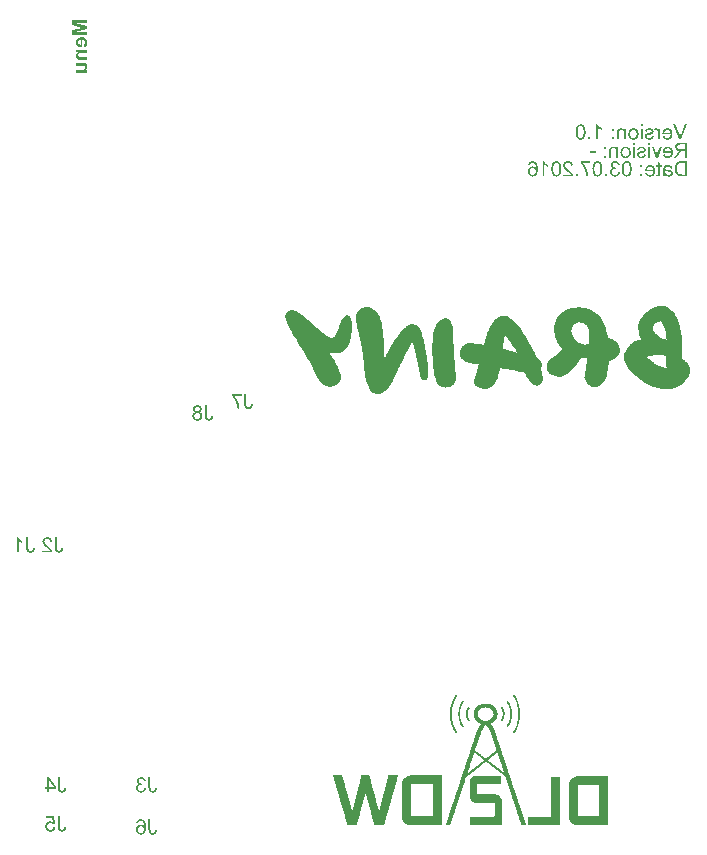
<source format=gbo>
G04*
G04 #@! TF.GenerationSoftware,Altium Limited,Altium Designer,21.0.9 (235)*
G04*
G04 Layer_Color=32896*
%FSLAX25Y25*%
%MOIN*%
G70*
G04*
G04 #@! TF.SameCoordinates,DA681587-9272-4415-864D-094138AC6A8E*
G04*
G04*
G04 #@! TF.FilePolarity,Positive*
G04*
G01*
G75*
G36*
X160902Y107861D02*
X161006D01*
Y107756D01*
X161111D01*
Y107652D01*
Y107547D01*
X161215D01*
Y107443D01*
Y107338D01*
X161320D01*
Y107234D01*
Y107130D01*
Y107025D01*
X161424D01*
Y106921D01*
Y106816D01*
Y106712D01*
X161529D01*
Y106607D01*
Y106503D01*
Y106398D01*
Y106294D01*
Y106189D01*
X161633D01*
Y106085D01*
Y105980D01*
Y105876D01*
Y105772D01*
Y105667D01*
Y105563D01*
Y105458D01*
Y105354D01*
Y105249D01*
X161529D01*
Y105145D01*
Y105040D01*
Y104936D01*
Y104831D01*
Y104727D01*
Y104622D01*
X161424D01*
Y104518D01*
Y104413D01*
Y104309D01*
Y104204D01*
X161320D01*
Y104100D01*
Y103996D01*
X161215D01*
Y103891D01*
Y103787D01*
X161111D01*
Y103682D01*
Y103578D01*
X161006D01*
Y103473D01*
Y103369D01*
X160902D01*
Y103264D01*
X160589D01*
Y103369D01*
X160484D01*
Y103473D01*
Y103578D01*
X160380D01*
Y103682D01*
X160484D01*
Y103787D01*
Y103891D01*
X160589D01*
Y103996D01*
Y104100D01*
X160693D01*
Y104204D01*
Y104309D01*
X160798D01*
Y104413D01*
Y104518D01*
X160902D01*
Y104622D01*
Y104727D01*
Y104831D01*
X161006D01*
Y104936D01*
Y105040D01*
Y105145D01*
Y105249D01*
Y105354D01*
Y105458D01*
Y105563D01*
Y105667D01*
Y105772D01*
Y105876D01*
Y105980D01*
Y106085D01*
Y106189D01*
Y106294D01*
Y106398D01*
X160902D01*
Y106503D01*
Y106607D01*
Y106712D01*
Y106816D01*
X160798D01*
Y106921D01*
Y107025D01*
X160693D01*
Y107130D01*
Y107234D01*
X160589D01*
Y107338D01*
Y107443D01*
X160484D01*
Y107547D01*
Y107652D01*
Y107756D01*
Y107861D01*
X160589D01*
Y107965D01*
X160902D01*
Y107861D01*
D02*
G37*
G36*
X149829D02*
Y107756D01*
X149934D01*
Y107652D01*
Y107547D01*
Y107443D01*
X149829D01*
Y107338D01*
X149725D01*
Y107234D01*
X149620D01*
Y107130D01*
Y107025D01*
X149516D01*
Y106921D01*
Y106816D01*
X149411D01*
Y106712D01*
Y106607D01*
Y106503D01*
Y106398D01*
X149307D01*
Y106294D01*
Y106189D01*
Y106085D01*
Y105980D01*
Y105876D01*
Y105772D01*
Y105667D01*
Y105563D01*
Y105458D01*
Y105354D01*
Y105249D01*
Y105145D01*
Y105040D01*
Y104936D01*
X149411D01*
Y104831D01*
Y104727D01*
Y104622D01*
Y104518D01*
X149516D01*
Y104413D01*
Y104309D01*
X149620D01*
Y104204D01*
Y104100D01*
X149725D01*
Y103996D01*
Y103891D01*
X149829D01*
Y103787D01*
X149934D01*
Y103682D01*
Y103578D01*
Y103473D01*
X149829D01*
Y103369D01*
X149725D01*
Y103264D01*
X149411D01*
Y103369D01*
X149307D01*
Y103473D01*
Y103578D01*
X149202D01*
Y103682D01*
Y103787D01*
X149098D01*
Y103891D01*
X148994D01*
Y103996D01*
Y104100D01*
Y104204D01*
X148889D01*
Y104309D01*
Y104413D01*
Y104518D01*
X148785D01*
Y104622D01*
Y104727D01*
Y104831D01*
Y104936D01*
Y105040D01*
Y105145D01*
Y105249D01*
Y105354D01*
Y105458D01*
Y105563D01*
Y105667D01*
Y105772D01*
Y105876D01*
Y105980D01*
Y106085D01*
X148680D01*
Y106189D01*
X148785D01*
Y106294D01*
Y106398D01*
Y106503D01*
Y106607D01*
Y106712D01*
X148889D01*
Y106816D01*
Y106921D01*
Y107025D01*
X148994D01*
Y107130D01*
Y107234D01*
X149098D01*
Y107338D01*
Y107443D01*
Y107547D01*
X149202D01*
Y107652D01*
Y107756D01*
X149307D01*
Y107861D01*
X149411D01*
Y107965D01*
X149829D01*
Y107861D01*
D02*
G37*
G36*
X162887Y109845D02*
Y109741D01*
X162991D01*
Y109636D01*
X163096D01*
Y109532D01*
Y109428D01*
X163200D01*
Y109323D01*
Y109219D01*
X163305D01*
Y109114D01*
Y109010D01*
X163409D01*
Y108905D01*
Y108801D01*
X163514D01*
Y108696D01*
Y108592D01*
Y108487D01*
Y108383D01*
X163618D01*
Y108279D01*
Y108174D01*
X163723D01*
Y108070D01*
Y107965D01*
Y107861D01*
X163827D01*
Y107756D01*
Y107652D01*
Y107547D01*
Y107443D01*
Y107338D01*
X163931D01*
Y107234D01*
Y107130D01*
Y107025D01*
Y106921D01*
Y106816D01*
X164036D01*
Y106712D01*
Y106607D01*
Y106503D01*
Y106398D01*
Y106294D01*
Y106189D01*
Y106085D01*
Y105980D01*
Y105876D01*
Y105772D01*
Y105667D01*
Y105563D01*
Y105458D01*
Y105354D01*
Y105249D01*
Y105145D01*
Y105040D01*
Y104936D01*
Y104831D01*
Y104727D01*
Y104622D01*
Y104518D01*
X163931D01*
Y104413D01*
Y104309D01*
Y104204D01*
Y104100D01*
Y103996D01*
Y103891D01*
X163827D01*
Y103787D01*
Y103682D01*
Y103578D01*
Y103473D01*
X163723D01*
Y103369D01*
Y103264D01*
Y103160D01*
X163618D01*
Y103056D01*
Y102951D01*
Y102847D01*
Y102742D01*
X163514D01*
Y102638D01*
Y102533D01*
Y102429D01*
X163409D01*
Y102324D01*
Y102220D01*
X163305D01*
Y102115D01*
Y102011D01*
X163200D01*
Y101906D01*
Y101802D01*
X163096D01*
Y101698D01*
X162991D01*
Y101593D01*
Y101488D01*
X162887D01*
Y101384D01*
X162782D01*
Y101280D01*
X162469D01*
Y101384D01*
X162364D01*
Y101488D01*
Y101593D01*
Y101698D01*
Y101802D01*
X162469D01*
Y101906D01*
Y102011D01*
X162573D01*
Y102115D01*
Y102220D01*
X162678D01*
Y102324D01*
X162782D01*
Y102429D01*
Y102533D01*
X162887D01*
Y102638D01*
Y102742D01*
X162991D01*
Y102847D01*
Y102951D01*
Y103056D01*
X163096D01*
Y103160D01*
Y103264D01*
Y103369D01*
X163200D01*
Y103473D01*
Y103578D01*
Y103682D01*
X163305D01*
Y103787D01*
Y103891D01*
Y103996D01*
Y104100D01*
Y104204D01*
X163409D01*
Y104309D01*
Y104413D01*
Y104518D01*
Y104622D01*
Y104727D01*
Y104831D01*
Y104936D01*
X163514D01*
Y105040D01*
Y105145D01*
Y105249D01*
Y105354D01*
Y105458D01*
Y105563D01*
Y105667D01*
Y105772D01*
Y105876D01*
Y105980D01*
Y106085D01*
Y106189D01*
Y106294D01*
Y106398D01*
Y106503D01*
X163409D01*
Y106607D01*
Y106712D01*
Y106816D01*
Y106921D01*
Y107025D01*
Y107130D01*
X163305D01*
Y107234D01*
Y107338D01*
Y107443D01*
Y107547D01*
Y107652D01*
X163200D01*
Y107756D01*
Y107861D01*
X163096D01*
Y107965D01*
Y108070D01*
Y108174D01*
X162991D01*
Y108279D01*
Y108383D01*
Y108487D01*
X162887D01*
Y108592D01*
Y108696D01*
X162782D01*
Y108801D01*
Y108905D01*
X162678D01*
Y109010D01*
Y109114D01*
X162573D01*
Y109219D01*
X162469D01*
Y109323D01*
Y109428D01*
X162364D01*
Y109532D01*
Y109636D01*
Y109741D01*
Y109845D01*
Y109950D01*
X162887D01*
Y109845D01*
D02*
G37*
G36*
X147844D02*
X147949D01*
Y109741D01*
Y109636D01*
Y109532D01*
X147844D01*
Y109428D01*
Y109323D01*
X147740D01*
Y109219D01*
Y109114D01*
X147635D01*
Y109010D01*
X147531D01*
Y108905D01*
Y108801D01*
X147427D01*
Y108696D01*
Y108592D01*
X147322D01*
Y108487D01*
Y108383D01*
Y108279D01*
X147218D01*
Y108174D01*
Y108070D01*
X147113D01*
Y107965D01*
Y107861D01*
Y107756D01*
X147009D01*
Y107652D01*
Y107547D01*
Y107443D01*
Y107338D01*
X146904D01*
Y107234D01*
Y107130D01*
Y107025D01*
Y106921D01*
Y106816D01*
X146800D01*
Y106712D01*
Y106607D01*
Y106503D01*
Y106398D01*
Y106294D01*
Y106189D01*
Y106085D01*
Y105980D01*
Y105876D01*
Y105772D01*
Y105667D01*
Y105563D01*
Y105458D01*
Y105354D01*
Y105249D01*
Y105145D01*
Y105040D01*
Y104936D01*
Y104831D01*
Y104727D01*
Y104622D01*
Y104518D01*
X146904D01*
Y104413D01*
Y104309D01*
Y104204D01*
Y104100D01*
Y103996D01*
Y103891D01*
X147009D01*
Y103787D01*
Y103682D01*
Y103578D01*
X147113D01*
Y103473D01*
Y103369D01*
Y103264D01*
X147218D01*
Y103160D01*
Y103056D01*
Y102951D01*
X147322D01*
Y102847D01*
Y102742D01*
X147427D01*
Y102638D01*
Y102533D01*
X147531D01*
Y102429D01*
Y102324D01*
X147635D01*
Y102220D01*
Y102115D01*
X147740D01*
Y102011D01*
X147844D01*
Y101906D01*
Y101802D01*
X147949D01*
Y101698D01*
Y101593D01*
Y101488D01*
Y101384D01*
X147844D01*
Y101280D01*
X147427D01*
Y101384D01*
Y101488D01*
X147322D01*
Y101593D01*
X147218D01*
Y101698D01*
Y101802D01*
X147113D01*
Y101906D01*
X147009D01*
Y102011D01*
Y102115D01*
X146904D01*
Y102220D01*
Y102324D01*
X146800D01*
Y102429D01*
Y102533D01*
Y102638D01*
X146695D01*
Y102742D01*
Y102847D01*
Y102951D01*
X146591D01*
Y103056D01*
Y103160D01*
Y103264D01*
X146486D01*
Y103369D01*
Y103473D01*
Y103578D01*
Y103682D01*
X146382D01*
Y103787D01*
Y103891D01*
Y103996D01*
Y104100D01*
Y104204D01*
X146277D01*
Y104309D01*
Y104413D01*
Y104518D01*
Y104622D01*
Y104727D01*
Y104831D01*
Y104936D01*
X146173D01*
Y105040D01*
Y105145D01*
Y105249D01*
Y105354D01*
Y105458D01*
Y105563D01*
Y105667D01*
Y105772D01*
Y105876D01*
Y105980D01*
Y106085D01*
Y106189D01*
Y106294D01*
Y106398D01*
X146277D01*
Y106503D01*
Y106607D01*
Y106712D01*
Y106816D01*
Y106921D01*
Y107025D01*
Y107130D01*
X146382D01*
Y107234D01*
Y107338D01*
Y107443D01*
Y107547D01*
Y107652D01*
X146486D01*
Y107756D01*
Y107861D01*
Y107965D01*
Y108070D01*
X146591D01*
Y108174D01*
Y108279D01*
Y108383D01*
X146695D01*
Y108487D01*
Y108592D01*
Y108696D01*
X146800D01*
Y108801D01*
Y108905D01*
X146904D01*
Y109010D01*
Y109114D01*
X147009D01*
Y109219D01*
Y109323D01*
Y109428D01*
X147113D01*
Y109532D01*
X147218D01*
Y109636D01*
X147322D01*
Y109741D01*
Y109845D01*
X147427D01*
Y109950D01*
X147844D01*
Y109845D01*
D02*
G37*
G36*
X164872Y111935D02*
X164976D01*
Y111830D01*
X165080D01*
Y111726D01*
X165185D01*
Y111621D01*
X165289D01*
Y111517D01*
Y111412D01*
X165394D01*
Y111308D01*
Y111203D01*
X165498D01*
Y111099D01*
X165603D01*
Y110995D01*
Y110890D01*
Y110786D01*
X165707D01*
Y110681D01*
Y110577D01*
X165812D01*
Y110472D01*
Y110368D01*
X165916D01*
Y110263D01*
Y110159D01*
Y110054D01*
X166021D01*
Y109950D01*
Y109845D01*
X166125D01*
Y109741D01*
Y109636D01*
Y109532D01*
X166230D01*
Y109428D01*
Y109323D01*
Y109219D01*
Y109114D01*
X166334D01*
Y109010D01*
Y108905D01*
Y108801D01*
Y108696D01*
X166438D01*
Y108592D01*
Y108487D01*
Y108383D01*
Y108279D01*
Y108174D01*
X166543D01*
Y108070D01*
Y107965D01*
Y107861D01*
Y107756D01*
Y107652D01*
X166647D01*
Y107547D01*
Y107443D01*
Y107338D01*
Y107234D01*
Y107130D01*
Y107025D01*
Y106921D01*
X166752D01*
Y106816D01*
Y106712D01*
Y106607D01*
Y106503D01*
Y106398D01*
Y106294D01*
Y106189D01*
Y106085D01*
Y105980D01*
Y105876D01*
Y105772D01*
Y105667D01*
Y105563D01*
Y105458D01*
Y105354D01*
Y105249D01*
Y105145D01*
Y105040D01*
Y104936D01*
Y104831D01*
Y104727D01*
Y104622D01*
Y104518D01*
Y104413D01*
X166647D01*
Y104309D01*
Y104204D01*
Y104100D01*
Y103996D01*
Y103891D01*
Y103787D01*
Y103682D01*
Y103578D01*
X166543D01*
Y103473D01*
Y103369D01*
Y103264D01*
Y103160D01*
Y103056D01*
X166438D01*
Y102951D01*
Y102847D01*
Y102742D01*
Y102638D01*
X166334D01*
Y102533D01*
Y102429D01*
Y102324D01*
Y102220D01*
X166230D01*
Y102115D01*
Y102011D01*
Y101906D01*
X166125D01*
Y101802D01*
X166230D01*
Y101698D01*
X166125D01*
Y101593D01*
Y101488D01*
Y101384D01*
X166021D01*
Y101280D01*
Y101175D01*
X165916D01*
Y101071D01*
Y100966D01*
X165812D01*
Y100862D01*
Y100757D01*
X165707D01*
Y100653D01*
Y100548D01*
Y100444D01*
X165603D01*
Y100339D01*
Y100235D01*
X165498D01*
Y100131D01*
X165394D01*
Y100026D01*
Y99922D01*
X165289D01*
Y99817D01*
Y99713D01*
X165185D01*
Y99608D01*
Y99504D01*
X165080D01*
Y99399D01*
X164976D01*
Y99295D01*
X164558D01*
Y99399D01*
Y99504D01*
X164454D01*
Y99608D01*
Y99713D01*
X164558D01*
Y99817D01*
Y99922D01*
X164663D01*
Y100026D01*
Y100131D01*
X164767D01*
Y100235D01*
X164872D01*
Y100339D01*
Y100444D01*
X164976D01*
Y100548D01*
Y100653D01*
X165080D01*
Y100757D01*
Y100862D01*
X165185D01*
Y100966D01*
Y101071D01*
X165289D01*
Y101175D01*
Y101280D01*
X165394D01*
Y101384D01*
Y101488D01*
X165498D01*
Y101593D01*
Y101698D01*
X165603D01*
Y101802D01*
Y101906D01*
Y102011D01*
Y102115D01*
X165707D01*
Y102220D01*
Y102324D01*
Y102429D01*
Y102533D01*
X165812D01*
Y102638D01*
Y102742D01*
Y102847D01*
X165916D01*
Y102951D01*
Y103056D01*
Y103160D01*
Y103264D01*
Y103369D01*
X166021D01*
Y103473D01*
Y103578D01*
Y103682D01*
Y103787D01*
Y103891D01*
Y103996D01*
X166125D01*
Y104100D01*
Y104204D01*
Y104309D01*
Y104413D01*
Y104518D01*
Y104622D01*
Y104727D01*
Y104831D01*
Y104936D01*
Y105040D01*
X166230D01*
Y105145D01*
Y105249D01*
Y105354D01*
Y105458D01*
Y105563D01*
Y105667D01*
Y105772D01*
Y105876D01*
Y105980D01*
Y106085D01*
Y106189D01*
Y106294D01*
X166125D01*
Y106398D01*
Y106503D01*
Y106607D01*
Y106712D01*
Y106816D01*
Y106921D01*
Y107025D01*
Y107130D01*
Y107234D01*
Y107338D01*
X166021D01*
Y107443D01*
Y107547D01*
Y107652D01*
Y107756D01*
Y107861D01*
X165916D01*
Y107965D01*
Y108070D01*
Y108174D01*
Y108279D01*
Y108383D01*
X165812D01*
Y108487D01*
Y108592D01*
Y108696D01*
X165707D01*
Y108801D01*
Y108905D01*
Y109010D01*
Y109114D01*
Y109219D01*
Y109323D01*
X165603D01*
Y109428D01*
Y109532D01*
X165498D01*
Y109636D01*
Y109741D01*
Y109845D01*
X165394D01*
Y109950D01*
Y110054D01*
X165289D01*
Y110159D01*
Y110263D01*
Y110368D01*
X165185D01*
Y110472D01*
X165080D01*
Y110577D01*
Y110681D01*
X164976D01*
Y110786D01*
Y110890D01*
X164872D01*
Y110995D01*
X164767D01*
Y111099D01*
Y111203D01*
X164663D01*
Y111308D01*
X164558D01*
Y111412D01*
Y111517D01*
Y111621D01*
X164454D01*
Y111726D01*
X164558D01*
Y111830D01*
Y111935D01*
X164663D01*
Y112039D01*
X164872D01*
Y111935D01*
D02*
G37*
G36*
X145651D02*
X145755D01*
Y111830D01*
Y111726D01*
Y111621D01*
Y111517D01*
X145651D01*
Y111412D01*
Y111308D01*
X145546D01*
Y111203D01*
X145442D01*
Y111099D01*
Y110995D01*
X145337D01*
Y110890D01*
Y110786D01*
X145233D01*
Y110681D01*
X145128D01*
Y110577D01*
Y110472D01*
X145024D01*
Y110368D01*
Y110263D01*
X144920D01*
Y110159D01*
Y110054D01*
X144815D01*
Y109950D01*
Y109845D01*
X144711D01*
Y109741D01*
Y109636D01*
Y109532D01*
Y109428D01*
X144606D01*
Y109323D01*
Y109219D01*
Y109114D01*
X144502D01*
Y109010D01*
Y108905D01*
Y108801D01*
Y108696D01*
X144397D01*
Y108592D01*
Y108487D01*
Y108383D01*
X144293D01*
Y108279D01*
Y108174D01*
Y108070D01*
Y107965D01*
X144188D01*
Y107861D01*
Y107756D01*
Y107652D01*
Y107547D01*
X144084D01*
Y107443D01*
Y107338D01*
Y107234D01*
Y107130D01*
Y107025D01*
Y106921D01*
Y106816D01*
Y106712D01*
X143979D01*
Y106607D01*
Y106503D01*
Y106398D01*
Y106294D01*
Y106189D01*
Y106085D01*
Y105980D01*
Y105876D01*
Y105772D01*
Y105667D01*
Y105563D01*
Y105458D01*
Y105354D01*
Y105249D01*
Y105145D01*
Y105040D01*
Y104936D01*
Y104831D01*
Y104727D01*
Y104622D01*
X144084D01*
Y104518D01*
Y104413D01*
Y104309D01*
Y104204D01*
Y104100D01*
Y103996D01*
Y103891D01*
X144188D01*
Y103787D01*
Y103682D01*
Y103578D01*
Y103473D01*
Y103369D01*
X144293D01*
Y103264D01*
Y103160D01*
Y103056D01*
Y102951D01*
Y102847D01*
X144397D01*
Y102742D01*
Y102638D01*
Y102533D01*
X144502D01*
Y102429D01*
Y102324D01*
Y102220D01*
Y102115D01*
X144606D01*
Y102011D01*
Y101906D01*
X144711D01*
Y101802D01*
Y101698D01*
Y101593D01*
X144815D01*
Y101488D01*
Y101384D01*
Y101280D01*
Y101175D01*
X144920D01*
Y101071D01*
X145024D01*
Y100966D01*
Y100862D01*
X145128D01*
Y100757D01*
Y100653D01*
X145233D01*
Y100548D01*
X145337D01*
Y100444D01*
Y100339D01*
Y100235D01*
X145442D01*
Y100131D01*
X145546D01*
Y100026D01*
X145651D01*
Y99922D01*
Y99817D01*
X145755D01*
Y99713D01*
Y99608D01*
Y99504D01*
Y99399D01*
X145651D01*
Y99295D01*
X145546D01*
Y99190D01*
X145442D01*
Y99295D01*
X145233D01*
Y99399D01*
X145128D01*
Y99504D01*
Y99608D01*
X145024D01*
Y99713D01*
Y99817D01*
X144920D01*
Y99922D01*
X144815D01*
Y100026D01*
Y100131D01*
X144711D01*
Y100235D01*
Y100339D01*
X144606D01*
Y100444D01*
X144502D01*
Y100548D01*
Y100653D01*
Y100757D01*
X144397D01*
Y100862D01*
Y100966D01*
X144293D01*
Y101071D01*
Y101175D01*
X144188D01*
Y101280D01*
Y101384D01*
Y101488D01*
X144084D01*
Y101593D01*
Y101698D01*
Y101802D01*
X143979D01*
Y101906D01*
Y102011D01*
Y102115D01*
X143875D01*
Y102220D01*
Y102324D01*
Y102429D01*
X143770D01*
Y102533D01*
Y102638D01*
Y102742D01*
Y102847D01*
Y102951D01*
X143666D01*
Y103056D01*
Y103160D01*
Y103264D01*
Y103369D01*
X143561D01*
Y103473D01*
Y103578D01*
Y103682D01*
Y103787D01*
Y103891D01*
Y103996D01*
Y104100D01*
X143457D01*
Y104204D01*
Y104309D01*
Y104413D01*
Y104518D01*
Y104622D01*
Y104727D01*
Y104831D01*
Y104936D01*
Y105040D01*
Y105145D01*
Y105249D01*
Y105354D01*
Y105458D01*
Y105563D01*
Y105667D01*
Y105772D01*
Y105876D01*
Y105980D01*
Y106085D01*
Y106189D01*
Y106294D01*
Y106398D01*
Y106503D01*
Y106607D01*
Y106712D01*
Y106816D01*
Y106921D01*
Y107025D01*
Y107130D01*
Y107234D01*
X143561D01*
Y107338D01*
Y107443D01*
Y107547D01*
Y107652D01*
Y107756D01*
Y107861D01*
X143666D01*
Y107965D01*
Y108070D01*
Y108174D01*
Y108279D01*
Y108383D01*
X143770D01*
Y108487D01*
Y108592D01*
Y108696D01*
Y108801D01*
X143875D01*
Y108905D01*
Y109010D01*
Y109114D01*
X143979D01*
Y109219D01*
Y109323D01*
Y109428D01*
X144084D01*
Y109532D01*
Y109636D01*
Y109741D01*
Y109845D01*
X144188D01*
Y109950D01*
Y110054D01*
X144293D01*
Y110159D01*
Y110263D01*
Y110368D01*
X144397D01*
Y110472D01*
Y110577D01*
X144502D01*
Y110681D01*
Y110786D01*
X144606D01*
Y110890D01*
Y110995D01*
X144711D01*
Y111099D01*
Y111203D01*
X144815D01*
Y111308D01*
Y111412D01*
X144920D01*
Y111517D01*
X145024D01*
Y111621D01*
Y111726D01*
X145128D01*
Y111830D01*
X145233D01*
Y111935D01*
X145337D01*
Y112039D01*
X145651D01*
Y111935D01*
D02*
G37*
G36*
X126117Y85088D02*
Y84984D01*
X126012D01*
Y84879D01*
Y84775D01*
Y84670D01*
Y84566D01*
X125908D01*
Y84461D01*
Y84357D01*
Y84252D01*
Y84148D01*
X125803D01*
Y84044D01*
Y83939D01*
Y83835D01*
Y83730D01*
X125699D01*
Y83626D01*
Y83521D01*
Y83417D01*
X125594D01*
Y83312D01*
Y83208D01*
Y83103D01*
X125490D01*
Y82999D01*
Y82894D01*
Y82790D01*
Y82686D01*
X125385D01*
Y82581D01*
Y82477D01*
Y82372D01*
X125281D01*
Y82268D01*
Y82163D01*
Y82059D01*
X125176D01*
Y81954D01*
Y81850D01*
Y81745D01*
Y81641D01*
X125072D01*
Y81537D01*
Y81432D01*
Y81327D01*
Y81223D01*
Y81119D01*
X124967D01*
Y81014D01*
Y80910D01*
Y80805D01*
X124863D01*
Y80701D01*
Y80596D01*
Y80492D01*
X124759D01*
Y80387D01*
Y80283D01*
Y80178D01*
Y80074D01*
X124654D01*
Y79970D01*
Y79865D01*
Y79761D01*
X124549D01*
Y79656D01*
Y79552D01*
Y79447D01*
Y79343D01*
X124445D01*
Y79238D01*
Y79134D01*
Y79029D01*
X124341D01*
Y78925D01*
Y78821D01*
Y78716D01*
X124236D01*
Y78611D01*
Y78507D01*
Y78403D01*
Y78298D01*
Y78194D01*
X124132D01*
Y78089D01*
Y77985D01*
Y77880D01*
X124027D01*
Y77776D01*
Y77671D01*
Y77567D01*
Y77463D01*
X123923D01*
Y77358D01*
Y77254D01*
Y77149D01*
X123818D01*
Y77045D01*
Y76940D01*
Y76836D01*
Y76731D01*
X123714D01*
Y76627D01*
Y76522D01*
Y76418D01*
X123609D01*
Y76313D01*
Y76209D01*
Y76104D01*
X123505D01*
Y76000D01*
Y75896D01*
Y75791D01*
Y75687D01*
X123400D01*
Y75582D01*
Y75478D01*
Y75373D01*
X123296D01*
Y75269D01*
Y75164D01*
Y75060D01*
Y74955D01*
Y74851D01*
X123192D01*
Y74747D01*
Y74642D01*
Y74537D01*
Y74433D01*
X123087D01*
Y74329D01*
Y74224D01*
Y74120D01*
X122983D01*
Y74015D01*
Y73911D01*
Y73806D01*
X122878D01*
Y73702D01*
Y73597D01*
Y73493D01*
X122774D01*
Y73388D01*
Y73284D01*
Y73180D01*
Y73075D01*
X122669D01*
Y72971D01*
Y72866D01*
Y72762D01*
X122565D01*
Y72657D01*
Y72553D01*
Y72448D01*
X122460D01*
Y72344D01*
Y72239D01*
Y72135D01*
Y72031D01*
X122356D01*
Y71926D01*
Y71822D01*
Y71717D01*
Y71613D01*
Y71508D01*
X122251D01*
Y71404D01*
Y71299D01*
Y71195D01*
X122147D01*
Y71090D01*
Y70986D01*
Y70881D01*
X122043D01*
Y70777D01*
Y70673D01*
Y70568D01*
Y70464D01*
X121938D01*
Y70359D01*
Y70255D01*
Y70150D01*
X121834D01*
Y70046D01*
Y69941D01*
Y69837D01*
Y69732D01*
X121729D01*
Y69628D01*
Y69523D01*
Y69419D01*
X121625D01*
Y69314D01*
Y69210D01*
Y69106D01*
Y69001D01*
X121520D01*
Y68897D01*
Y68792D01*
Y68688D01*
X118177D01*
Y68792D01*
Y68897D01*
Y69001D01*
X118073D01*
Y69106D01*
Y69210D01*
Y69314D01*
X117968D01*
Y69419D01*
Y69523D01*
Y69628D01*
Y69732D01*
X117864D01*
Y69837D01*
Y69941D01*
Y70046D01*
X117760D01*
Y70150D01*
Y70255D01*
Y70359D01*
Y70464D01*
X117655D01*
Y70568D01*
Y70673D01*
Y70777D01*
X117551D01*
Y70881D01*
Y70986D01*
Y71090D01*
X117446D01*
Y71195D01*
Y71299D01*
Y71404D01*
Y71508D01*
Y71613D01*
Y71717D01*
X117342D01*
Y71822D01*
Y71926D01*
Y72031D01*
X117237D01*
Y72135D01*
Y72239D01*
Y72344D01*
Y72448D01*
X117133D01*
Y72553D01*
Y72657D01*
Y72762D01*
X117028D01*
Y72866D01*
Y72971D01*
Y73075D01*
Y73180D01*
X116924D01*
Y73284D01*
Y73388D01*
Y73493D01*
X116819D01*
Y73597D01*
Y73702D01*
Y73806D01*
X116715D01*
Y73911D01*
Y74015D01*
Y74120D01*
Y74224D01*
X116611D01*
Y74329D01*
Y74433D01*
Y74537D01*
Y74642D01*
Y74747D01*
X116506D01*
Y74851D01*
Y74955D01*
Y75060D01*
Y75164D01*
X116402D01*
Y75269D01*
Y75373D01*
Y75478D01*
X116297D01*
Y75582D01*
Y75687D01*
Y75791D01*
Y75896D01*
X116193D01*
Y76000D01*
Y76104D01*
Y76209D01*
X116088D01*
Y76313D01*
Y76418D01*
Y76522D01*
Y76627D01*
X115984D01*
Y76731D01*
Y76836D01*
Y76940D01*
X115879D01*
Y77045D01*
Y77149D01*
Y77254D01*
X115775D01*
Y77358D01*
Y77463D01*
Y77567D01*
Y77671D01*
X115670D01*
Y77776D01*
Y77880D01*
Y77985D01*
Y78089D01*
Y78194D01*
X115566D01*
Y78298D01*
Y78403D01*
Y78507D01*
Y78611D01*
X115461D01*
Y78716D01*
Y78821D01*
Y78925D01*
X115357D01*
Y79029D01*
Y79134D01*
X115148D01*
Y79029D01*
Y78925D01*
Y78821D01*
X115044D01*
Y78716D01*
Y78611D01*
Y78507D01*
X114939D01*
Y78403D01*
Y78298D01*
Y78194D01*
Y78089D01*
X114835D01*
Y77985D01*
Y77880D01*
Y77776D01*
X114730D01*
Y77671D01*
Y77567D01*
Y77463D01*
Y77358D01*
X114626D01*
Y77254D01*
Y77149D01*
Y77045D01*
Y76940D01*
X114521D01*
Y76836D01*
Y76731D01*
Y76627D01*
X114417D01*
Y76522D01*
Y76418D01*
Y76313D01*
Y76209D01*
X114312D01*
Y76104D01*
X114417D01*
Y76000D01*
X114312D01*
Y75896D01*
Y75791D01*
Y75687D01*
X114208D01*
Y75582D01*
Y75478D01*
Y75373D01*
Y75269D01*
X114103D01*
Y75164D01*
Y75060D01*
Y74955D01*
X113999D01*
Y74851D01*
Y74747D01*
Y74642D01*
Y74537D01*
X113894D01*
Y74433D01*
Y74329D01*
Y74224D01*
Y74120D01*
X113790D01*
Y74015D01*
Y73911D01*
Y73806D01*
X113686D01*
Y73702D01*
Y73597D01*
Y73493D01*
Y73388D01*
X113581D01*
Y73284D01*
Y73180D01*
Y73075D01*
X113477D01*
Y72971D01*
Y72866D01*
Y72762D01*
Y72657D01*
X113372D01*
Y72553D01*
X113477D01*
Y72448D01*
X113372D01*
Y72344D01*
Y72239D01*
Y72135D01*
X113268D01*
Y72031D01*
Y71926D01*
Y71822D01*
Y71717D01*
X113163D01*
Y71613D01*
Y71508D01*
Y71404D01*
X113059D01*
Y71299D01*
Y71195D01*
Y71090D01*
Y70986D01*
X112954D01*
Y70881D01*
Y70777D01*
Y70673D01*
Y70568D01*
X112850D01*
Y70464D01*
Y70359D01*
Y70255D01*
X112745D01*
Y70150D01*
Y70046D01*
Y69941D01*
Y69837D01*
X112641D01*
Y69732D01*
Y69628D01*
Y69523D01*
X112537D01*
Y69419D01*
Y69314D01*
Y69210D01*
Y69106D01*
Y69001D01*
Y68897D01*
X112432D01*
Y68792D01*
Y68688D01*
X109194D01*
Y68792D01*
Y68897D01*
Y69001D01*
X109089D01*
Y69106D01*
Y69210D01*
Y69314D01*
Y69419D01*
X108985D01*
Y69523D01*
Y69628D01*
Y69732D01*
X108880D01*
Y69837D01*
Y69941D01*
Y70046D01*
X108776D01*
Y70150D01*
Y70255D01*
Y70359D01*
X108671D01*
Y70464D01*
Y70568D01*
Y70673D01*
Y70777D01*
X108567D01*
Y70881D01*
Y70986D01*
Y71090D01*
X108463D01*
Y71195D01*
Y71299D01*
Y71404D01*
Y71508D01*
Y71613D01*
X108358D01*
Y71717D01*
Y71822D01*
Y71926D01*
X108254D01*
Y72031D01*
Y72135D01*
Y72239D01*
X108149D01*
Y72344D01*
Y72448D01*
Y72553D01*
Y72657D01*
X108045D01*
Y72762D01*
Y72866D01*
X107940D01*
Y72971D01*
Y73075D01*
Y73180D01*
Y73284D01*
X107836D01*
Y73388D01*
Y73493D01*
Y73597D01*
X107731D01*
Y73702D01*
Y73806D01*
Y73911D01*
X107627D01*
Y74015D01*
Y74120D01*
Y74224D01*
X107522D01*
Y74329D01*
X107627D01*
Y74433D01*
X107522D01*
Y74537D01*
Y74642D01*
Y74747D01*
X107418D01*
Y74851D01*
Y74955D01*
Y75060D01*
Y75164D01*
X107313D01*
Y75269D01*
Y75373D01*
X107209D01*
Y75478D01*
Y75582D01*
Y75687D01*
Y75791D01*
X107105D01*
Y75896D01*
Y76000D01*
Y76104D01*
X107000D01*
Y76209D01*
Y76313D01*
Y76418D01*
X106896D01*
Y76522D01*
Y76627D01*
Y76731D01*
Y76836D01*
X106791D01*
Y76940D01*
Y77045D01*
Y77149D01*
Y77254D01*
X106687D01*
Y77358D01*
Y77463D01*
Y77567D01*
Y77671D01*
X106582D01*
Y77776D01*
Y77880D01*
Y77985D01*
X106478D01*
Y78089D01*
Y78194D01*
Y78298D01*
X106373D01*
Y78403D01*
Y78507D01*
Y78611D01*
X106269D01*
Y78716D01*
Y78821D01*
Y78925D01*
X106164D01*
Y79029D01*
Y79134D01*
Y79238D01*
Y79343D01*
X106060D01*
Y79447D01*
Y79552D01*
Y79656D01*
X105955D01*
Y79761D01*
Y79865D01*
Y79970D01*
X105851D01*
Y80074D01*
Y80178D01*
Y80283D01*
X105746D01*
Y80387D01*
X105851D01*
Y80492D01*
X105746D01*
Y80596D01*
Y80701D01*
Y80805D01*
X105642D01*
Y80910D01*
Y81014D01*
Y81119D01*
X105538D01*
Y81223D01*
Y81327D01*
Y81432D01*
Y81537D01*
X105433D01*
Y81641D01*
Y81745D01*
Y81850D01*
X105329D01*
Y81954D01*
Y82059D01*
Y82163D01*
X105224D01*
Y82268D01*
Y82372D01*
Y82477D01*
X105120D01*
Y82581D01*
Y82686D01*
Y82790D01*
X105015D01*
Y82894D01*
Y82999D01*
Y83103D01*
Y83208D01*
X104911D01*
Y83312D01*
Y83417D01*
Y83521D01*
X104806D01*
Y83626D01*
Y83730D01*
Y83835D01*
Y83939D01*
Y84044D01*
X104702D01*
Y84148D01*
Y84252D01*
Y84357D01*
X104597D01*
Y84461D01*
Y84566D01*
Y84670D01*
X104493D01*
Y84775D01*
Y84879D01*
Y84984D01*
X104388D01*
Y85088D01*
Y85193D01*
X107522D01*
Y85088D01*
Y84984D01*
Y84879D01*
Y84775D01*
X107627D01*
Y84670D01*
Y84566D01*
Y84461D01*
X107731D01*
Y84357D01*
Y84252D01*
Y84148D01*
X107836D01*
Y84044D01*
Y83939D01*
Y83835D01*
Y83730D01*
X107940D01*
Y83626D01*
Y83521D01*
Y83417D01*
X108045D01*
Y83312D01*
Y83208D01*
Y83103D01*
Y82999D01*
X108149D01*
Y82894D01*
Y82790D01*
Y82686D01*
Y82581D01*
X108254D01*
Y82477D01*
Y82372D01*
Y82268D01*
Y82163D01*
X108358D01*
Y82059D01*
Y81954D01*
Y81850D01*
X108463D01*
Y81745D01*
Y81641D01*
Y81537D01*
Y81432D01*
X108567D01*
Y81327D01*
Y81223D01*
Y81119D01*
X108671D01*
Y81014D01*
Y80910D01*
Y80805D01*
X108776D01*
Y80701D01*
Y80596D01*
Y80492D01*
Y80387D01*
X108880D01*
Y80283D01*
Y80178D01*
Y80074D01*
X108985D01*
Y79970D01*
Y79865D01*
Y79761D01*
Y79656D01*
Y79552D01*
X109089D01*
Y79447D01*
Y79343D01*
Y79238D01*
X109194D01*
Y79134D01*
Y79029D01*
Y78925D01*
Y78821D01*
X109298D01*
Y78716D01*
Y78611D01*
Y78507D01*
X109403D01*
Y78403D01*
Y78298D01*
Y78194D01*
Y78089D01*
X109507D01*
Y77985D01*
Y77880D01*
Y77776D01*
X109612D01*
Y77671D01*
Y77567D01*
Y77463D01*
X109716D01*
Y77358D01*
Y77254D01*
Y77149D01*
Y77045D01*
X109820D01*
Y76940D01*
Y76836D01*
Y76731D01*
X109925D01*
Y76627D01*
X109820D01*
Y76522D01*
X109925D01*
Y76418D01*
Y76313D01*
Y76209D01*
X110029D01*
Y76104D01*
Y76000D01*
Y75896D01*
Y75791D01*
X110134D01*
Y75687D01*
Y75582D01*
Y75478D01*
X110238D01*
Y75373D01*
Y75269D01*
Y75164D01*
X110343D01*
Y75060D01*
Y74955D01*
Y74851D01*
X110447D01*
Y74747D01*
Y74642D01*
Y74537D01*
Y74433D01*
X110552D01*
Y74329D01*
Y74224D01*
Y74120D01*
Y74015D01*
X110656D01*
Y73911D01*
Y73806D01*
Y73702D01*
X110761D01*
Y73597D01*
X110656D01*
Y73493D01*
X110865D01*
Y73597D01*
X110970D01*
Y73702D01*
Y73806D01*
X111074D01*
Y73911D01*
Y74015D01*
Y74120D01*
X111179D01*
Y74224D01*
Y74329D01*
Y74433D01*
Y74537D01*
Y74642D01*
Y74747D01*
X111283D01*
Y74851D01*
Y74955D01*
Y75060D01*
X111387D01*
Y75164D01*
Y75269D01*
Y75373D01*
Y75478D01*
X111492D01*
Y75582D01*
Y75687D01*
Y75791D01*
Y75896D01*
X111596D01*
Y76000D01*
Y76104D01*
Y76209D01*
X111701D01*
Y76313D01*
Y76418D01*
Y76522D01*
Y76627D01*
X111805D01*
Y76731D01*
Y76836D01*
Y76940D01*
Y77045D01*
X111910D01*
Y77149D01*
Y77254D01*
Y77358D01*
Y77463D01*
X112014D01*
Y77567D01*
Y77671D01*
Y77776D01*
Y77880D01*
Y77985D01*
X112119D01*
Y78089D01*
Y78194D01*
Y78298D01*
Y78403D01*
X112223D01*
Y78507D01*
Y78611D01*
Y78716D01*
X112328D01*
Y78821D01*
Y78925D01*
Y79029D01*
Y79134D01*
X112432D01*
Y79238D01*
Y79343D01*
Y79447D01*
Y79552D01*
X112537D01*
Y79656D01*
Y79761D01*
Y79865D01*
X112641D01*
Y79970D01*
Y80074D01*
Y80178D01*
Y80283D01*
X112745D01*
Y80387D01*
Y80492D01*
Y80596D01*
Y80701D01*
X112850D01*
Y80805D01*
Y80910D01*
Y81014D01*
Y81119D01*
Y81223D01*
X112954D01*
Y81327D01*
Y81432D01*
Y81537D01*
Y81641D01*
X113059D01*
Y81745D01*
Y81850D01*
Y81954D01*
Y82059D01*
X113163D01*
Y82163D01*
Y82268D01*
Y82372D01*
X113268D01*
Y82477D01*
Y82581D01*
Y82686D01*
Y82790D01*
X113372D01*
Y82894D01*
Y82999D01*
Y83103D01*
Y83208D01*
X113477D01*
Y83312D01*
Y83417D01*
Y83521D01*
X113581D01*
Y83626D01*
Y83730D01*
Y83835D01*
Y83939D01*
X113686D01*
Y84044D01*
Y84148D01*
Y84252D01*
Y84357D01*
X113790D01*
Y84461D01*
Y84566D01*
Y84670D01*
Y84775D01*
Y84879D01*
X113894D01*
Y84984D01*
Y85088D01*
Y85193D01*
X116506D01*
Y85088D01*
Y84984D01*
Y84879D01*
X116611D01*
Y84775D01*
Y84670D01*
Y84566D01*
X116715D01*
Y84461D01*
Y84357D01*
Y84252D01*
Y84148D01*
X116819D01*
Y84044D01*
Y83939D01*
Y83835D01*
X116924D01*
Y83730D01*
Y83626D01*
Y83521D01*
Y83417D01*
X117028D01*
Y83312D01*
Y83208D01*
Y83103D01*
X117133D01*
Y82999D01*
Y82894D01*
Y82790D01*
Y82686D01*
Y82581D01*
X117237D01*
Y82477D01*
Y82372D01*
Y82268D01*
Y82163D01*
X117342D01*
Y82059D01*
Y81954D01*
Y81850D01*
X117446D01*
Y81745D01*
Y81641D01*
Y81537D01*
Y81432D01*
X117551D01*
Y81327D01*
Y81223D01*
Y81119D01*
X117655D01*
Y81014D01*
Y80910D01*
Y80805D01*
X117760D01*
Y80701D01*
Y80596D01*
Y80492D01*
Y80387D01*
X117864D01*
Y80283D01*
Y80178D01*
Y80074D01*
Y79970D01*
Y79865D01*
X117968D01*
Y79761D01*
Y79656D01*
Y79552D01*
Y79447D01*
X118073D01*
Y79343D01*
Y79238D01*
Y79134D01*
X118177D01*
Y79029D01*
Y78925D01*
Y78821D01*
X118282D01*
Y78716D01*
Y78611D01*
Y78507D01*
Y78403D01*
X118386D01*
Y78298D01*
Y78194D01*
Y78089D01*
X118491D01*
Y77985D01*
Y77880D01*
Y77776D01*
Y77671D01*
X118595D01*
Y77567D01*
Y77463D01*
Y77358D01*
X118700D01*
Y77254D01*
Y77149D01*
Y77045D01*
Y76940D01*
X118804D01*
Y76836D01*
Y76731D01*
Y76627D01*
Y76522D01*
Y76418D01*
X118909D01*
Y76313D01*
Y76209D01*
Y76104D01*
X119013D01*
Y76000D01*
Y75896D01*
Y75791D01*
Y75687D01*
X119118D01*
Y75582D01*
Y75478D01*
Y75373D01*
X119222D01*
Y75269D01*
Y75164D01*
Y75060D01*
Y74955D01*
X119326D01*
Y74851D01*
Y74747D01*
Y74642D01*
X119431D01*
Y74537D01*
Y74433D01*
Y74329D01*
Y74224D01*
X119535D01*
Y74120D01*
Y74015D01*
Y73911D01*
X119640D01*
Y73806D01*
Y73702D01*
Y73597D01*
X119744D01*
Y73493D01*
X119849D01*
Y73597D01*
X119953D01*
Y73702D01*
Y73806D01*
Y73911D01*
Y74015D01*
X120058D01*
Y74120D01*
Y74224D01*
Y74329D01*
X120162D01*
Y74433D01*
X120058D01*
Y74537D01*
X120162D01*
Y74642D01*
Y74747D01*
Y74851D01*
X120267D01*
Y74955D01*
Y75060D01*
Y75164D01*
Y75269D01*
X120371D01*
Y75373D01*
Y75478D01*
Y75582D01*
Y75687D01*
X120476D01*
Y75791D01*
Y75896D01*
Y76000D01*
X120580D01*
Y76104D01*
Y76209D01*
Y76313D01*
Y76418D01*
X120685D01*
Y76522D01*
Y76627D01*
Y76731D01*
X120789D01*
Y76836D01*
Y76940D01*
Y77045D01*
Y77149D01*
X120893D01*
Y77254D01*
Y77358D01*
Y77463D01*
Y77567D01*
Y77671D01*
X120998D01*
Y77776D01*
Y77880D01*
X121102D01*
Y77985D01*
X120998D01*
Y78089D01*
X121102D01*
Y78194D01*
Y78298D01*
Y78403D01*
X121207D01*
Y78507D01*
Y78611D01*
Y78716D01*
Y78821D01*
X121311D01*
Y78925D01*
Y79029D01*
Y79134D01*
Y79238D01*
X121416D01*
Y79343D01*
Y79447D01*
Y79552D01*
X121520D01*
Y79656D01*
Y79761D01*
Y79865D01*
Y79970D01*
X121625D01*
Y80074D01*
Y80178D01*
Y80283D01*
X121729D01*
Y80387D01*
Y80492D01*
Y80596D01*
Y80701D01*
X121834D01*
Y80805D01*
Y80910D01*
Y81014D01*
Y81119D01*
Y81223D01*
X121938D01*
Y81327D01*
Y81432D01*
Y81537D01*
Y81641D01*
X122043D01*
Y81745D01*
Y81850D01*
Y81954D01*
Y82059D01*
X122147D01*
Y82163D01*
Y82268D01*
Y82372D01*
X122251D01*
Y82477D01*
Y82581D01*
Y82686D01*
Y82790D01*
X122356D01*
Y82894D01*
Y82999D01*
Y83103D01*
X122460D01*
Y83208D01*
Y83312D01*
Y83417D01*
Y83521D01*
X122565D01*
Y83626D01*
Y83730D01*
Y83835D01*
Y83939D01*
X122669D01*
Y84044D01*
Y84148D01*
Y84252D01*
X122774D01*
Y84357D01*
Y84461D01*
Y84566D01*
Y84670D01*
X122878D01*
Y84775D01*
Y84879D01*
Y84984D01*
Y85088D01*
Y85193D01*
X126117D01*
Y85088D01*
D02*
G37*
G36*
X196106Y84775D02*
Y84670D01*
Y84566D01*
Y84461D01*
Y84357D01*
Y84252D01*
Y84148D01*
Y84044D01*
Y83939D01*
Y83835D01*
Y83730D01*
Y83626D01*
Y83521D01*
Y83417D01*
Y83312D01*
Y83208D01*
Y83103D01*
Y82999D01*
Y82894D01*
Y82790D01*
Y82686D01*
Y82581D01*
Y82477D01*
Y82372D01*
Y82268D01*
Y82163D01*
Y82059D01*
Y81954D01*
Y81850D01*
Y81745D01*
Y81641D01*
Y81537D01*
Y81432D01*
Y81327D01*
Y81223D01*
Y81119D01*
Y81014D01*
Y80910D01*
Y80805D01*
Y80701D01*
Y80596D01*
Y80492D01*
Y80387D01*
Y80283D01*
Y80178D01*
Y80074D01*
Y79970D01*
Y79865D01*
Y79761D01*
Y79656D01*
Y79552D01*
Y79447D01*
Y79343D01*
Y79238D01*
Y79134D01*
Y79029D01*
Y78925D01*
Y78821D01*
Y78716D01*
Y78611D01*
Y78507D01*
Y78403D01*
Y78298D01*
Y78194D01*
Y78089D01*
Y77985D01*
Y77880D01*
Y77776D01*
Y77671D01*
Y77567D01*
Y77463D01*
Y77358D01*
Y77254D01*
Y77149D01*
Y77045D01*
Y76940D01*
Y76836D01*
Y76731D01*
Y76627D01*
Y76522D01*
Y76418D01*
Y76313D01*
Y76209D01*
Y76104D01*
Y76000D01*
Y75896D01*
Y75791D01*
Y75687D01*
Y75582D01*
Y75478D01*
Y75373D01*
Y75269D01*
Y75164D01*
Y75060D01*
Y74955D01*
Y74851D01*
Y74747D01*
Y74642D01*
Y74537D01*
Y74433D01*
Y74329D01*
Y74224D01*
Y74120D01*
Y74015D01*
Y73911D01*
Y73806D01*
Y73702D01*
Y73597D01*
Y73493D01*
Y73388D01*
Y73284D01*
Y73180D01*
Y73075D01*
Y72971D01*
Y72866D01*
Y72762D01*
Y72657D01*
Y72553D01*
Y72448D01*
Y72344D01*
Y72239D01*
Y72135D01*
Y72031D01*
Y71926D01*
Y71822D01*
Y71717D01*
Y71613D01*
Y71508D01*
Y71404D01*
Y71299D01*
Y71195D01*
Y71090D01*
Y70986D01*
Y70881D01*
Y70777D01*
Y70673D01*
Y70568D01*
Y70464D01*
Y70359D01*
Y70255D01*
Y70150D01*
Y70046D01*
Y69941D01*
Y69837D01*
Y69732D01*
Y69628D01*
Y69523D01*
Y69419D01*
Y69314D01*
Y69210D01*
Y69106D01*
Y69001D01*
Y68897D01*
Y68792D01*
Y68688D01*
X185241D01*
Y68792D01*
X184824D01*
Y68897D01*
X184510D01*
Y69001D01*
X184197D01*
Y69106D01*
X184092D01*
Y69210D01*
X183884D01*
Y69314D01*
X183779D01*
Y69419D01*
X183675D01*
Y69523D01*
X183570D01*
Y69628D01*
Y69732D01*
X183466D01*
Y69837D01*
X183361D01*
Y69941D01*
Y70046D01*
X183257D01*
Y70150D01*
Y70255D01*
Y70359D01*
X183152D01*
Y70464D01*
Y70568D01*
Y70673D01*
Y70777D01*
Y70881D01*
X183048D01*
Y70986D01*
Y71090D01*
Y71195D01*
Y71299D01*
Y71404D01*
Y71508D01*
Y71613D01*
Y71717D01*
Y71822D01*
Y71926D01*
Y72031D01*
Y72135D01*
Y72239D01*
Y72344D01*
Y72448D01*
Y72553D01*
Y72657D01*
Y72762D01*
Y72866D01*
Y72971D01*
Y73075D01*
Y73180D01*
Y73284D01*
Y73388D01*
Y73493D01*
Y73597D01*
Y73702D01*
Y73806D01*
Y73911D01*
Y74015D01*
Y74120D01*
Y74224D01*
Y74329D01*
Y74433D01*
Y74537D01*
Y74642D01*
Y74747D01*
Y74851D01*
Y74955D01*
Y75060D01*
Y75164D01*
Y75269D01*
Y75373D01*
Y75478D01*
Y75582D01*
Y75687D01*
Y75791D01*
Y75896D01*
Y76000D01*
Y76104D01*
Y76209D01*
Y76313D01*
Y76418D01*
Y76522D01*
Y76627D01*
Y76731D01*
Y76836D01*
Y76940D01*
Y77045D01*
Y77149D01*
Y77254D01*
Y77358D01*
Y77463D01*
Y77567D01*
Y77671D01*
Y77776D01*
Y77880D01*
Y77985D01*
Y78089D01*
Y78194D01*
Y78298D01*
Y78403D01*
Y78507D01*
Y78611D01*
Y78716D01*
Y78821D01*
Y78925D01*
Y79029D01*
Y79134D01*
Y79238D01*
Y79343D01*
Y79447D01*
Y79552D01*
Y79656D01*
Y79761D01*
Y79865D01*
Y79970D01*
Y80074D01*
Y80178D01*
Y80283D01*
Y80387D01*
Y80492D01*
Y80596D01*
Y80701D01*
Y80805D01*
Y80910D01*
Y81014D01*
Y81119D01*
Y81223D01*
Y81327D01*
Y81432D01*
Y81537D01*
Y81641D01*
Y81745D01*
Y81850D01*
Y81954D01*
Y82059D01*
Y82163D01*
Y82268D01*
Y82372D01*
Y82477D01*
Y82581D01*
X183152D01*
Y82686D01*
Y82790D01*
Y82894D01*
X183257D01*
Y82999D01*
Y83103D01*
Y83208D01*
X183361D01*
Y83312D01*
Y83417D01*
X183466D01*
Y83521D01*
X183570D01*
Y83626D01*
Y83730D01*
X183675D01*
Y83835D01*
X183779D01*
Y83939D01*
X183884D01*
Y84044D01*
X183988D01*
Y84148D01*
X184092D01*
Y84252D01*
X184301D01*
Y84357D01*
X184406D01*
Y84461D01*
X184615D01*
Y84566D01*
X184824D01*
Y84670D01*
X185033D01*
Y84775D01*
X185450D01*
Y84879D01*
X196106D01*
Y84775D01*
D02*
G37*
G36*
X180018Y84670D02*
Y84566D01*
Y84461D01*
Y84357D01*
Y84252D01*
Y84148D01*
Y84044D01*
Y83939D01*
Y83835D01*
Y83730D01*
Y83626D01*
Y83521D01*
Y83417D01*
Y83312D01*
Y83208D01*
Y83103D01*
Y82999D01*
Y82894D01*
Y82790D01*
Y82686D01*
Y82581D01*
Y82477D01*
Y82372D01*
Y82268D01*
Y82163D01*
Y82059D01*
Y81954D01*
Y81850D01*
Y81745D01*
Y81641D01*
Y81537D01*
Y81432D01*
Y81327D01*
Y81223D01*
Y81119D01*
Y81014D01*
Y80910D01*
Y80805D01*
Y80701D01*
Y80596D01*
Y80492D01*
Y80387D01*
Y80283D01*
Y80178D01*
Y80074D01*
Y79970D01*
Y79865D01*
Y79761D01*
Y79656D01*
Y79552D01*
Y79447D01*
Y79343D01*
Y79238D01*
Y79134D01*
Y79029D01*
Y78925D01*
Y78821D01*
Y78716D01*
Y78611D01*
Y78507D01*
Y78403D01*
Y78298D01*
Y78194D01*
Y78089D01*
Y77985D01*
Y77880D01*
Y77776D01*
Y77671D01*
Y77567D01*
Y77463D01*
Y77358D01*
Y77254D01*
Y77149D01*
Y77045D01*
Y76940D01*
Y76836D01*
Y76731D01*
Y76627D01*
Y76522D01*
Y76418D01*
Y76313D01*
Y76209D01*
Y76104D01*
Y76000D01*
Y75896D01*
Y75791D01*
Y75687D01*
Y75582D01*
Y75478D01*
Y75373D01*
Y75269D01*
Y75164D01*
Y75060D01*
Y74955D01*
Y74851D01*
Y74747D01*
Y74642D01*
Y74537D01*
Y74433D01*
Y74329D01*
Y74224D01*
Y74120D01*
Y74015D01*
Y73911D01*
Y73806D01*
Y73702D01*
Y73597D01*
Y73493D01*
Y73388D01*
Y73284D01*
Y73180D01*
Y73075D01*
Y72971D01*
Y72866D01*
Y72762D01*
Y72657D01*
Y72553D01*
Y72448D01*
Y72344D01*
Y72239D01*
Y72135D01*
Y72031D01*
Y71926D01*
Y71822D01*
Y71717D01*
Y71613D01*
Y71508D01*
Y71404D01*
Y71299D01*
Y71195D01*
Y71090D01*
Y70986D01*
Y70881D01*
Y70777D01*
Y70673D01*
Y70568D01*
Y70464D01*
Y70359D01*
Y70255D01*
Y70150D01*
Y70046D01*
Y69941D01*
Y69837D01*
Y69732D01*
Y69628D01*
Y69523D01*
Y69419D01*
Y69314D01*
Y69210D01*
Y69106D01*
Y69001D01*
Y68897D01*
Y68792D01*
Y68688D01*
X169572D01*
Y68792D01*
Y68897D01*
Y69001D01*
Y69106D01*
Y69210D01*
Y69314D01*
Y69419D01*
Y69523D01*
Y69628D01*
Y69732D01*
Y69837D01*
Y69941D01*
Y70046D01*
Y70150D01*
Y70255D01*
Y70359D01*
Y70464D01*
Y70568D01*
Y70673D01*
Y70777D01*
Y70881D01*
Y70986D01*
Y71090D01*
Y71195D01*
Y71299D01*
Y71404D01*
X176989D01*
Y71508D01*
Y71613D01*
Y71717D01*
Y71822D01*
Y71926D01*
Y72031D01*
Y72135D01*
Y72239D01*
Y72344D01*
Y72448D01*
Y72553D01*
Y72657D01*
Y72762D01*
Y72866D01*
Y72971D01*
Y73075D01*
Y73180D01*
Y73284D01*
Y73388D01*
Y73493D01*
Y73597D01*
Y73702D01*
Y73806D01*
Y73911D01*
Y74015D01*
Y74120D01*
Y74224D01*
Y74329D01*
Y74433D01*
Y74537D01*
Y74642D01*
Y74747D01*
Y74851D01*
Y74955D01*
Y75060D01*
Y75164D01*
Y75269D01*
Y75373D01*
Y75478D01*
Y75582D01*
Y75687D01*
Y75791D01*
Y75896D01*
Y76000D01*
Y76104D01*
Y76209D01*
Y76313D01*
Y76418D01*
Y76522D01*
Y76627D01*
Y76731D01*
Y76836D01*
Y76940D01*
Y77045D01*
Y77149D01*
Y77254D01*
Y77358D01*
Y77463D01*
Y77567D01*
Y77671D01*
Y77776D01*
Y77880D01*
Y77985D01*
Y78089D01*
Y78194D01*
Y78298D01*
Y78403D01*
Y78507D01*
Y78611D01*
Y78716D01*
Y78821D01*
Y78925D01*
Y79029D01*
Y79134D01*
Y79238D01*
Y79343D01*
Y79447D01*
Y79552D01*
Y79656D01*
Y79761D01*
Y79865D01*
Y79970D01*
Y80074D01*
Y80178D01*
Y80283D01*
Y80387D01*
Y80492D01*
Y80596D01*
Y80701D01*
Y80805D01*
Y80910D01*
Y81014D01*
Y81119D01*
Y81223D01*
Y81327D01*
Y81432D01*
Y81537D01*
Y81641D01*
Y81745D01*
Y81850D01*
Y81954D01*
Y82059D01*
Y82163D01*
Y82268D01*
Y82372D01*
Y82477D01*
Y82581D01*
Y82686D01*
Y82790D01*
Y82894D01*
Y82999D01*
Y83103D01*
Y83208D01*
Y83312D01*
Y83417D01*
Y83521D01*
Y83626D01*
Y83730D01*
Y83835D01*
Y83939D01*
Y84044D01*
Y84148D01*
Y84252D01*
Y84357D01*
Y84461D01*
Y84566D01*
Y84670D01*
Y84775D01*
X180018D01*
Y84670D01*
D02*
G37*
G36*
X156306Y109010D02*
X156724D01*
Y108905D01*
X157037D01*
Y108801D01*
X157246D01*
Y108696D01*
X157455D01*
Y108592D01*
X157559D01*
Y108487D01*
X157768D01*
Y108383D01*
X157873D01*
Y108279D01*
X158082D01*
Y108174D01*
X158186D01*
Y108070D01*
X158291D01*
Y107965D01*
X158395D01*
Y107861D01*
X158500D01*
Y107756D01*
Y107652D01*
X158604D01*
Y107547D01*
X158708D01*
Y107443D01*
X158813D01*
Y107338D01*
Y107234D01*
X158917D01*
Y107130D01*
X159022D01*
Y107025D01*
Y106921D01*
X159126D01*
Y106816D01*
X159022D01*
Y106712D01*
X159126D01*
Y106607D01*
Y106503D01*
Y106398D01*
X159231D01*
Y106294D01*
Y106189D01*
Y106085D01*
Y105980D01*
X159335D01*
Y105876D01*
Y105772D01*
Y105667D01*
Y105563D01*
Y105458D01*
Y105354D01*
X159231D01*
Y105249D01*
Y105145D01*
Y105040D01*
Y104936D01*
Y104831D01*
X159126D01*
Y104727D01*
Y104622D01*
Y104518D01*
Y104413D01*
X159022D01*
Y104309D01*
Y104204D01*
Y104100D01*
X158917D01*
Y103996D01*
X158813D01*
Y103891D01*
Y103787D01*
X158708D01*
Y103682D01*
Y103578D01*
X158500D01*
Y103473D01*
Y103369D01*
X158395D01*
Y103264D01*
X158291D01*
Y103160D01*
X158186D01*
Y103056D01*
X158082D01*
Y102951D01*
X157873D01*
Y102847D01*
X157768D01*
Y102742D01*
X157664D01*
Y102638D01*
X157455D01*
Y102533D01*
X157246D01*
Y102429D01*
X157141D01*
Y102324D01*
Y102220D01*
Y102115D01*
X157246D01*
Y102011D01*
X157350D01*
Y101906D01*
Y101802D01*
X157455D01*
Y101698D01*
X157559D01*
Y101593D01*
Y101488D01*
X157664D01*
Y101384D01*
Y101280D01*
X157768D01*
Y101175D01*
Y101071D01*
X157873D01*
Y100966D01*
X157977D01*
Y100862D01*
Y100757D01*
Y100653D01*
X158082D01*
Y100548D01*
Y100444D01*
X158186D01*
Y100339D01*
Y100235D01*
X158291D01*
Y100131D01*
Y100026D01*
Y99922D01*
X158395D01*
Y99817D01*
Y99713D01*
Y99608D01*
X158500D01*
Y99504D01*
Y99399D01*
X158604D01*
Y99295D01*
Y99190D01*
Y99086D01*
X158708D01*
Y98981D01*
Y98877D01*
Y98773D01*
X158813D01*
Y98668D01*
Y98564D01*
Y98459D01*
X158917D01*
Y98355D01*
Y98250D01*
Y98146D01*
X159022D01*
Y98041D01*
Y97937D01*
Y97832D01*
X159126D01*
Y97728D01*
Y97623D01*
Y97519D01*
Y97415D01*
X159231D01*
Y97310D01*
Y97206D01*
Y97101D01*
X159335D01*
Y96997D01*
Y96892D01*
Y96788D01*
X159440D01*
Y96683D01*
Y96579D01*
Y96474D01*
X159544D01*
Y96370D01*
Y96266D01*
X159649D01*
Y96161D01*
Y96057D01*
Y95952D01*
X159753D01*
Y95848D01*
Y95743D01*
Y95639D01*
X159857D01*
Y95534D01*
Y95430D01*
Y95325D01*
X159962D01*
Y95221D01*
Y95116D01*
Y95012D01*
Y94907D01*
X160066D01*
Y94803D01*
Y94699D01*
Y94594D01*
X160171D01*
Y94490D01*
Y94385D01*
Y94281D01*
X160275D01*
Y94176D01*
Y94072D01*
Y93967D01*
X160380D01*
Y93863D01*
Y93758D01*
X160484D01*
Y93654D01*
Y93550D01*
Y93445D01*
X160589D01*
Y93341D01*
Y93236D01*
Y93132D01*
X160693D01*
Y93027D01*
Y92923D01*
Y92818D01*
X160798D01*
Y92714D01*
Y92609D01*
Y92505D01*
X160902D01*
Y92400D01*
Y92296D01*
Y92191D01*
Y92087D01*
X161006D01*
Y91983D01*
Y91878D01*
Y91774D01*
X161111D01*
Y91669D01*
Y91565D01*
Y91460D01*
X161215D01*
Y91356D01*
Y91251D01*
Y91147D01*
X161320D01*
Y91042D01*
Y90938D01*
X161424D01*
Y90833D01*
Y90729D01*
Y90625D01*
X161529D01*
Y90520D01*
Y90416D01*
Y90311D01*
X161633D01*
Y90207D01*
Y90102D01*
Y89998D01*
X161738D01*
Y89893D01*
Y89789D01*
Y89684D01*
Y89580D01*
X161842D01*
Y89476D01*
Y89371D01*
Y89267D01*
X161947D01*
Y89162D01*
Y89058D01*
Y88953D01*
X162051D01*
Y88849D01*
Y88744D01*
Y88640D01*
X162156D01*
Y88535D01*
Y88431D01*
Y88326D01*
X162260D01*
Y88222D01*
Y88117D01*
X162364D01*
Y88013D01*
Y87909D01*
Y87804D01*
X162469D01*
Y87700D01*
Y87595D01*
Y87491D01*
X162573D01*
Y87386D01*
Y87282D01*
Y87177D01*
X162678D01*
Y87073D01*
Y86968D01*
Y86864D01*
Y86760D01*
X162782D01*
Y86655D01*
Y86551D01*
Y86446D01*
X162887D01*
Y86342D01*
Y86237D01*
Y86133D01*
X162991D01*
Y86028D01*
Y85924D01*
Y85819D01*
X163096D01*
Y85715D01*
Y85610D01*
X163200D01*
Y85506D01*
Y85401D01*
Y85297D01*
X163305D01*
Y85193D01*
Y85088D01*
Y84984D01*
X163409D01*
Y84879D01*
Y84775D01*
Y84670D01*
X163514D01*
Y84566D01*
Y84461D01*
Y84357D01*
Y84252D01*
X163618D01*
Y84148D01*
Y84044D01*
Y83939D01*
X163723D01*
Y83835D01*
Y83730D01*
Y83626D01*
X163827D01*
Y83521D01*
Y83417D01*
X163931D01*
Y83312D01*
Y83208D01*
Y83103D01*
Y82999D01*
X164036D01*
Y82894D01*
Y82790D01*
Y82686D01*
X164140D01*
Y82581D01*
Y82477D01*
Y82372D01*
X164245D01*
Y82268D01*
Y82163D01*
Y82059D01*
X164349D01*
Y81954D01*
Y81850D01*
Y81745D01*
Y81641D01*
X164454D01*
Y81537D01*
Y81432D01*
Y81327D01*
X164558D01*
Y81223D01*
Y81119D01*
X164663D01*
Y81014D01*
Y80910D01*
Y80805D01*
X164767D01*
Y80701D01*
Y80596D01*
Y80492D01*
X164872D01*
Y80387D01*
Y80283D01*
Y80178D01*
X164976D01*
Y80074D01*
Y79970D01*
Y79865D01*
X165080D01*
Y79761D01*
Y79656D01*
Y79552D01*
X165185D01*
Y79447D01*
Y79343D01*
Y79238D01*
X165289D01*
Y79134D01*
Y79029D01*
X165394D01*
Y78925D01*
Y78821D01*
Y78716D01*
X165498D01*
Y78611D01*
Y78507D01*
Y78403D01*
X165603D01*
Y78298D01*
Y78194D01*
Y78089D01*
X165707D01*
Y77985D01*
Y77880D01*
Y77776D01*
X165812D01*
Y77671D01*
Y77567D01*
Y77463D01*
X165916D01*
Y77358D01*
Y77254D01*
Y77149D01*
X166021D01*
Y77045D01*
Y76940D01*
Y76836D01*
X166125D01*
Y76731D01*
Y76627D01*
Y76522D01*
X166230D01*
Y76418D01*
X166125D01*
Y76313D01*
X166230D01*
Y76209D01*
Y76104D01*
Y76000D01*
X166334D01*
Y75896D01*
Y75791D01*
X166438D01*
Y75687D01*
Y75582D01*
Y75478D01*
X166543D01*
Y75373D01*
Y75269D01*
Y75164D01*
X166647D01*
Y75060D01*
Y74955D01*
Y74851D01*
X166752D01*
Y74747D01*
Y74642D01*
X166856D01*
Y74537D01*
Y74433D01*
Y74329D01*
X166961D01*
Y74224D01*
Y74120D01*
Y74015D01*
Y73911D01*
X167065D01*
Y73806D01*
Y73702D01*
Y73597D01*
Y73493D01*
X167170D01*
Y73388D01*
Y73284D01*
Y73180D01*
X167274D01*
Y73075D01*
Y72971D01*
X167379D01*
Y72866D01*
Y72762D01*
Y72657D01*
X167483D01*
Y72553D01*
Y72448D01*
Y72344D01*
X167588D01*
Y72239D01*
Y72135D01*
Y72031D01*
X167692D01*
Y71926D01*
Y71822D01*
X167797D01*
Y71717D01*
Y71613D01*
Y71508D01*
X167901D01*
Y71404D01*
Y71299D01*
Y71195D01*
X168005D01*
Y71090D01*
X167901D01*
Y70986D01*
X168005D01*
Y70881D01*
Y70777D01*
Y70673D01*
X168110D01*
Y70568D01*
Y70464D01*
X168214D01*
Y70359D01*
Y70255D01*
Y70150D01*
X168319D01*
Y70046D01*
Y69941D01*
Y69837D01*
X168423D01*
Y69732D01*
Y69628D01*
Y69523D01*
X168528D01*
Y69419D01*
Y69314D01*
X168632D01*
Y69210D01*
Y69106D01*
Y69001D01*
X168737D01*
Y68897D01*
Y68792D01*
Y68688D01*
X167170D01*
Y68792D01*
Y68897D01*
X167065D01*
Y69001D01*
Y69106D01*
Y69210D01*
X166961D01*
Y69314D01*
Y69419D01*
Y69523D01*
Y69628D01*
X166856D01*
Y69732D01*
Y69837D01*
Y69941D01*
X166752D01*
Y70046D01*
Y70150D01*
X166647D01*
Y70255D01*
Y70359D01*
Y70464D01*
X166543D01*
Y70568D01*
Y70673D01*
Y70777D01*
Y70881D01*
Y70986D01*
X166438D01*
Y71090D01*
Y71195D01*
Y71299D01*
X166334D01*
Y71404D01*
Y71508D01*
Y71613D01*
X166230D01*
Y71717D01*
Y71822D01*
X166125D01*
Y71926D01*
Y72031D01*
Y72135D01*
X166021D01*
Y72239D01*
Y72344D01*
Y72448D01*
X165916D01*
Y72553D01*
Y72657D01*
Y72762D01*
X165812D01*
Y72866D01*
Y72971D01*
Y73075D01*
X165707D01*
Y73180D01*
Y73284D01*
Y73388D01*
Y73493D01*
X165603D01*
Y73597D01*
Y73702D01*
Y73806D01*
X165498D01*
Y73911D01*
Y74015D01*
Y74120D01*
X165394D01*
Y74224D01*
Y74329D01*
Y74433D01*
X165289D01*
Y74537D01*
Y74642D01*
X165185D01*
Y74747D01*
Y74851D01*
Y74955D01*
X165080D01*
Y75060D01*
Y75164D01*
Y75269D01*
X164976D01*
Y75373D01*
Y75478D01*
Y75582D01*
X164872D01*
Y75687D01*
Y75791D01*
X164767D01*
Y75896D01*
X164872D01*
Y76000D01*
X164767D01*
Y76104D01*
Y76209D01*
Y76313D01*
X164663D01*
Y76418D01*
Y76522D01*
Y76627D01*
X164558D01*
Y76731D01*
Y76836D01*
Y76940D01*
X164454D01*
Y77045D01*
Y77149D01*
X164349D01*
Y77254D01*
Y77358D01*
Y77463D01*
X164245D01*
Y77567D01*
Y77671D01*
Y77776D01*
X164140D01*
Y77880D01*
Y77985D01*
Y78089D01*
X164036D01*
Y78194D01*
Y78298D01*
Y78403D01*
X163931D01*
Y78507D01*
Y78611D01*
Y78716D01*
X163827D01*
Y78821D01*
Y78925D01*
Y79029D01*
Y79134D01*
X163723D01*
Y79238D01*
Y79343D01*
Y79447D01*
X163618D01*
Y79552D01*
Y79656D01*
Y79761D01*
X163514D01*
Y79865D01*
Y79970D01*
X163409D01*
Y80074D01*
Y80178D01*
Y80283D01*
X163305D01*
Y80387D01*
Y80492D01*
Y80596D01*
X163200D01*
Y80701D01*
Y80805D01*
Y80910D01*
X163096D01*
Y81014D01*
Y81119D01*
Y81223D01*
X162991D01*
Y81327D01*
Y81432D01*
Y81537D01*
Y81641D01*
X162887D01*
Y81745D01*
Y81850D01*
Y81954D01*
X162782D01*
Y82059D01*
Y82163D01*
Y82268D01*
X162678D01*
Y82372D01*
Y82477D01*
Y82581D01*
X162573D01*
Y82686D01*
Y82790D01*
Y82894D01*
X162469D01*
Y82999D01*
Y83103D01*
Y83208D01*
X162364D01*
Y83312D01*
Y83417D01*
Y83521D01*
X162260D01*
Y83626D01*
Y83730D01*
X162156D01*
Y83835D01*
Y83939D01*
Y84044D01*
X162051D01*
Y84148D01*
Y84252D01*
Y84357D01*
Y84461D01*
X161947D01*
Y84566D01*
Y84670D01*
X161842D01*
Y84775D01*
X161738D01*
Y84879D01*
Y84984D01*
X161633D01*
Y85088D01*
X161529D01*
Y85193D01*
X161320D01*
Y85297D01*
X161111D01*
Y85401D01*
X161006D01*
Y85506D01*
X160902D01*
Y85610D01*
X160798D01*
Y85715D01*
X160693D01*
Y85819D01*
X160484D01*
Y85924D01*
X160380D01*
Y86028D01*
X160275D01*
Y86133D01*
X160171D01*
Y86237D01*
X159962D01*
Y86342D01*
X159857D01*
Y86446D01*
X159753D01*
Y86551D01*
X159649D01*
Y86655D01*
X159440D01*
Y86760D01*
X159335D01*
Y86864D01*
X159231D01*
Y86968D01*
X159022D01*
Y87073D01*
X158917D01*
Y87177D01*
X158813D01*
Y87282D01*
X158604D01*
Y87386D01*
X158500D01*
Y87491D01*
X158395D01*
Y87595D01*
X158186D01*
Y87700D01*
X158082D01*
Y87804D01*
X157977D01*
Y87909D01*
X157768D01*
Y88013D01*
X157664D01*
Y88117D01*
X157559D01*
Y88222D01*
X157350D01*
Y88326D01*
X157246D01*
Y88431D01*
X157141D01*
Y88535D01*
X156932D01*
Y88640D01*
X156828D01*
Y88744D01*
X156724D01*
Y88849D01*
X156619D01*
Y88953D01*
X156410D01*
Y89058D01*
X156306D01*
Y89162D01*
X156201D01*
Y89267D01*
X156097D01*
Y89371D01*
X155888D01*
Y89476D01*
X155783D01*
Y89580D01*
X155679D01*
Y89684D01*
X155157D01*
Y89580D01*
X155052D01*
Y89476D01*
X154948D01*
Y89371D01*
X154843D01*
Y89267D01*
X154634D01*
Y89162D01*
X154530D01*
Y89058D01*
X154426D01*
Y88953D01*
X154321D01*
Y88849D01*
X154112D01*
Y88744D01*
X154008D01*
Y88640D01*
X153903D01*
Y88535D01*
X153694D01*
Y88431D01*
X153590D01*
Y88326D01*
X153485D01*
Y88222D01*
X153381D01*
Y88117D01*
X153172D01*
Y88013D01*
X153068D01*
Y87909D01*
X152963D01*
Y87804D01*
X152859D01*
Y87700D01*
X152754D01*
Y87595D01*
X152650D01*
Y87491D01*
X152441D01*
Y87386D01*
X152336D01*
Y87282D01*
X152232D01*
Y87177D01*
X152023D01*
Y87073D01*
X151918D01*
Y86968D01*
X151814D01*
Y86864D01*
X151709D01*
Y86760D01*
X151500D01*
Y86655D01*
X151396D01*
Y86551D01*
X151292D01*
Y86446D01*
X151187D01*
Y86342D01*
X150978D01*
Y86237D01*
X150874D01*
Y86133D01*
X150769D01*
Y86028D01*
X150665D01*
Y85924D01*
X150456D01*
Y85819D01*
X150352D01*
Y85715D01*
X150247D01*
Y85610D01*
X150143D01*
Y85506D01*
X149934D01*
Y85401D01*
X149829D01*
Y85297D01*
X149725D01*
Y85193D01*
X149516D01*
Y85088D01*
X149411D01*
Y84984D01*
X149307D01*
Y84879D01*
X149098D01*
Y84775D01*
X148994D01*
Y84670D01*
X148889D01*
Y84566D01*
Y84461D01*
X148785D01*
Y84357D01*
X148680D01*
Y84252D01*
Y84148D01*
X148576D01*
Y84044D01*
Y83939D01*
Y83835D01*
X148471D01*
Y83730D01*
Y83626D01*
Y83521D01*
X148367D01*
Y83417D01*
Y83312D01*
Y83208D01*
Y83103D01*
X148262D01*
Y82999D01*
Y82894D01*
Y82790D01*
X148158D01*
Y82686D01*
Y82581D01*
Y82477D01*
X148053D01*
Y82372D01*
Y82268D01*
Y82163D01*
X147949D01*
Y82059D01*
Y81954D01*
Y81850D01*
X147844D01*
Y81745D01*
Y81641D01*
X147740D01*
Y81537D01*
Y81432D01*
Y81327D01*
X147635D01*
Y81223D01*
Y81119D01*
Y81014D01*
Y80910D01*
X147531D01*
Y80805D01*
Y80701D01*
Y80596D01*
X147427D01*
Y80492D01*
Y80387D01*
Y80283D01*
Y80178D01*
X147322D01*
Y80074D01*
Y79970D01*
Y79865D01*
X147218D01*
Y79761D01*
Y79656D01*
X147113D01*
Y79552D01*
Y79447D01*
Y79343D01*
X147009D01*
Y79238D01*
Y79134D01*
Y79029D01*
X146904D01*
Y78925D01*
Y78821D01*
Y78716D01*
X146800D01*
Y78611D01*
Y78507D01*
Y78403D01*
X146695D01*
Y78298D01*
Y78194D01*
Y78089D01*
X146591D01*
Y77985D01*
Y77880D01*
X146486D01*
Y77776D01*
X146591D01*
Y77671D01*
X146486D01*
Y77567D01*
Y77463D01*
Y77358D01*
X146382D01*
Y77254D01*
Y77149D01*
X146277D01*
Y77045D01*
Y76940D01*
Y76836D01*
X146173D01*
Y76731D01*
Y76627D01*
Y76522D01*
X146069D01*
Y76418D01*
Y76313D01*
Y76209D01*
X145964D01*
Y76104D01*
Y76000D01*
Y75896D01*
X145860D01*
Y75791D01*
Y75687D01*
Y75582D01*
X145755D01*
Y75478D01*
Y75373D01*
Y75269D01*
X145651D01*
Y75164D01*
Y75060D01*
Y74955D01*
Y74851D01*
X145546D01*
Y74747D01*
Y74642D01*
Y74537D01*
X145442D01*
Y74433D01*
Y74329D01*
X145337D01*
Y74224D01*
Y74120D01*
Y74015D01*
X145233D01*
Y73911D01*
Y73806D01*
Y73702D01*
X145128D01*
Y73597D01*
Y73493D01*
Y73388D01*
X145024D01*
Y73284D01*
Y73180D01*
Y73075D01*
X144920D01*
Y72971D01*
Y72866D01*
Y72762D01*
X144815D01*
Y72657D01*
Y72553D01*
Y72448D01*
Y72344D01*
X144711D01*
Y72239D01*
Y72135D01*
Y72031D01*
X144606D01*
Y71926D01*
Y71822D01*
X144502D01*
Y71717D01*
Y71613D01*
Y71508D01*
X144397D01*
Y71404D01*
Y71299D01*
Y71195D01*
Y71090D01*
X144293D01*
Y70986D01*
Y70881D01*
X144188D01*
Y70777D01*
Y70673D01*
Y70568D01*
X144084D01*
Y70464D01*
Y70359D01*
Y70255D01*
X143979D01*
Y70150D01*
Y70046D01*
Y69941D01*
X143875D01*
Y69837D01*
Y69732D01*
Y69628D01*
Y69523D01*
Y69419D01*
X143770D01*
Y69314D01*
Y69210D01*
Y69106D01*
X143666D01*
Y69001D01*
Y68897D01*
X143561D01*
Y68792D01*
Y68688D01*
X142203D01*
Y68792D01*
X141995D01*
Y68897D01*
X142099D01*
Y69001D01*
Y69106D01*
X142203D01*
Y69210D01*
Y69314D01*
Y69419D01*
X142308D01*
Y69523D01*
Y69628D01*
Y69732D01*
X142412D01*
Y69837D01*
Y69941D01*
Y70046D01*
Y70150D01*
X142517D01*
Y70255D01*
Y70359D01*
Y70464D01*
X142621D01*
Y70568D01*
Y70673D01*
Y70777D01*
X142726D01*
Y70881D01*
Y70986D01*
Y71090D01*
X142830D01*
Y71195D01*
Y71299D01*
Y71404D01*
X142935D01*
Y71508D01*
Y71613D01*
Y71717D01*
X143039D01*
Y71822D01*
Y71926D01*
Y72031D01*
X143144D01*
Y72135D01*
Y72239D01*
X143248D01*
Y72344D01*
Y72448D01*
Y72553D01*
X143353D01*
Y72657D01*
Y72762D01*
Y72866D01*
Y72971D01*
X143457D01*
Y73075D01*
Y73180D01*
Y73284D01*
X143561D01*
Y73388D01*
Y73493D01*
Y73597D01*
X143666D01*
Y73702D01*
Y73806D01*
Y73911D01*
X143770D01*
Y74015D01*
Y74120D01*
Y74224D01*
X143875D01*
Y74329D01*
Y74433D01*
Y74537D01*
X143979D01*
Y74642D01*
Y74747D01*
Y74851D01*
X144084D01*
Y74955D01*
Y75060D01*
Y75164D01*
X144188D01*
Y75269D01*
Y75373D01*
Y75478D01*
X144293D01*
Y75582D01*
Y75687D01*
Y75791D01*
X144397D01*
Y75896D01*
Y76000D01*
Y76104D01*
X144502D01*
Y76209D01*
Y76313D01*
Y76418D01*
X144606D01*
Y76522D01*
Y76627D01*
Y76731D01*
X144711D01*
Y76836D01*
Y76940D01*
Y77045D01*
X144815D01*
Y77149D01*
Y77254D01*
Y77358D01*
X144920D01*
Y77463D01*
Y77567D01*
Y77671D01*
X145024D01*
Y77776D01*
Y77880D01*
X145128D01*
Y77985D01*
Y78089D01*
Y78194D01*
Y78298D01*
Y78403D01*
X145233D01*
Y78507D01*
Y78611D01*
X145337D01*
Y78716D01*
Y78821D01*
Y78925D01*
X145442D01*
Y79029D01*
Y79134D01*
Y79238D01*
X145546D01*
Y79343D01*
Y79447D01*
Y79552D01*
X145651D01*
Y79656D01*
Y79761D01*
Y79865D01*
X145755D01*
Y79970D01*
Y80074D01*
Y80178D01*
X145860D01*
Y80283D01*
Y80387D01*
X145964D01*
Y80492D01*
Y80596D01*
Y80701D01*
X146069D01*
Y80805D01*
Y80910D01*
Y81014D01*
Y81119D01*
X146173D01*
Y81223D01*
Y81327D01*
Y81432D01*
X146277D01*
Y81537D01*
Y81641D01*
Y81745D01*
X146382D01*
Y81850D01*
Y81954D01*
Y82059D01*
X146486D01*
Y82163D01*
Y82268D01*
Y82372D01*
X146591D01*
Y82477D01*
Y82581D01*
Y82686D01*
X146695D01*
Y82790D01*
Y82894D01*
Y82999D01*
X146800D01*
Y83103D01*
Y83208D01*
X146904D01*
Y83312D01*
Y83417D01*
Y83521D01*
Y83626D01*
Y83730D01*
X147009D01*
Y83835D01*
Y83939D01*
X147113D01*
Y84044D01*
Y84148D01*
Y84252D01*
X147218D01*
Y84357D01*
Y84461D01*
Y84566D01*
X147322D01*
Y84670D01*
Y84775D01*
Y84879D01*
X147427D01*
Y84984D01*
Y85088D01*
Y85193D01*
X147531D01*
Y85297D01*
Y85401D01*
Y85506D01*
X147635D01*
Y85610D01*
Y85715D01*
X147740D01*
Y85819D01*
Y85924D01*
Y86028D01*
X147844D01*
Y86133D01*
Y86237D01*
Y86342D01*
Y86446D01*
Y86551D01*
X147949D01*
Y86655D01*
Y86760D01*
X148053D01*
Y86864D01*
Y86968D01*
Y87073D01*
X148158D01*
Y87177D01*
Y87282D01*
Y87386D01*
X148262D01*
Y87491D01*
Y87595D01*
Y87700D01*
X148367D01*
Y87804D01*
Y87909D01*
Y88013D01*
X148471D01*
Y88117D01*
Y88222D01*
Y88326D01*
X148576D01*
Y88431D01*
Y88535D01*
X148680D01*
Y88640D01*
Y88744D01*
Y88849D01*
Y88953D01*
Y89058D01*
X148785D01*
Y89162D01*
Y89267D01*
X148889D01*
Y89371D01*
Y89476D01*
Y89580D01*
X148994D01*
Y89684D01*
Y89789D01*
Y89893D01*
X149098D01*
Y89998D01*
Y90102D01*
Y90207D01*
X149202D01*
Y90311D01*
Y90416D01*
Y90520D01*
X149307D01*
Y90625D01*
Y90729D01*
Y90833D01*
X149411D01*
Y90938D01*
Y91042D01*
Y91147D01*
X149516D01*
Y91251D01*
Y91356D01*
X149620D01*
Y91460D01*
Y91565D01*
Y91669D01*
Y91774D01*
Y91878D01*
X149725D01*
Y91983D01*
Y92087D01*
X149829D01*
Y92191D01*
Y92296D01*
Y92400D01*
X149934D01*
Y92505D01*
Y92609D01*
Y92714D01*
X150038D01*
Y92818D01*
Y92923D01*
Y93027D01*
Y93132D01*
X150143D01*
Y93236D01*
Y93341D01*
X150247D01*
Y93445D01*
Y93550D01*
Y93654D01*
X150352D01*
Y93758D01*
Y93863D01*
Y93967D01*
X150456D01*
Y94072D01*
Y94176D01*
Y94281D01*
Y94385D01*
X150560D01*
Y94490D01*
Y94594D01*
Y94699D01*
X150665D01*
Y94803D01*
Y94907D01*
Y95012D01*
X150769D01*
Y95116D01*
Y95221D01*
Y95325D01*
X150874D01*
Y95430D01*
Y95534D01*
X150978D01*
Y95639D01*
Y95743D01*
Y95848D01*
X151083D01*
Y95952D01*
Y96057D01*
Y96161D01*
X151187D01*
Y96266D01*
Y96370D01*
Y96474D01*
X151292D01*
Y96579D01*
Y96683D01*
Y96788D01*
X151396D01*
Y96892D01*
Y96997D01*
Y97101D01*
Y97206D01*
X151500D01*
Y97310D01*
Y97415D01*
Y97519D01*
X151605D01*
Y97623D01*
Y97728D01*
Y97832D01*
X151709D01*
Y97937D01*
Y98041D01*
Y98146D01*
X151814D01*
Y98250D01*
Y98355D01*
X151918D01*
Y98459D01*
Y98564D01*
Y98668D01*
Y98773D01*
X152023D01*
Y98877D01*
Y98981D01*
Y99086D01*
X152127D01*
Y99190D01*
Y99295D01*
X152232D01*
Y99399D01*
Y99504D01*
Y99608D01*
X152336D01*
Y99713D01*
Y99817D01*
Y99922D01*
X152441D01*
Y100026D01*
Y100131D01*
X152545D01*
Y100235D01*
Y100339D01*
X152650D01*
Y100444D01*
Y100548D01*
Y100653D01*
X152754D01*
Y100757D01*
Y100862D01*
X152859D01*
Y100966D01*
Y101071D01*
X152963D01*
Y101175D01*
Y101280D01*
X153068D01*
Y101384D01*
Y101488D01*
X153172D01*
Y101593D01*
Y101698D01*
X153276D01*
Y101802D01*
X153381D01*
Y101906D01*
Y102011D01*
X153485D01*
Y102115D01*
X153590D01*
Y102220D01*
Y102324D01*
Y102429D01*
X153381D01*
Y102533D01*
X153172D01*
Y102638D01*
X152963D01*
Y102742D01*
X152859D01*
Y102847D01*
X152650D01*
Y102951D01*
X152545D01*
Y103056D01*
X152441D01*
Y103160D01*
X152336D01*
Y103264D01*
X152232D01*
Y103369D01*
X152127D01*
Y103473D01*
X152023D01*
Y103578D01*
X151918D01*
Y103682D01*
X151814D01*
Y103787D01*
Y103891D01*
X151709D01*
Y103996D01*
X151605D01*
Y104100D01*
Y104204D01*
X151500D01*
Y104309D01*
Y104413D01*
Y104518D01*
X151396D01*
Y104622D01*
Y104727D01*
Y104831D01*
Y104936D01*
X151292D01*
Y105040D01*
Y105145D01*
Y105249D01*
Y105354D01*
Y105458D01*
Y105563D01*
Y105667D01*
Y105772D01*
Y105876D01*
Y105980D01*
Y106085D01*
Y106189D01*
Y106294D01*
X151396D01*
Y106398D01*
Y106503D01*
Y106607D01*
Y106712D01*
X151500D01*
Y106816D01*
Y106921D01*
Y107025D01*
X151605D01*
Y107130D01*
Y107234D01*
X151709D01*
Y107338D01*
X151814D01*
Y107443D01*
Y107547D01*
X151918D01*
Y107652D01*
X152023D01*
Y107756D01*
X152127D01*
Y107861D01*
X152232D01*
Y107965D01*
X152336D01*
Y108070D01*
X152441D01*
Y108174D01*
X152545D01*
Y108279D01*
X152650D01*
Y108383D01*
X152859D01*
Y108487D01*
X152963D01*
Y108592D01*
X153172D01*
Y108696D01*
X153381D01*
Y108801D01*
X153590D01*
Y108905D01*
X153903D01*
Y109010D01*
X154217D01*
Y109114D01*
X156306D01*
Y109010D01*
D02*
G37*
G36*
X160484Y84984D02*
Y84879D01*
Y84775D01*
Y84670D01*
Y84566D01*
Y84461D01*
Y84357D01*
Y84252D01*
Y84148D01*
Y84044D01*
Y83939D01*
Y83835D01*
Y83730D01*
Y83626D01*
Y83521D01*
Y83417D01*
Y83312D01*
Y83208D01*
Y83103D01*
Y82999D01*
Y82894D01*
Y82790D01*
Y82686D01*
Y82581D01*
Y82477D01*
Y82372D01*
Y82268D01*
X152336D01*
Y82163D01*
Y82059D01*
Y81954D01*
Y81850D01*
Y81745D01*
Y81641D01*
Y81537D01*
Y81432D01*
Y81327D01*
Y81223D01*
Y81119D01*
Y81014D01*
Y80910D01*
Y80805D01*
Y80701D01*
Y80596D01*
Y80492D01*
Y80387D01*
Y80283D01*
Y80178D01*
Y80074D01*
Y79970D01*
Y79865D01*
Y79761D01*
Y79656D01*
Y79552D01*
Y79447D01*
Y79343D01*
Y79238D01*
Y79134D01*
Y79029D01*
Y78925D01*
Y78821D01*
X158708D01*
Y78716D01*
X159126D01*
Y78611D01*
X159440D01*
Y78507D01*
X159649D01*
Y78403D01*
X159753D01*
Y78298D01*
X159857D01*
Y78194D01*
X159962D01*
Y78089D01*
X160066D01*
Y77985D01*
X160171D01*
Y77880D01*
Y77776D01*
X160275D01*
Y77671D01*
X160380D01*
Y77567D01*
Y77463D01*
X160484D01*
Y77358D01*
Y77254D01*
Y77149D01*
X160589D01*
Y77045D01*
Y76940D01*
Y76836D01*
Y76731D01*
Y76627D01*
X160693D01*
Y76522D01*
Y76418D01*
Y76313D01*
Y76209D01*
Y76104D01*
Y76000D01*
Y75896D01*
Y75791D01*
Y75687D01*
Y75582D01*
Y75478D01*
Y75373D01*
Y75269D01*
Y75164D01*
Y75060D01*
Y74955D01*
Y74851D01*
Y74747D01*
Y74642D01*
Y74537D01*
Y74433D01*
Y74329D01*
Y74224D01*
Y74120D01*
Y74015D01*
Y73911D01*
Y73806D01*
Y73702D01*
Y73597D01*
Y73493D01*
Y73388D01*
Y73284D01*
Y73180D01*
Y73075D01*
Y72971D01*
Y72866D01*
Y72762D01*
Y72657D01*
Y72553D01*
Y72448D01*
Y72344D01*
Y72239D01*
Y72135D01*
Y72031D01*
Y71926D01*
Y71822D01*
Y71717D01*
Y71613D01*
Y71508D01*
Y71404D01*
Y71299D01*
Y71195D01*
Y71090D01*
Y70986D01*
Y70881D01*
Y70777D01*
Y70673D01*
Y70568D01*
Y70464D01*
Y70359D01*
Y70255D01*
Y70150D01*
Y70046D01*
Y69941D01*
Y69837D01*
Y69732D01*
Y69628D01*
Y69523D01*
Y69419D01*
Y69314D01*
Y69210D01*
Y69106D01*
Y69001D01*
Y68897D01*
Y68792D01*
Y68688D01*
X150038D01*
Y68792D01*
Y68897D01*
Y69001D01*
Y69106D01*
Y69210D01*
Y69314D01*
Y69419D01*
Y69523D01*
Y69628D01*
Y69732D01*
Y69837D01*
Y69941D01*
Y70046D01*
Y70150D01*
Y70255D01*
Y70359D01*
Y70464D01*
Y70568D01*
Y70673D01*
Y70777D01*
Y70881D01*
Y70986D01*
Y71090D01*
Y71195D01*
Y71299D01*
Y71404D01*
X158186D01*
Y71508D01*
X158291D01*
Y71613D01*
Y71717D01*
Y71822D01*
Y71926D01*
Y72031D01*
Y72135D01*
Y72239D01*
Y72344D01*
Y72448D01*
Y72553D01*
Y72657D01*
Y72762D01*
Y72866D01*
Y72971D01*
Y73075D01*
Y73180D01*
Y73284D01*
Y73388D01*
Y73493D01*
Y73597D01*
Y73702D01*
Y73806D01*
Y73911D01*
Y74015D01*
Y74120D01*
Y74224D01*
Y74329D01*
Y74433D01*
Y74537D01*
Y74642D01*
Y74747D01*
Y74851D01*
Y74955D01*
Y75060D01*
Y75164D01*
Y75269D01*
Y75373D01*
Y75478D01*
Y75582D01*
Y75687D01*
Y75791D01*
Y75896D01*
Y76000D01*
X151709D01*
Y76104D01*
X151396D01*
Y76209D01*
X151187D01*
Y76313D01*
X150978D01*
Y76418D01*
X150874D01*
Y76522D01*
X150769D01*
Y76627D01*
X150665D01*
Y76731D01*
X150560D01*
Y76836D01*
Y76940D01*
X150456D01*
Y77045D01*
X150352D01*
Y77149D01*
Y77254D01*
X150247D01*
Y77358D01*
Y77463D01*
Y77567D01*
Y77671D01*
X150143D01*
Y77776D01*
Y77880D01*
Y77985D01*
X150038D01*
Y78089D01*
Y78194D01*
Y78298D01*
Y78403D01*
Y78507D01*
Y78611D01*
Y78716D01*
Y78821D01*
Y78925D01*
Y79029D01*
Y79134D01*
X149934D01*
Y79238D01*
Y79343D01*
Y79447D01*
Y79552D01*
Y79656D01*
Y79761D01*
Y79865D01*
Y79970D01*
Y80074D01*
Y80178D01*
Y80283D01*
Y80387D01*
Y80492D01*
Y80596D01*
Y80701D01*
Y80805D01*
Y80910D01*
Y81014D01*
Y81119D01*
Y81223D01*
Y81327D01*
Y81432D01*
Y81537D01*
Y81641D01*
Y81745D01*
Y81850D01*
Y81954D01*
Y82059D01*
Y82163D01*
Y82268D01*
Y82372D01*
X150038D01*
Y82477D01*
Y82581D01*
Y82686D01*
Y82790D01*
Y82894D01*
Y82999D01*
Y83103D01*
Y83208D01*
X150143D01*
Y83312D01*
Y83417D01*
Y83521D01*
Y83626D01*
X150247D01*
Y83730D01*
Y83835D01*
Y83939D01*
X150352D01*
Y84044D01*
Y84148D01*
X150456D01*
Y84252D01*
X150560D01*
Y84357D01*
Y84461D01*
X150665D01*
Y84566D01*
X150769D01*
Y84670D01*
X150978D01*
Y84775D01*
X151083D01*
Y84879D01*
X151396D01*
Y84984D01*
X151709D01*
Y85088D01*
X160484D01*
Y84984D01*
D02*
G37*
G36*
X140846Y85088D02*
Y84984D01*
Y84879D01*
Y84775D01*
Y84670D01*
Y84566D01*
Y84461D01*
Y84357D01*
Y84252D01*
Y84148D01*
Y84044D01*
Y83939D01*
Y83835D01*
Y83730D01*
Y83626D01*
Y83521D01*
Y83417D01*
Y83312D01*
Y83208D01*
Y83103D01*
Y82999D01*
Y82894D01*
Y82790D01*
Y82686D01*
Y82581D01*
Y82477D01*
Y82372D01*
Y82268D01*
Y82163D01*
Y82059D01*
Y81954D01*
Y81850D01*
Y81745D01*
Y81641D01*
Y81537D01*
Y81432D01*
Y81327D01*
Y81223D01*
Y81119D01*
Y81014D01*
Y80910D01*
Y80805D01*
Y80701D01*
Y80596D01*
Y80492D01*
Y80387D01*
Y80283D01*
Y80178D01*
Y80074D01*
Y79970D01*
Y79865D01*
Y79761D01*
Y79656D01*
Y79552D01*
Y79447D01*
Y79343D01*
Y79238D01*
Y79134D01*
Y79029D01*
Y78925D01*
Y78821D01*
Y78716D01*
Y78611D01*
Y78507D01*
Y78403D01*
Y78298D01*
Y78194D01*
Y78089D01*
Y77985D01*
Y77880D01*
Y77776D01*
Y77671D01*
Y77567D01*
Y77463D01*
Y77358D01*
Y77254D01*
Y77149D01*
Y77045D01*
Y76940D01*
Y76836D01*
Y76731D01*
Y76627D01*
Y76522D01*
Y76418D01*
Y76313D01*
Y76209D01*
Y76104D01*
Y76000D01*
Y75896D01*
Y75791D01*
Y75687D01*
Y75582D01*
Y75478D01*
Y75373D01*
Y75269D01*
Y75164D01*
Y75060D01*
Y74955D01*
Y74851D01*
Y74747D01*
Y74642D01*
Y74537D01*
Y74433D01*
Y74329D01*
Y74224D01*
Y74120D01*
Y74015D01*
Y73911D01*
Y73806D01*
Y73702D01*
Y73597D01*
Y73493D01*
Y73388D01*
Y73284D01*
Y73180D01*
Y73075D01*
Y72971D01*
Y72866D01*
Y72762D01*
Y72657D01*
Y72553D01*
Y72448D01*
Y72344D01*
Y72239D01*
Y72135D01*
Y72031D01*
Y71926D01*
Y71822D01*
Y71717D01*
Y71613D01*
Y71508D01*
Y71404D01*
Y71299D01*
Y71195D01*
Y71090D01*
Y70986D01*
Y70881D01*
Y70777D01*
Y70673D01*
Y70568D01*
Y70464D01*
Y70359D01*
Y70255D01*
Y70150D01*
Y70046D01*
Y69941D01*
Y69837D01*
Y69732D01*
Y69628D01*
Y69523D01*
Y69419D01*
Y69314D01*
Y69210D01*
Y69106D01*
Y69001D01*
Y68897D01*
Y68792D01*
Y68688D01*
Y68583D01*
X130191D01*
Y68688D01*
X129459D01*
Y68792D01*
X129041D01*
Y68897D01*
X128832D01*
Y69001D01*
X128623D01*
Y69106D01*
X128415D01*
Y69210D01*
X128310D01*
Y69314D01*
X128206D01*
Y69419D01*
X128101D01*
Y69523D01*
X127997D01*
Y69628D01*
X127892D01*
Y69732D01*
Y69837D01*
X127788D01*
Y69941D01*
Y70046D01*
X127683D01*
Y70150D01*
Y70255D01*
X127579D01*
Y70359D01*
Y70464D01*
Y70568D01*
Y70673D01*
X127474D01*
Y70777D01*
Y70881D01*
Y70986D01*
Y71090D01*
Y71195D01*
Y71299D01*
Y71404D01*
Y71508D01*
Y71613D01*
Y71717D01*
Y71822D01*
Y71926D01*
Y72031D01*
X127370D01*
Y72135D01*
Y72239D01*
Y72344D01*
Y72448D01*
Y72553D01*
Y72657D01*
Y72762D01*
Y72866D01*
Y72971D01*
Y73075D01*
Y73180D01*
Y73284D01*
Y73388D01*
Y73493D01*
Y73597D01*
Y73702D01*
Y73806D01*
Y73911D01*
Y74015D01*
Y74120D01*
Y74224D01*
Y74329D01*
Y74433D01*
Y74537D01*
Y74642D01*
Y74747D01*
Y74851D01*
Y74955D01*
Y75060D01*
Y75164D01*
Y75269D01*
Y75373D01*
Y75478D01*
Y75582D01*
Y75687D01*
Y75791D01*
Y75896D01*
Y76000D01*
Y76104D01*
Y76209D01*
Y76313D01*
Y76418D01*
Y76522D01*
Y76627D01*
Y76731D01*
Y76836D01*
Y76940D01*
Y77045D01*
Y77149D01*
Y77254D01*
Y77358D01*
Y77463D01*
Y77567D01*
Y77671D01*
Y77776D01*
Y77880D01*
Y77985D01*
Y78089D01*
Y78194D01*
Y78298D01*
Y78403D01*
Y78507D01*
Y78611D01*
Y78716D01*
Y78821D01*
Y78925D01*
Y79029D01*
Y79134D01*
Y79238D01*
Y79343D01*
Y79447D01*
Y79552D01*
Y79656D01*
Y79761D01*
Y79865D01*
Y79970D01*
Y80074D01*
Y80178D01*
Y80283D01*
Y80387D01*
Y80492D01*
Y80596D01*
Y80701D01*
Y80805D01*
Y80910D01*
Y81014D01*
Y81119D01*
Y81223D01*
Y81327D01*
Y81432D01*
Y81537D01*
X127474D01*
Y81641D01*
Y81745D01*
Y81850D01*
Y81954D01*
Y82059D01*
Y82163D01*
Y82268D01*
Y82372D01*
Y82477D01*
Y82581D01*
Y82686D01*
Y82790D01*
Y82894D01*
X127579D01*
Y82999D01*
Y83103D01*
Y83208D01*
X127683D01*
Y83312D01*
Y83417D01*
X127788D01*
Y83521D01*
Y83626D01*
X127892D01*
Y83730D01*
Y83835D01*
X127997D01*
Y83939D01*
Y84044D01*
X128206D01*
Y84148D01*
Y84252D01*
X128310D01*
Y84357D01*
X128519D01*
Y84461D01*
X128623D01*
Y84566D01*
X128728D01*
Y84670D01*
X128937D01*
Y84775D01*
X129146D01*
Y84879D01*
X129355D01*
Y84984D01*
X129668D01*
Y85088D01*
X130086D01*
Y85193D01*
X140846D01*
Y85088D01*
D02*
G37*
G36*
X207594Y301482D02*
X206975D01*
Y302192D01*
X207594D01*
Y301482D01*
D02*
G37*
G36*
X192576Y302148D02*
X192612Y302086D01*
X192696Y301966D01*
X192787Y301853D01*
X192834Y301799D01*
X192878Y301747D01*
X192921Y301704D01*
X192961Y301660D01*
X192998Y301624D01*
X193031Y301591D01*
X193056Y301566D01*
X193074Y301547D01*
X193089Y301536D01*
X193092Y301533D01*
X193242Y301409D01*
X193398Y301296D01*
X193551Y301194D01*
X193624Y301150D01*
X193693Y301107D01*
X193755Y301070D01*
X193813Y301038D01*
X193868Y301009D01*
X193911Y300987D01*
X193948Y300969D01*
X193977Y300954D01*
X193991Y300947D01*
X193999Y300943D01*
Y300346D01*
X193890Y300390D01*
X193777Y300441D01*
X193668Y300492D01*
X193566Y300543D01*
X193522Y300568D01*
X193478Y300590D01*
X193442Y300612D01*
X193413Y300630D01*
X193387Y300641D01*
X193365Y300652D01*
X193354Y300659D01*
X193351Y300663D01*
X193220Y300743D01*
X193162Y300783D01*
X193103Y300819D01*
X193052Y300859D01*
X193005Y300892D01*
X192961Y300928D01*
X192918Y300958D01*
X192885Y300987D01*
X192852Y301012D01*
X192823Y301038D01*
X192801Y301056D01*
X192783Y301070D01*
X192772Y301081D01*
X192765Y301089D01*
X192761Y301092D01*
Y297154D01*
X192142D01*
Y302210D01*
X192543D01*
X192576Y302148D01*
D02*
G37*
G36*
X198036Y300102D02*
X197333D01*
Y300805D01*
X198036D01*
Y300102D01*
D02*
G37*
G36*
X220553Y297154D02*
X219865D01*
X217892Y302192D01*
X218572D01*
X219934Y298530D01*
X219992Y298377D01*
X220043Y298224D01*
X220065Y298155D01*
X220090Y298086D01*
X220109Y298020D01*
X220130Y297962D01*
X220145Y297907D01*
X220163Y297856D01*
X220174Y297813D01*
X220185Y297773D01*
X220196Y297744D01*
X220203Y297722D01*
X220207Y297707D01*
Y297704D01*
X220247Y297849D01*
X220294Y297995D01*
X220338Y298133D01*
X220360Y298199D01*
X220378Y298260D01*
X220400Y298319D01*
X220418Y298370D01*
X220432Y298417D01*
X220447Y298453D01*
X220458Y298486D01*
X220465Y298512D01*
X220469Y298526D01*
X220473Y298530D01*
X221779Y302192D01*
X222504D01*
X220553Y297154D01*
D02*
G37*
G36*
X216014Y300878D02*
X216145Y300863D01*
X216268Y300837D01*
X216388Y300805D01*
X216498Y300768D01*
X216596Y300725D01*
X216691Y300677D01*
X216774Y300630D01*
X216851Y300583D01*
X216916Y300535D01*
X216971Y300495D01*
X217018Y300455D01*
X217058Y300423D01*
X217084Y300397D01*
X217098Y300382D01*
X217106Y300375D01*
X217189Y300277D01*
X217262Y300168D01*
X217324Y300055D01*
X217378Y299938D01*
X217426Y299818D01*
X217462Y299698D01*
X217495Y299582D01*
X217520Y299472D01*
X217539Y299363D01*
X217553Y299265D01*
X217564Y299178D01*
X217571Y299101D01*
X217575Y299065D01*
Y299036D01*
Y299010D01*
X217579Y298988D01*
Y298970D01*
Y298959D01*
Y298952D01*
Y298948D01*
X217575Y298784D01*
X217557Y298632D01*
X217535Y298490D01*
X217506Y298355D01*
X217470Y298231D01*
X217429Y298118D01*
X217389Y298017D01*
X217346Y297922D01*
X217302Y297838D01*
X217258Y297769D01*
X217222Y297707D01*
X217186Y297656D01*
X217157Y297616D01*
X217131Y297587D01*
X217116Y297572D01*
X217113Y297565D01*
X217022Y297478D01*
X216923Y297401D01*
X216822Y297336D01*
X216716Y297281D01*
X216611Y297234D01*
X216505Y297194D01*
X216399Y297161D01*
X216301Y297136D01*
X216206Y297114D01*
X216119Y297099D01*
X216043Y297088D01*
X215973Y297081D01*
X215919Y297077D01*
X215897D01*
X215879Y297074D01*
X215842D01*
X215726Y297077D01*
X215613Y297088D01*
X215508Y297103D01*
X215409Y297121D01*
X215318Y297147D01*
X215231Y297172D01*
X215155Y297201D01*
X215082Y297230D01*
X215016Y297256D01*
X214962Y297285D01*
X214911Y297310D01*
X214871Y297336D01*
X214838Y297354D01*
X214816Y297369D01*
X214801Y297379D01*
X214798Y297383D01*
X214725Y297445D01*
X214656Y297511D01*
X214594Y297580D01*
X214539Y297649D01*
X214488Y297722D01*
X214441Y297795D01*
X214401Y297867D01*
X214365Y297933D01*
X214332Y297998D01*
X214306Y298060D01*
X214284Y298115D01*
X214266Y298162D01*
X214255Y298199D01*
X214245Y298228D01*
X214237Y298246D01*
Y298253D01*
X214874Y298337D01*
X214903Y298264D01*
X214932Y298199D01*
X214962Y298137D01*
X214994Y298078D01*
X215027Y298027D01*
X215056Y297980D01*
X215089Y297940D01*
X215118Y297900D01*
X215147Y297867D01*
X215173Y297838D01*
X215195Y297816D01*
X215216Y297795D01*
X215235Y297780D01*
X215246Y297769D01*
X215253Y297765D01*
X215256Y297762D01*
X215304Y297729D01*
X215351Y297704D01*
X215398Y297678D01*
X215449Y297660D01*
X215548Y297627D01*
X215639Y297605D01*
X215679Y297598D01*
X215719Y297594D01*
X215751Y297591D01*
X215781Y297587D01*
X215806Y297583D01*
X215839D01*
X215922Y297587D01*
X216003Y297598D01*
X216079Y297613D01*
X216152Y297634D01*
X216221Y297656D01*
X216283Y297685D01*
X216341Y297711D01*
X216392Y297744D01*
X216439Y297773D01*
X216483Y297802D01*
X216519Y297827D01*
X216549Y297849D01*
X216570Y297871D01*
X216589Y297885D01*
X216600Y297896D01*
X216603Y297900D01*
X216658Y297962D01*
X216705Y298031D01*
X216749Y298104D01*
X216785Y298180D01*
X216818Y298257D01*
X216843Y298333D01*
X216869Y298406D01*
X216887Y298482D01*
X216902Y298552D01*
X216916Y298614D01*
X216923Y298672D01*
X216931Y298723D01*
X216938Y298763D01*
Y298796D01*
X216942Y298814D01*
Y298821D01*
X214219D01*
Y298861D01*
X214215Y298894D01*
Y298919D01*
Y298945D01*
Y298963D01*
Y298974D01*
Y298981D01*
Y298985D01*
X214219Y299149D01*
X214234Y299305D01*
X214259Y299451D01*
X214288Y299585D01*
X214325Y299709D01*
X214361Y299826D01*
X214405Y299931D01*
X214448Y300026D01*
X214492Y300110D01*
X214532Y300182D01*
X214572Y300244D01*
X214609Y300295D01*
X214638Y300335D01*
X214659Y300364D01*
X214678Y300379D01*
X214681Y300386D01*
X214772Y300473D01*
X214867Y300550D01*
X214962Y300619D01*
X215064Y300674D01*
X215162Y300725D01*
X215264Y300765D01*
X215358Y300798D01*
X215453Y300823D01*
X215540Y300845D01*
X215620Y300859D01*
X215690Y300870D01*
X215755Y300878D01*
X215806Y300881D01*
X215842Y300885D01*
X215875D01*
X216014Y300878D01*
D02*
G37*
G36*
X212202Y300881D02*
X212275Y300867D01*
X212341Y300845D01*
X212403Y300823D01*
X212450Y300798D01*
X212486Y300779D01*
X212501Y300768D01*
X212512Y300765D01*
X212515Y300757D01*
X212519D01*
X212552Y300732D01*
X212588Y300699D01*
X212621Y300663D01*
X212654Y300626D01*
X212719Y300539D01*
X212781Y300455D01*
X212832Y300375D01*
X212854Y300339D01*
X212872Y300306D01*
X212887Y300281D01*
X212898Y300262D01*
X212905Y300248D01*
X212909Y300244D01*
Y300805D01*
X213465D01*
Y297154D01*
X212847D01*
Y299061D01*
X212843Y299207D01*
X212832Y299342D01*
X212821Y299403D01*
X212814Y299462D01*
X212807Y299516D01*
X212796Y299571D01*
X212785Y299615D01*
X212778Y299658D01*
X212767Y299694D01*
X212759Y299724D01*
X212756Y299749D01*
X212748Y299767D01*
X212745Y299778D01*
Y299782D01*
X212716Y299858D01*
X212679Y299927D01*
X212643Y299986D01*
X212603Y300033D01*
X212570Y300069D01*
X212541Y300099D01*
X212523Y300113D01*
X212515Y300120D01*
X212454Y300161D01*
X212392Y300193D01*
X212330Y300215D01*
X212275Y300230D01*
X212228Y300237D01*
X212188Y300244D01*
X212155D01*
X212071Y300237D01*
X211988Y300222D01*
X211911Y300204D01*
X211846Y300179D01*
X211788Y300153D01*
X211762Y300142D01*
X211744Y300135D01*
X211726Y300124D01*
X211715Y300120D01*
X211707Y300113D01*
X211704D01*
X211485Y300685D01*
X211547Y300721D01*
X211606Y300750D01*
X211664Y300779D01*
X211722Y300801D01*
X211827Y300837D01*
X211878Y300848D01*
X211926Y300859D01*
X211969Y300867D01*
X212006Y300874D01*
X212039Y300878D01*
X212068Y300881D01*
X212090Y300885D01*
X212122D01*
X212202Y300881D01*
D02*
G37*
G36*
X207594Y297154D02*
X206975D01*
Y300805D01*
X207594D01*
Y297154D01*
D02*
G37*
G36*
X200543Y300878D02*
X200675Y300859D01*
X200795Y300830D01*
X200907Y300790D01*
X201013Y300746D01*
X201108Y300696D01*
X201195Y300641D01*
X201272Y300586D01*
X201341Y300528D01*
X201399Y300473D01*
X201450Y300423D01*
X201494Y300379D01*
X201523Y300339D01*
X201548Y300310D01*
X201563Y300291D01*
X201566Y300284D01*
Y300805D01*
X202123D01*
Y297154D01*
X201504D01*
Y299145D01*
X201501Y299272D01*
X201494Y299389D01*
X201479Y299494D01*
X201461Y299589D01*
X201439Y299676D01*
X201413Y299756D01*
X201388Y299826D01*
X201362Y299884D01*
X201337Y299938D01*
X201312Y299982D01*
X201286Y300019D01*
X201264Y300048D01*
X201246Y300069D01*
X201232Y300088D01*
X201224Y300095D01*
X201221Y300099D01*
X201166Y300142D01*
X201108Y300182D01*
X201049Y300215D01*
X200991Y300244D01*
X200933Y300270D01*
X200878Y300288D01*
X200824Y300306D01*
X200769Y300317D01*
X200722Y300328D01*
X200678Y300335D01*
X200638Y300342D01*
X200602Y300346D01*
X200576Y300350D01*
X200536D01*
X200445Y300346D01*
X200365Y300332D01*
X200292Y300313D01*
X200227Y300295D01*
X200176Y300273D01*
X200139Y300255D01*
X200125Y300248D01*
X200114Y300240D01*
X200110Y300237D01*
X200107D01*
X200041Y300193D01*
X199987Y300142D01*
X199943Y300091D01*
X199907Y300044D01*
X199881Y300000D01*
X199863Y299968D01*
X199856Y299953D01*
X199852Y299942D01*
X199848Y299938D01*
Y299935D01*
X199834Y299898D01*
X199823Y299858D01*
X199805Y299767D01*
X199794Y299676D01*
X199783Y299582D01*
Y299542D01*
X199779Y299502D01*
Y299465D01*
X199776Y299432D01*
Y299407D01*
Y299389D01*
Y299374D01*
Y299371D01*
Y297154D01*
X199157D01*
Y299396D01*
Y299472D01*
Y299545D01*
X199160Y299611D01*
X199164Y299673D01*
Y299727D01*
X199168Y299775D01*
X199171Y299818D01*
X199175Y299858D01*
X199179Y299891D01*
X199182Y299920D01*
X199186Y299946D01*
Y299964D01*
X199189Y299978D01*
X199193Y299989D01*
Y299993D01*
Y299997D01*
X199219Y300091D01*
X199248Y300179D01*
X199277Y300259D01*
X199310Y300324D01*
X199339Y300379D01*
X199353Y300401D01*
X199364Y300419D01*
X199371Y300433D01*
X199379Y300444D01*
X199386Y300448D01*
Y300452D01*
X199444Y300521D01*
X199510Y300583D01*
X199579Y300637D01*
X199644Y300681D01*
X199706Y300717D01*
X199732Y300732D01*
X199754Y300743D01*
X199776Y300754D01*
X199790Y300761D01*
X199797Y300765D01*
X199801D01*
X199907Y300805D01*
X200012Y300834D01*
X200114Y300856D01*
X200205Y300870D01*
X200249Y300874D01*
X200285Y300878D01*
X200322Y300881D01*
X200351Y300885D01*
X200405D01*
X200543Y300878D01*
D02*
G37*
G36*
X198036Y297154D02*
X197333D01*
Y297856D01*
X198036D01*
Y297154D01*
D02*
G37*
G36*
X190210Y297154D02*
X189507D01*
Y297856D01*
X190210D01*
Y297154D01*
D02*
G37*
G36*
X210026Y300881D02*
X210124Y300874D01*
X210215Y300859D01*
X210295Y300848D01*
X210328Y300841D01*
X210361Y300834D01*
X210390Y300827D01*
X210412Y300819D01*
X210430Y300816D01*
X210444Y300812D01*
X210452Y300808D01*
X210455D01*
X210543Y300779D01*
X210623Y300750D01*
X210688Y300721D01*
X210743Y300692D01*
X210790Y300666D01*
X210823Y300648D01*
X210841Y300634D01*
X210848Y300630D01*
X210917Y300575D01*
X210976Y300517D01*
X211030Y300459D01*
X211074Y300404D01*
X211107Y300357D01*
X211132Y300321D01*
X211143Y300306D01*
X211151Y300295D01*
X211154Y300288D01*
Y300284D01*
X211191Y300204D01*
X211216Y300128D01*
X211238Y300051D01*
X211249Y299982D01*
X211256Y299920D01*
X211260Y299895D01*
Y299873D01*
X211263Y299858D01*
Y299844D01*
Y299836D01*
Y299833D01*
X211256Y299735D01*
X211242Y299644D01*
X211220Y299560D01*
X211194Y299487D01*
X211183Y299454D01*
X211172Y299425D01*
X211161Y299400D01*
X211151Y299381D01*
X211140Y299363D01*
X211136Y299352D01*
X211129Y299345D01*
Y299342D01*
X211074Y299261D01*
X211009Y299192D01*
X210943Y299134D01*
X210881Y299087D01*
X210823Y299047D01*
X210797Y299032D01*
X210776Y299018D01*
X210757Y299010D01*
X210743Y299003D01*
X210736Y298996D01*
X210732D01*
X210677Y298974D01*
X210615Y298948D01*
X210546Y298923D01*
X210473Y298897D01*
X210317Y298846D01*
X210160Y298799D01*
X210084Y298777D01*
X210015Y298759D01*
X209953Y298741D01*
X209895Y298726D01*
X209851Y298715D01*
X209815Y298705D01*
X209793Y298701D01*
X209789Y298697D01*
X209786D01*
X209695Y298675D01*
X209611Y298654D01*
X209538Y298632D01*
X209472Y298614D01*
X209414Y298595D01*
X209360Y298577D01*
X209316Y298563D01*
X209276Y298548D01*
X209247Y298533D01*
X209218Y298522D01*
X209196Y298512D01*
X209178Y298504D01*
X209167Y298497D01*
X209159Y298493D01*
X209152Y298490D01*
X209119Y298468D01*
X209090Y298442D01*
X209065Y298413D01*
X209043Y298388D01*
X209010Y298333D01*
X208988Y298282D01*
X208977Y298235D01*
X208970Y298195D01*
X208966Y298184D01*
Y298173D01*
Y298166D01*
Y298162D01*
X208970Y298118D01*
X208974Y298078D01*
X208985Y298038D01*
X208999Y298002D01*
X209032Y297929D01*
X209068Y297871D01*
X209108Y297824D01*
X209141Y297787D01*
X209156Y297773D01*
X209167Y297762D01*
X209170Y297758D01*
X209174Y297754D01*
X209214Y297725D01*
X209261Y297700D01*
X209360Y297656D01*
X209465Y297627D01*
X209567Y297605D01*
X209618Y297598D01*
X209662Y297594D01*
X209702Y297587D01*
X209738D01*
X209767Y297583D01*
X209807D01*
X209884Y297587D01*
X209957Y297591D01*
X210026Y297602D01*
X210091Y297613D01*
X210150Y297627D01*
X210204Y297645D01*
X210255Y297663D01*
X210299Y297682D01*
X210339Y297696D01*
X210371Y297714D01*
X210401Y297733D01*
X210426Y297747D01*
X210444Y297758D01*
X210459Y297769D01*
X210466Y297773D01*
X210470Y297776D01*
X210510Y297816D01*
X210550Y297856D01*
X210583Y297900D01*
X210612Y297947D01*
X210663Y298042D01*
X210699Y298133D01*
X210714Y298173D01*
X210725Y298213D01*
X210736Y298250D01*
X210743Y298279D01*
X210746Y298304D01*
X210750Y298326D01*
X210754Y298337D01*
Y298341D01*
X211365Y298246D01*
X211343Y298140D01*
X211314Y298042D01*
X211285Y297947D01*
X211249Y297864D01*
X211209Y297784D01*
X211172Y297711D01*
X211129Y297649D01*
X211089Y297591D01*
X211052Y297536D01*
X211016Y297492D01*
X210979Y297456D01*
X210950Y297423D01*
X210928Y297401D01*
X210907Y297383D01*
X210896Y297372D01*
X210892Y297369D01*
X210819Y297318D01*
X210739Y297270D01*
X210652Y297230D01*
X210564Y297198D01*
X210473Y297168D01*
X210382Y297147D01*
X210295Y297125D01*
X210208Y297110D01*
X210124Y297099D01*
X210048Y297088D01*
X209982Y297085D01*
X209920Y297077D01*
X209873D01*
X209836Y297074D01*
X209804D01*
X209647Y297081D01*
X209502Y297096D01*
X209436Y297110D01*
X209370Y297121D01*
X209312Y297136D01*
X209258Y297150D01*
X209210Y297161D01*
X209167Y297176D01*
X209127Y297190D01*
X209094Y297201D01*
X209068Y297208D01*
X209050Y297216D01*
X209039Y297223D01*
X209036D01*
X208974Y297252D01*
X208915Y297285D01*
X208861Y297318D01*
X208810Y297350D01*
X208763Y297387D01*
X208719Y297423D01*
X208679Y297456D01*
X208646Y297489D01*
X208613Y297521D01*
X208588Y297551D01*
X208562Y297576D01*
X208544Y297602D01*
X208530Y297620D01*
X208519Y297634D01*
X208515Y297642D01*
X208511Y297645D01*
X208479Y297696D01*
X208450Y297747D01*
X208428Y297802D01*
X208406Y297853D01*
X208373Y297951D01*
X208351Y298038D01*
X208344Y298078D01*
X208340Y298115D01*
X208333Y298148D01*
Y298177D01*
X208330Y298199D01*
Y298213D01*
Y298224D01*
Y298228D01*
X208337Y298341D01*
X208351Y298442D01*
X208377Y298530D01*
X208391Y298570D01*
X208402Y298606D01*
X208417Y298639D01*
X208431Y298668D01*
X208442Y298694D01*
X208457Y298715D01*
X208464Y298730D01*
X208471Y298741D01*
X208479Y298748D01*
Y298752D01*
X208541Y298828D01*
X208606Y298894D01*
X208672Y298948D01*
X208737Y298996D01*
X208795Y299032D01*
X208821Y299047D01*
X208843Y299058D01*
X208861Y299068D01*
X208875Y299076D01*
X208883Y299079D01*
X208886D01*
X208941Y299101D01*
X208999Y299123D01*
X209068Y299149D01*
X209138Y299170D01*
X209290Y299221D01*
X209443Y299265D01*
X209512Y299287D01*
X209582Y299305D01*
X209644Y299323D01*
X209698Y299338D01*
X209742Y299349D01*
X209775Y299360D01*
X209796Y299363D01*
X209800Y299367D01*
X209804D01*
X209884Y299389D01*
X209960Y299411D01*
X210026Y299429D01*
X210084Y299443D01*
X210135Y299458D01*
X210179Y299472D01*
X210219Y299483D01*
X210251Y299491D01*
X210277Y299502D01*
X210299Y299505D01*
X210317Y299513D01*
X210332Y299516D01*
X210342Y299520D01*
X210350Y299523D01*
X210353D01*
X210412Y299549D01*
X210459Y299578D01*
X210503Y299604D01*
X210535Y299629D01*
X210561Y299655D01*
X210579Y299673D01*
X210590Y299684D01*
X210594Y299687D01*
X210619Y299724D01*
X210637Y299764D01*
X210648Y299800D01*
X210655Y299833D01*
X210663Y299862D01*
X210666Y299884D01*
Y299902D01*
Y299906D01*
X210663Y299938D01*
X210659Y299975D01*
X210637Y300037D01*
X210608Y300091D01*
X210575Y300139D01*
X210543Y300179D01*
X210513Y300208D01*
X210492Y300226D01*
X210488Y300233D01*
X210484D01*
X210448Y300259D01*
X210404Y300281D01*
X210361Y300299D01*
X210313Y300317D01*
X210211Y300342D01*
X210109Y300357D01*
X210062Y300364D01*
X210018Y300368D01*
X209978Y300372D01*
X209942D01*
X209913Y300375D01*
X209807D01*
X209745Y300368D01*
X209687Y300361D01*
X209633Y300350D01*
X209585Y300339D01*
X209538Y300324D01*
X209498Y300310D01*
X209458Y300295D01*
X209425Y300281D01*
X209396Y300266D01*
X209374Y300252D01*
X209352Y300240D01*
X209338Y300230D01*
X209323Y300222D01*
X209320Y300219D01*
X209316Y300215D01*
X209279Y300186D01*
X209247Y300153D01*
X209192Y300080D01*
X209152Y300008D01*
X209119Y299938D01*
X209098Y299876D01*
X209087Y299847D01*
X209083Y299826D01*
X209076Y299804D01*
Y299789D01*
X209072Y299782D01*
Y299778D01*
X208468Y299862D01*
X208493Y299989D01*
X208511Y300044D01*
X208530Y300099D01*
X208544Y300149D01*
X208562Y300197D01*
X208581Y300237D01*
X208599Y300277D01*
X208617Y300310D01*
X208632Y300342D01*
X208646Y300368D01*
X208661Y300386D01*
X208672Y300404D01*
X208679Y300415D01*
X208683Y300423D01*
X208686Y300426D01*
X208715Y300466D01*
X208752Y300503D01*
X208824Y300568D01*
X208905Y300626D01*
X208981Y300674D01*
X209054Y300710D01*
X209083Y300725D01*
X209108Y300739D01*
X209130Y300750D01*
X209149Y300754D01*
X209159Y300761D01*
X209163D01*
X209287Y300801D01*
X209418Y300834D01*
X209545Y300856D01*
X209607Y300863D01*
X209662Y300870D01*
X209716Y300874D01*
X209767Y300878D01*
X209811Y300881D01*
X209847Y300885D01*
X209920D01*
X210026Y300881D01*
D02*
G37*
G36*
X204682D02*
X204802Y300867D01*
X204915Y300848D01*
X205021Y300823D01*
X205123Y300790D01*
X205217Y300757D01*
X205305Y300717D01*
X205385Y300681D01*
X205457Y300645D01*
X205519Y300605D01*
X205574Y300572D01*
X205621Y300543D01*
X205658Y300514D01*
X205683Y300495D01*
X205698Y300481D01*
X205705Y300477D01*
X205803Y300379D01*
X205891Y300273D01*
X205963Y300157D01*
X206029Y300037D01*
X206084Y299913D01*
X206127Y299789D01*
X206167Y299665D01*
X206196Y299545D01*
X206218Y299429D01*
X206237Y299323D01*
X206247Y299229D01*
X206255Y299185D01*
X206258Y299145D01*
Y299109D01*
X206262Y299076D01*
Y299047D01*
X206266Y299021D01*
Y299003D01*
Y298988D01*
Y298981D01*
Y298977D01*
X206262Y298810D01*
X206244Y298650D01*
X206222Y298504D01*
X206193Y298366D01*
X206156Y298238D01*
X206116Y298122D01*
X206073Y298017D01*
X206029Y297922D01*
X205985Y297838D01*
X205945Y297765D01*
X205905Y297704D01*
X205869Y297653D01*
X205840Y297613D01*
X205818Y297583D01*
X205800Y297569D01*
X205796Y297562D01*
X205705Y297474D01*
X205607Y297401D01*
X205505Y297336D01*
X205403Y297281D01*
X205301Y297234D01*
X205195Y297194D01*
X205097Y297161D01*
X204999Y297136D01*
X204908Y297114D01*
X204824Y297099D01*
X204751Y297088D01*
X204686Y297081D01*
X204631Y297077D01*
X204609D01*
X204591Y297074D01*
X204558D01*
X204467Y297077D01*
X204384Y297085D01*
X204300Y297096D01*
X204216Y297110D01*
X204140Y297125D01*
X204067Y297143D01*
X204001Y297165D01*
X203936Y297187D01*
X203881Y297205D01*
X203830Y297227D01*
X203787Y297245D01*
X203747Y297263D01*
X203718Y297274D01*
X203696Y297285D01*
X203681Y297292D01*
X203678Y297296D01*
X203605Y297340D01*
X203536Y297387D01*
X203470Y297438D01*
X203412Y297489D01*
X203357Y297540D01*
X203306Y297591D01*
X203259Y297642D01*
X203219Y297692D01*
X203183Y297740D01*
X203150Y297784D01*
X203124Y297820D01*
X203102Y297856D01*
X203084Y297882D01*
X203073Y297904D01*
X203066Y297918D01*
X203062Y297922D01*
X203026Y298002D01*
X202990Y298086D01*
X202964Y298173D01*
X202939Y298264D01*
X202917Y298359D01*
X202899Y298450D01*
X202884Y298541D01*
X202873Y298628D01*
X202866Y298708D01*
X202859Y298784D01*
X202855Y298854D01*
X202851Y298912D01*
X202848Y298959D01*
Y298999D01*
Y299010D01*
Y299021D01*
Y299025D01*
Y299028D01*
X202851Y299189D01*
X202870Y299338D01*
X202891Y299476D01*
X202924Y299607D01*
X202960Y299731D01*
X203000Y299840D01*
X203044Y299942D01*
X203088Y300037D01*
X203132Y300117D01*
X203175Y300190D01*
X203215Y300248D01*
X203252Y300299D01*
X203284Y300339D01*
X203306Y300368D01*
X203321Y300382D01*
X203328Y300390D01*
X203419Y300477D01*
X203517Y300554D01*
X203619Y300619D01*
X203721Y300677D01*
X203823Y300725D01*
X203925Y300765D01*
X204027Y300798D01*
X204122Y300823D01*
X204213Y300845D01*
X204296Y300859D01*
X204369Y300870D01*
X204435Y300878D01*
X204486Y300881D01*
X204507Y300885D01*
X204558D01*
X204682Y300881D01*
D02*
G37*
G36*
X187065Y302206D02*
X187159Y302199D01*
X187250Y302184D01*
X187338Y302163D01*
X187418Y302141D01*
X187494Y302115D01*
X187563Y302090D01*
X187625Y302064D01*
X187683Y302035D01*
X187731Y302010D01*
X187774Y301984D01*
X187811Y301962D01*
X187840Y301944D01*
X187858Y301929D01*
X187873Y301919D01*
X187876Y301915D01*
X187942Y301857D01*
X188004Y301795D01*
X188062Y301729D01*
X188117Y301660D01*
X188164Y301591D01*
X188208Y301518D01*
X188251Y301449D01*
X188284Y301383D01*
X188317Y301322D01*
X188346Y301263D01*
X188368Y301209D01*
X188390Y301165D01*
X188404Y301125D01*
X188415Y301100D01*
X188419Y301081D01*
X188422Y301074D01*
X188455Y300969D01*
X188481Y300856D01*
X188506Y300739D01*
X188528Y300619D01*
X188561Y300379D01*
X188572Y300262D01*
X188583Y300149D01*
X188590Y300044D01*
X188593Y299946D01*
X188597Y299858D01*
X188601Y299785D01*
Y299753D01*
X188604Y299724D01*
Y299698D01*
Y299676D01*
Y299658D01*
Y299647D01*
Y299640D01*
Y299636D01*
Y299505D01*
X188597Y299378D01*
X188593Y299258D01*
X188583Y299141D01*
X188572Y299028D01*
X188557Y298919D01*
X188542Y298817D01*
X188528Y298719D01*
X188510Y298621D01*
X188488Y298533D01*
X188470Y298446D01*
X188448Y298366D01*
X188426Y298286D01*
X188404Y298213D01*
X188379Y298144D01*
X188357Y298078D01*
X188335Y298020D01*
X188310Y297962D01*
X188288Y297911D01*
X188266Y297860D01*
X188244Y297816D01*
X188226Y297776D01*
X188204Y297740D01*
X188186Y297707D01*
X188171Y297678D01*
X188157Y297656D01*
X188142Y297634D01*
X188131Y297616D01*
X188120Y297605D01*
X188113Y297594D01*
X188109Y297591D01*
Y297587D01*
X188029Y297496D01*
X187942Y297416D01*
X187851Y297347D01*
X187756Y297288D01*
X187658Y297237D01*
X187563Y297198D01*
X187472Y297161D01*
X187381Y297136D01*
X187294Y297114D01*
X187217Y297099D01*
X187145Y297085D01*
X187083Y297077D01*
X187032Y297074D01*
X186995Y297070D01*
X186963D01*
X186861Y297074D01*
X186766Y297085D01*
X186675Y297099D01*
X186588Y297117D01*
X186508Y297139D01*
X186435Y297165D01*
X186366Y297190D01*
X186300Y297219D01*
X186246Y297245D01*
X186195Y297270D01*
X186155Y297296D01*
X186118Y297318D01*
X186089Y297340D01*
X186071Y297354D01*
X186056Y297361D01*
X186053Y297365D01*
X185987Y297423D01*
X185925Y297485D01*
X185867Y297551D01*
X185812Y297620D01*
X185765Y297692D01*
X185721Y297762D01*
X185678Y297831D01*
X185641Y297896D01*
X185612Y297958D01*
X185583Y298017D01*
X185561Y298071D01*
X185539Y298115D01*
X185525Y298155D01*
X185514Y298180D01*
X185510Y298199D01*
X185507Y298206D01*
X185474Y298311D01*
X185445Y298424D01*
X185419Y298541D01*
X185398Y298661D01*
X185365Y298897D01*
X185354Y299014D01*
X185343Y299127D01*
X185336Y299232D01*
X185332Y299327D01*
X185328Y299414D01*
X185325Y299491D01*
Y299523D01*
X185321Y299553D01*
Y299578D01*
Y299596D01*
Y299615D01*
Y299625D01*
Y299633D01*
Y299636D01*
Y299775D01*
X185325Y299902D01*
X185332Y300026D01*
X185339Y300139D01*
X185346Y300244D01*
X185357Y300342D01*
X185368Y300433D01*
X185379Y300514D01*
X185390Y300586D01*
X185401Y300648D01*
X185412Y300703D01*
X185419Y300746D01*
X185427Y300783D01*
X185434Y300805D01*
X185438Y300823D01*
Y300827D01*
X185459Y300907D01*
X185485Y300987D01*
X185507Y301060D01*
X185532Y301129D01*
X185561Y301194D01*
X185587Y301256D01*
X185612Y301314D01*
X185638Y301365D01*
X185660Y301413D01*
X185681Y301453D01*
X185700Y301489D01*
X185718Y301518D01*
X185732Y301540D01*
X185743Y301558D01*
X185747Y301569D01*
X185751Y301573D01*
X185827Y301682D01*
X185911Y301777D01*
X185994Y301860D01*
X186074Y301926D01*
X186111Y301955D01*
X186147Y301977D01*
X186176Y301999D01*
X186202Y302017D01*
X186224Y302028D01*
X186238Y302039D01*
X186249Y302046D01*
X186253D01*
X186311Y302075D01*
X186369Y302101D01*
X186493Y302141D01*
X186613Y302170D01*
X186722Y302188D01*
X186773Y302195D01*
X186817Y302203D01*
X186861Y302206D01*
X186893D01*
X186923Y302210D01*
X186963D01*
X187065Y302206D01*
D02*
G37*
G36*
X210073Y295353D02*
X209454D01*
Y296063D01*
X210073D01*
Y295353D01*
D02*
G37*
G36*
X204992D02*
X204373D01*
Y296063D01*
X204992D01*
Y295353D01*
D02*
G37*
G36*
X195433Y293973D02*
X194730D01*
Y294676D01*
X195433D01*
Y293973D01*
D02*
G37*
G36*
X191942Y292535D02*
X190035D01*
Y293158D01*
X191942D01*
Y292535D01*
D02*
G37*
G36*
X212585Y291025D02*
X212006D01*
X210623Y294676D01*
X211260D01*
X212071Y292448D01*
X212122Y292302D01*
X212148Y292233D01*
X212170Y292168D01*
X212188Y292106D01*
X212206Y292048D01*
X212224Y291997D01*
X212239Y291949D01*
X212253Y291906D01*
X212268Y291866D01*
X212275Y291833D01*
X212286Y291804D01*
X212293Y291782D01*
X212297Y291767D01*
X212301Y291756D01*
Y291753D01*
X212341Y291895D01*
X212381Y292029D01*
X212421Y292153D01*
X212439Y292211D01*
X212457Y292262D01*
X212472Y292313D01*
X212486Y292357D01*
X212501Y292393D01*
X212512Y292426D01*
X212523Y292452D01*
X212526Y292474D01*
X212534Y292484D01*
Y292488D01*
X213316Y294676D01*
X213968D01*
X212585Y291025D01*
D02*
G37*
G36*
X216148Y294748D02*
X216279Y294734D01*
X216403Y294708D01*
X216523Y294676D01*
X216632Y294639D01*
X216731Y294596D01*
X216825Y294548D01*
X216909Y294501D01*
X216985Y294454D01*
X217051Y294406D01*
X217106Y294366D01*
X217153Y294326D01*
X217193Y294293D01*
X217218Y294268D01*
X217233Y294253D01*
X217240Y294246D01*
X217324Y294148D01*
X217397Y294039D01*
X217459Y293926D01*
X217513Y293809D01*
X217561Y293689D01*
X217597Y293569D01*
X217630Y293453D01*
X217655Y293343D01*
X217673Y293234D01*
X217688Y293136D01*
X217699Y293049D01*
X217706Y292972D01*
X217710Y292936D01*
Y292907D01*
Y292881D01*
X217713Y292859D01*
Y292841D01*
Y292830D01*
Y292823D01*
Y292819D01*
X217710Y292655D01*
X217692Y292503D01*
X217670Y292361D01*
X217641Y292226D01*
X217604Y292102D01*
X217564Y291989D01*
X217524Y291887D01*
X217480Y291793D01*
X217437Y291709D01*
X217393Y291640D01*
X217357Y291578D01*
X217320Y291527D01*
X217291Y291487D01*
X217266Y291458D01*
X217251Y291443D01*
X217248Y291436D01*
X217157Y291349D01*
X217058Y291272D01*
X216956Y291207D01*
X216851Y291152D01*
X216745Y291105D01*
X216640Y291065D01*
X216534Y291032D01*
X216436Y291007D01*
X216341Y290985D01*
X216254Y290970D01*
X216177Y290959D01*
X216108Y290952D01*
X216054Y290948D01*
X216032D01*
X216014Y290945D01*
X215977D01*
X215861Y290948D01*
X215748Y290959D01*
X215642Y290974D01*
X215544Y290992D01*
X215453Y291018D01*
X215366Y291043D01*
X215289Y291072D01*
X215216Y291101D01*
X215151Y291127D01*
X215096Y291156D01*
X215045Y291181D01*
X215005Y291207D01*
X214972Y291225D01*
X214951Y291240D01*
X214936Y291250D01*
X214932Y291254D01*
X214860Y291316D01*
X214791Y291382D01*
X214729Y291451D01*
X214674Y291520D01*
X214623Y291593D01*
X214576Y291665D01*
X214536Y291738D01*
X214499Y291804D01*
X214467Y291869D01*
X214441Y291931D01*
X214419Y291986D01*
X214401Y292033D01*
X214390Y292070D01*
X214379Y292099D01*
X214372Y292117D01*
Y292124D01*
X215009Y292208D01*
X215038Y292135D01*
X215067Y292070D01*
X215096Y292008D01*
X215129Y291949D01*
X215162Y291898D01*
X215191Y291851D01*
X215224Y291811D01*
X215253Y291771D01*
X215282Y291738D01*
X215307Y291709D01*
X215329Y291687D01*
X215351Y291665D01*
X215369Y291651D01*
X215380Y291640D01*
X215387Y291636D01*
X215391Y291633D01*
X215438Y291600D01*
X215486Y291574D01*
X215533Y291549D01*
X215584Y291531D01*
X215682Y291498D01*
X215773Y291476D01*
X215813Y291469D01*
X215853Y291465D01*
X215886Y291462D01*
X215915Y291458D01*
X215941Y291454D01*
X215973D01*
X216057Y291458D01*
X216137Y291469D01*
X216214Y291483D01*
X216286Y291505D01*
X216356Y291527D01*
X216418Y291556D01*
X216476Y291582D01*
X216527Y291615D01*
X216574Y291644D01*
X216618Y291673D01*
X216654Y291698D01*
X216683Y291720D01*
X216705Y291742D01*
X216723Y291756D01*
X216734Y291767D01*
X216738Y291771D01*
X216792Y291833D01*
X216840Y291902D01*
X216883Y291975D01*
X216920Y292051D01*
X216953Y292128D01*
X216978Y292204D01*
X217004Y292277D01*
X217022Y292353D01*
X217036Y292423D01*
X217051Y292484D01*
X217058Y292543D01*
X217066Y292594D01*
X217073Y292634D01*
Y292666D01*
X217076Y292685D01*
Y292692D01*
X214354D01*
Y292732D01*
X214350Y292765D01*
Y292790D01*
Y292816D01*
Y292834D01*
Y292845D01*
Y292852D01*
Y292856D01*
X214354Y293020D01*
X214368Y293176D01*
X214394Y293322D01*
X214423Y293456D01*
X214459Y293580D01*
X214496Y293697D01*
X214539Y293802D01*
X214583Y293897D01*
X214627Y293981D01*
X214667Y294053D01*
X214707Y294115D01*
X214743Y294166D01*
X214772Y294206D01*
X214794Y294235D01*
X214812Y294250D01*
X214816Y294257D01*
X214907Y294344D01*
X215002Y294421D01*
X215096Y294490D01*
X215198Y294545D01*
X215296Y294596D01*
X215398Y294636D01*
X215493Y294668D01*
X215588Y294694D01*
X215675Y294716D01*
X215755Y294730D01*
X215824Y294741D01*
X215890Y294748D01*
X215941Y294752D01*
X215977Y294756D01*
X216010D01*
X216148Y294748D01*
D02*
G37*
G36*
X222500Y291025D02*
X221834D01*
Y293263D01*
X220971D01*
X220895Y293260D01*
X220829Y293256D01*
X220778Y293252D01*
X220742Y293245D01*
X220713Y293242D01*
X220695Y293238D01*
X220691D01*
X220633Y293220D01*
X220578Y293201D01*
X220527Y293176D01*
X220483Y293154D01*
X220443Y293136D01*
X220414Y293118D01*
X220396Y293107D01*
X220389Y293103D01*
X220331Y293063D01*
X220272Y293012D01*
X220218Y292954D01*
X220163Y292899D01*
X220119Y292848D01*
X220083Y292805D01*
X220069Y292787D01*
X220058Y292776D01*
X220054Y292768D01*
X220050Y292765D01*
X220014Y292717D01*
X219974Y292666D01*
X219894Y292557D01*
X219814Y292441D01*
X219737Y292328D01*
X219705Y292277D01*
X219672Y292230D01*
X219643Y292186D01*
X219617Y292146D01*
X219599Y292117D01*
X219584Y292091D01*
X219573Y292077D01*
X219570Y292073D01*
X218904Y291025D01*
X218070D01*
X218940Y292393D01*
X219038Y292539D01*
X219089Y292605D01*
X219137Y292670D01*
X219184Y292728D01*
X219231Y292783D01*
X219275Y292834D01*
X219315Y292881D01*
X219351Y292925D01*
X219388Y292961D01*
X219417Y292990D01*
X219442Y293020D01*
X219464Y293038D01*
X219479Y293056D01*
X219490Y293063D01*
X219493Y293067D01*
X219552Y293114D01*
X219614Y293158D01*
X219679Y293201D01*
X219744Y293238D01*
X219803Y293271D01*
X219828Y293285D01*
X219850Y293296D01*
X219868Y293307D01*
X219883Y293311D01*
X219890Y293318D01*
X219894D01*
X219763Y293340D01*
X219639Y293365D01*
X219526Y293398D01*
X219421Y293431D01*
X219326Y293471D01*
X219235Y293507D01*
X219159Y293547D01*
X219086Y293587D01*
X219024Y293627D01*
X218973Y293664D01*
X218925Y293697D01*
X218889Y293726D01*
X218860Y293751D01*
X218838Y293769D01*
X218827Y293780D01*
X218824Y293784D01*
X218762Y293853D01*
X218707Y293930D01*
X218660Y294002D01*
X218620Y294079D01*
X218587Y294155D01*
X218558Y294232D01*
X218536Y294304D01*
X218518Y294374D01*
X218503Y294439D01*
X218492Y294497D01*
X218485Y294552D01*
X218478Y294596D01*
Y294636D01*
X218474Y294665D01*
Y294679D01*
Y294687D01*
X218478Y294763D01*
X218481Y294840D01*
X218492Y294912D01*
X218507Y294982D01*
X218521Y295047D01*
X218540Y295109D01*
X218562Y295167D01*
X218580Y295222D01*
X218598Y295269D01*
X218620Y295313D01*
X218638Y295353D01*
X218653Y295386D01*
X218667Y295411D01*
X218674Y295429D01*
X218682Y295440D01*
X218685Y295444D01*
X218725Y295506D01*
X218769Y295564D01*
X218816Y295615D01*
X218860Y295666D01*
X218907Y295709D01*
X218955Y295749D01*
X219002Y295782D01*
X219046Y295815D01*
X219086Y295841D01*
X219126Y295862D01*
X219159Y295884D01*
X219188Y295899D01*
X219213Y295910D01*
X219231Y295917D01*
X219242Y295924D01*
X219246D01*
X219315Y295950D01*
X219391Y295972D01*
X219472Y295990D01*
X219552Y296004D01*
X219723Y296030D01*
X219806Y296037D01*
X219886Y296044D01*
X219967Y296052D01*
X220036Y296055D01*
X220101Y296059D01*
X220160D01*
X220203Y296063D01*
X222500D01*
Y291025D01*
D02*
G37*
G36*
X210073D02*
X209454D01*
Y294676D01*
X210073D01*
Y291025D01*
D02*
G37*
G36*
X204992D02*
X204373D01*
Y294676D01*
X204992D01*
Y291025D01*
D02*
G37*
G36*
X197941Y294748D02*
X198072Y294730D01*
X198192Y294701D01*
X198305Y294661D01*
X198410Y294618D01*
X198505Y294566D01*
X198592Y294512D01*
X198669Y294457D01*
X198738Y294399D01*
X198796Y294344D01*
X198847Y294293D01*
X198891Y294250D01*
X198920Y294210D01*
X198946Y294181D01*
X198960Y294163D01*
X198964Y294155D01*
Y294676D01*
X199521D01*
Y291025D01*
X198902D01*
Y293016D01*
X198898Y293143D01*
X198891Y293260D01*
X198876Y293365D01*
X198858Y293460D01*
X198836Y293547D01*
X198811Y293627D01*
X198785Y293697D01*
X198760Y293755D01*
X198734Y293809D01*
X198709Y293853D01*
X198684Y293889D01*
X198662Y293919D01*
X198643Y293940D01*
X198629Y293959D01*
X198622Y293966D01*
X198618Y293970D01*
X198563Y294013D01*
X198505Y294053D01*
X198447Y294086D01*
X198389Y294115D01*
X198330Y294141D01*
X198276Y294159D01*
X198221Y294177D01*
X198167Y294188D01*
X198119Y294199D01*
X198076Y294206D01*
X198036Y294213D01*
X197999Y294217D01*
X197974Y294221D01*
X197934D01*
X197843Y294217D01*
X197763Y294202D01*
X197690Y294184D01*
X197624Y294166D01*
X197573Y294144D01*
X197537Y294126D01*
X197522Y294119D01*
X197511Y294111D01*
X197508Y294108D01*
X197504D01*
X197439Y294064D01*
X197384Y294013D01*
X197340Y293962D01*
X197304Y293915D01*
X197278Y293871D01*
X197260Y293839D01*
X197253Y293824D01*
X197249Y293813D01*
X197246Y293809D01*
Y293806D01*
X197231Y293769D01*
X197220Y293729D01*
X197202Y293638D01*
X197191Y293547D01*
X197180Y293453D01*
Y293413D01*
X197177Y293373D01*
Y293336D01*
X197173Y293303D01*
Y293278D01*
Y293260D01*
Y293245D01*
Y293242D01*
Y291025D01*
X196554D01*
Y293267D01*
Y293343D01*
Y293416D01*
X196558Y293482D01*
X196561Y293544D01*
Y293598D01*
X196565Y293646D01*
X196569Y293689D01*
X196572Y293729D01*
X196576Y293762D01*
X196580Y293791D01*
X196583Y293817D01*
Y293835D01*
X196587Y293849D01*
X196590Y293860D01*
Y293864D01*
Y293868D01*
X196616Y293962D01*
X196645Y294050D01*
X196674Y294130D01*
X196707Y294195D01*
X196736Y294250D01*
X196751Y294272D01*
X196762Y294290D01*
X196769Y294304D01*
X196776Y294315D01*
X196783Y294319D01*
Y294323D01*
X196842Y294392D01*
X196907Y294454D01*
X196976Y294508D01*
X197042Y294552D01*
X197104Y294588D01*
X197129Y294603D01*
X197151Y294614D01*
X197173Y294625D01*
X197187Y294632D01*
X197195Y294636D01*
X197198D01*
X197304Y294676D01*
X197409Y294705D01*
X197511Y294727D01*
X197602Y294741D01*
X197646Y294745D01*
X197682Y294748D01*
X197719Y294752D01*
X197748Y294756D01*
X197803D01*
X197941Y294748D01*
D02*
G37*
G36*
X195433Y291025D02*
X194730D01*
Y291727D01*
X195433D01*
Y291025D01*
D02*
G37*
G36*
X207423Y294752D02*
X207521Y294745D01*
X207612Y294730D01*
X207693Y294719D01*
X207725Y294712D01*
X207758Y294705D01*
X207787Y294698D01*
X207809Y294690D01*
X207827Y294687D01*
X207842Y294683D01*
X207849Y294679D01*
X207853D01*
X207940Y294650D01*
X208020Y294621D01*
X208086Y294592D01*
X208140Y294563D01*
X208188Y294537D01*
X208220Y294519D01*
X208239Y294505D01*
X208246Y294501D01*
X208315Y294446D01*
X208373Y294388D01*
X208428Y294330D01*
X208471Y294275D01*
X208504Y294228D01*
X208530Y294192D01*
X208541Y294177D01*
X208548Y294166D01*
X208552Y294159D01*
Y294155D01*
X208588Y294075D01*
X208613Y293999D01*
X208635Y293922D01*
X208646Y293853D01*
X208653Y293791D01*
X208657Y293766D01*
Y293744D01*
X208661Y293729D01*
Y293715D01*
Y293707D01*
Y293704D01*
X208653Y293606D01*
X208639Y293515D01*
X208617Y293431D01*
X208592Y293358D01*
X208581Y293325D01*
X208570Y293296D01*
X208559Y293271D01*
X208548Y293252D01*
X208537Y293234D01*
X208533Y293223D01*
X208526Y293216D01*
Y293212D01*
X208471Y293132D01*
X208406Y293063D01*
X208340Y293005D01*
X208278Y292958D01*
X208220Y292918D01*
X208195Y292903D01*
X208173Y292888D01*
X208155Y292881D01*
X208140Y292874D01*
X208133Y292867D01*
X208129D01*
X208075Y292845D01*
X208013Y292819D01*
X207944Y292794D01*
X207871Y292768D01*
X207714Y292717D01*
X207558Y292670D01*
X207481Y292648D01*
X207412Y292630D01*
X207350Y292612D01*
X207292Y292597D01*
X207248Y292586D01*
X207212Y292575D01*
X207190Y292572D01*
X207187Y292568D01*
X207183D01*
X207092Y292546D01*
X207008Y292525D01*
X206935Y292503D01*
X206870Y292484D01*
X206812Y292466D01*
X206757Y292448D01*
X206713Y292434D01*
X206673Y292419D01*
X206644Y292404D01*
X206615Y292393D01*
X206593Y292383D01*
X206575Y292375D01*
X206564Y292368D01*
X206557Y292364D01*
X206550Y292361D01*
X206517Y292339D01*
X206488Y292313D01*
X206462Y292284D01*
X206440Y292259D01*
X206408Y292204D01*
X206386Y292153D01*
X206375Y292106D01*
X206367Y292066D01*
X206364Y292055D01*
Y292044D01*
Y292037D01*
Y292033D01*
X206367Y291989D01*
X206371Y291949D01*
X206382Y291909D01*
X206397Y291873D01*
X206429Y291800D01*
X206466Y291742D01*
X206506Y291695D01*
X206539Y291658D01*
X206553Y291644D01*
X206564Y291633D01*
X206568Y291629D01*
X206571Y291625D01*
X206611Y291596D01*
X206659Y291571D01*
X206757Y291527D01*
X206863Y291498D01*
X206964Y291476D01*
X207015Y291469D01*
X207059Y291465D01*
X207099Y291458D01*
X207136D01*
X207165Y291454D01*
X207205D01*
X207281Y291458D01*
X207354Y291462D01*
X207423Y291473D01*
X207489Y291483D01*
X207547Y291498D01*
X207601Y291516D01*
X207652Y291534D01*
X207696Y291553D01*
X207736Y291567D01*
X207769Y291585D01*
X207798Y291604D01*
X207823Y291618D01*
X207842Y291629D01*
X207856Y291640D01*
X207864Y291644D01*
X207867Y291647D01*
X207907Y291687D01*
X207947Y291727D01*
X207980Y291771D01*
X208009Y291818D01*
X208060Y291913D01*
X208097Y292004D01*
X208111Y292044D01*
X208122Y292084D01*
X208133Y292120D01*
X208140Y292150D01*
X208144Y292175D01*
X208148Y292197D01*
X208151Y292208D01*
Y292211D01*
X208763Y292117D01*
X208741Y292011D01*
X208712Y291913D01*
X208683Y291818D01*
X208646Y291735D01*
X208606Y291654D01*
X208570Y291582D01*
X208526Y291520D01*
X208486Y291462D01*
X208450Y291407D01*
X208413Y291363D01*
X208377Y291327D01*
X208348Y291294D01*
X208326Y291272D01*
X208304Y291254D01*
X208293Y291243D01*
X208289Y291240D01*
X208217Y291189D01*
X208137Y291141D01*
X208049Y291101D01*
X207962Y291069D01*
X207871Y291039D01*
X207780Y291018D01*
X207693Y290996D01*
X207605Y290981D01*
X207521Y290970D01*
X207445Y290959D01*
X207379Y290956D01*
X207318Y290948D01*
X207270D01*
X207234Y290945D01*
X207201D01*
X207045Y290952D01*
X206899Y290967D01*
X206833Y290981D01*
X206768Y290992D01*
X206710Y291007D01*
X206655Y291021D01*
X206608Y291032D01*
X206564Y291047D01*
X206524Y291061D01*
X206491Y291072D01*
X206466Y291079D01*
X206448Y291087D01*
X206437Y291094D01*
X206433D01*
X206371Y291123D01*
X206313Y291156D01*
X206258Y291189D01*
X206207Y291221D01*
X206160Y291258D01*
X206116Y291294D01*
X206076Y291327D01*
X206044Y291360D01*
X206011Y291392D01*
X205985Y291422D01*
X205960Y291447D01*
X205942Y291473D01*
X205927Y291491D01*
X205916Y291505D01*
X205912Y291513D01*
X205909Y291516D01*
X205876Y291567D01*
X205847Y291618D01*
X205825Y291673D01*
X205803Y291724D01*
X205771Y291822D01*
X205749Y291909D01*
X205741Y291949D01*
X205738Y291986D01*
X205731Y292019D01*
Y292048D01*
X205727Y292070D01*
Y292084D01*
Y292095D01*
Y292099D01*
X205734Y292211D01*
X205749Y292313D01*
X205774Y292401D01*
X205789Y292441D01*
X205800Y292477D01*
X205814Y292510D01*
X205829Y292539D01*
X205840Y292565D01*
X205854Y292586D01*
X205862Y292601D01*
X205869Y292612D01*
X205876Y292619D01*
Y292623D01*
X205938Y292699D01*
X206003Y292765D01*
X206069Y292819D01*
X206135Y292867D01*
X206193Y292903D01*
X206218Y292918D01*
X206240Y292929D01*
X206258Y292939D01*
X206273Y292947D01*
X206280Y292950D01*
X206284D01*
X206338Y292972D01*
X206397Y292994D01*
X206466Y293020D01*
X206535Y293041D01*
X206688Y293092D01*
X206841Y293136D01*
X206910Y293158D01*
X206979Y293176D01*
X207041Y293194D01*
X207096Y293209D01*
X207139Y293220D01*
X207172Y293231D01*
X207194Y293234D01*
X207197Y293238D01*
X207201D01*
X207281Y293260D01*
X207358Y293282D01*
X207423Y293300D01*
X207481Y293314D01*
X207532Y293329D01*
X207576Y293343D01*
X207616Y293354D01*
X207649Y293362D01*
X207674Y293373D01*
X207696Y293376D01*
X207714Y293384D01*
X207729Y293387D01*
X207740Y293391D01*
X207747Y293394D01*
X207751D01*
X207809Y293420D01*
X207856Y293449D01*
X207900Y293475D01*
X207933Y293500D01*
X207958Y293526D01*
X207976Y293544D01*
X207987Y293555D01*
X207991Y293558D01*
X208016Y293595D01*
X208035Y293635D01*
X208046Y293671D01*
X208053Y293704D01*
X208060Y293733D01*
X208064Y293755D01*
Y293773D01*
Y293777D01*
X208060Y293809D01*
X208056Y293846D01*
X208035Y293908D01*
X208005Y293962D01*
X207973Y294010D01*
X207940Y294050D01*
X207911Y294079D01*
X207889Y294097D01*
X207885Y294104D01*
X207882D01*
X207845Y294130D01*
X207802Y294152D01*
X207758Y294170D01*
X207711Y294188D01*
X207609Y294213D01*
X207507Y294228D01*
X207459Y294235D01*
X207416Y294239D01*
X207376Y294243D01*
X207339D01*
X207310Y294246D01*
X207205D01*
X207143Y294239D01*
X207085Y294232D01*
X207030Y294221D01*
X206983Y294210D01*
X206935Y294195D01*
X206895Y294181D01*
X206855Y294166D01*
X206822Y294152D01*
X206793Y294137D01*
X206772Y294122D01*
X206750Y294111D01*
X206735Y294101D01*
X206721Y294093D01*
X206717Y294090D01*
X206713Y294086D01*
X206677Y294057D01*
X206644Y294024D01*
X206590Y293951D01*
X206550Y293879D01*
X206517Y293809D01*
X206495Y293747D01*
X206484Y293718D01*
X206480Y293697D01*
X206473Y293675D01*
Y293660D01*
X206469Y293653D01*
Y293649D01*
X205865Y293733D01*
X205891Y293860D01*
X205909Y293915D01*
X205927Y293970D01*
X205942Y294021D01*
X205960Y294068D01*
X205978Y294108D01*
X205996Y294148D01*
X206014Y294181D01*
X206029Y294213D01*
X206044Y294239D01*
X206058Y294257D01*
X206069Y294275D01*
X206076Y294286D01*
X206080Y294293D01*
X206084Y294297D01*
X206113Y294337D01*
X206149Y294374D01*
X206222Y294439D01*
X206302Y294497D01*
X206378Y294545D01*
X206451Y294581D01*
X206480Y294596D01*
X206506Y294610D01*
X206528Y294621D01*
X206546Y294625D01*
X206557Y294632D01*
X206560D01*
X206684Y294672D01*
X206815Y294705D01*
X206943Y294727D01*
X207004Y294734D01*
X207059Y294741D01*
X207114Y294745D01*
X207165Y294748D01*
X207208Y294752D01*
X207245Y294756D01*
X207318D01*
X207423Y294752D01*
D02*
G37*
G36*
X202080D02*
X202200Y294738D01*
X202313Y294719D01*
X202418Y294694D01*
X202520Y294661D01*
X202615Y294628D01*
X202702Y294588D01*
X202782Y294552D01*
X202855Y294516D01*
X202917Y294476D01*
X202971Y294443D01*
X203019Y294414D01*
X203055Y294385D01*
X203081Y294366D01*
X203095Y294352D01*
X203102Y294348D01*
X203201Y294250D01*
X203288Y294144D01*
X203361Y294028D01*
X203426Y293908D01*
X203481Y293784D01*
X203525Y293660D01*
X203565Y293536D01*
X203594Y293416D01*
X203616Y293300D01*
X203634Y293194D01*
X203645Y293100D01*
X203652Y293056D01*
X203656Y293016D01*
Y292980D01*
X203659Y292947D01*
Y292918D01*
X203663Y292892D01*
Y292874D01*
Y292859D01*
Y292852D01*
Y292848D01*
X203659Y292681D01*
X203641Y292521D01*
X203619Y292375D01*
X203590Y292237D01*
X203554Y292109D01*
X203514Y291993D01*
X203470Y291887D01*
X203426Y291793D01*
X203383Y291709D01*
X203343Y291636D01*
X203303Y291574D01*
X203266Y291524D01*
X203237Y291483D01*
X203215Y291454D01*
X203197Y291440D01*
X203193Y291432D01*
X203102Y291345D01*
X203004Y291272D01*
X202902Y291207D01*
X202800Y291152D01*
X202698Y291105D01*
X202593Y291065D01*
X202495Y291032D01*
X202396Y291007D01*
X202305Y290985D01*
X202222Y290970D01*
X202149Y290959D01*
X202083Y290952D01*
X202029Y290948D01*
X202007D01*
X201989Y290945D01*
X201956D01*
X201865Y290948D01*
X201781Y290956D01*
X201697Y290967D01*
X201614Y290981D01*
X201537Y290996D01*
X201464Y291014D01*
X201399Y291036D01*
X201333Y291058D01*
X201279Y291076D01*
X201228Y291098D01*
X201184Y291116D01*
X201144Y291134D01*
X201115Y291145D01*
X201093Y291156D01*
X201079Y291163D01*
X201075Y291167D01*
X201002Y291210D01*
X200933Y291258D01*
X200868Y291309D01*
X200809Y291360D01*
X200755Y291411D01*
X200704Y291462D01*
X200656Y291513D01*
X200616Y291564D01*
X200580Y291611D01*
X200547Y291654D01*
X200522Y291691D01*
X200500Y291727D01*
X200482Y291753D01*
X200471Y291775D01*
X200463Y291789D01*
X200460Y291793D01*
X200423Y291873D01*
X200387Y291957D01*
X200361Y292044D01*
X200336Y292135D01*
X200314Y292230D01*
X200296Y292321D01*
X200281Y292412D01*
X200271Y292499D01*
X200263Y292579D01*
X200256Y292655D01*
X200252Y292725D01*
X200249Y292783D01*
X200245Y292830D01*
Y292870D01*
Y292881D01*
Y292892D01*
Y292896D01*
Y292899D01*
X200249Y293060D01*
X200267Y293209D01*
X200289Y293347D01*
X200322Y293478D01*
X200358Y293602D01*
X200398Y293711D01*
X200442Y293813D01*
X200485Y293908D01*
X200529Y293988D01*
X200573Y294061D01*
X200613Y294119D01*
X200649Y294170D01*
X200682Y294210D01*
X200704Y294239D01*
X200718Y294253D01*
X200726Y294261D01*
X200816Y294348D01*
X200915Y294425D01*
X201017Y294490D01*
X201119Y294548D01*
X201221Y294596D01*
X201323Y294636D01*
X201424Y294668D01*
X201519Y294694D01*
X201610Y294716D01*
X201694Y294730D01*
X201767Y294741D01*
X201832Y294748D01*
X201883Y294752D01*
X201905Y294756D01*
X201956D01*
X202080Y294752D01*
D02*
G37*
G36*
X198596Y289933D02*
X198702Y289923D01*
X198804Y289904D01*
X198898Y289883D01*
X198986Y289857D01*
X199066Y289828D01*
X199142Y289799D01*
X199211Y289766D01*
X199273Y289733D01*
X199328Y289704D01*
X199375Y289675D01*
X199415Y289650D01*
X199448Y289628D01*
X199470Y289610D01*
X199484Y289599D01*
X199488Y289595D01*
X199561Y289529D01*
X199626Y289457D01*
X199685Y289380D01*
X199735Y289300D01*
X199783Y289220D01*
X199826Y289140D01*
X199863Y289060D01*
X199896Y288983D01*
X199921Y288911D01*
X199943Y288845D01*
X199961Y288787D01*
X199976Y288732D01*
X199987Y288689D01*
X199994Y288660D01*
X200001Y288638D01*
Y288634D01*
Y288630D01*
X199382Y288521D01*
X199368Y288605D01*
X199350Y288681D01*
X199331Y288751D01*
X199306Y288816D01*
X199284Y288878D01*
X199255Y288932D01*
X199230Y288983D01*
X199204Y289031D01*
X199179Y289067D01*
X199157Y289104D01*
X199135Y289133D01*
X199117Y289155D01*
X199098Y289173D01*
X199088Y289187D01*
X199080Y289195D01*
X199077Y289198D01*
X199029Y289238D01*
X198982Y289275D01*
X198931Y289304D01*
X198880Y289329D01*
X198829Y289355D01*
X198782Y289373D01*
X198687Y289399D01*
X198643Y289409D01*
X198603Y289417D01*
X198567Y289420D01*
X198534Y289424D01*
X198512Y289428D01*
X198476D01*
X198410Y289424D01*
X198345Y289417D01*
X198287Y289406D01*
X198229Y289391D01*
X198178Y289377D01*
X198127Y289355D01*
X198083Y289337D01*
X198043Y289315D01*
X198006Y289293D01*
X197974Y289275D01*
X197948Y289253D01*
X197923Y289238D01*
X197905Y289224D01*
X197894Y289213D01*
X197886Y289206D01*
X197883Y289202D01*
X197843Y289158D01*
X197806Y289114D01*
X197774Y289067D01*
X197748Y289020D01*
X197726Y288973D01*
X197708Y288925D01*
X197679Y288838D01*
X197668Y288798D01*
X197661Y288761D01*
X197657Y288725D01*
X197653Y288700D01*
X197650Y288674D01*
Y288656D01*
Y288645D01*
Y288641D01*
X197653Y288565D01*
X197664Y288492D01*
X197679Y288423D01*
X197701Y288361D01*
X197722Y288303D01*
X197748Y288252D01*
X197777Y288205D01*
X197806Y288161D01*
X197839Y288124D01*
X197864Y288092D01*
X197894Y288066D01*
X197915Y288044D01*
X197937Y288026D01*
X197952Y288015D01*
X197963Y288008D01*
X197966Y288004D01*
X198025Y287968D01*
X198087Y287939D01*
X198148Y287910D01*
X198210Y287888D01*
X198330Y287852D01*
X198385Y287837D01*
X198440Y287826D01*
X198491Y287819D01*
X198534Y287811D01*
X198574Y287808D01*
X198611Y287804D01*
X198636Y287801D01*
X198705D01*
X198738Y287804D01*
X198753D01*
X198764Y287808D01*
X198775D01*
X198844Y287265D01*
X198749Y287287D01*
X198665Y287302D01*
X198592Y287316D01*
X198527Y287324D01*
X198476Y287327D01*
X198440Y287331D01*
X198407D01*
X198327Y287327D01*
X198254Y287320D01*
X198181Y287305D01*
X198116Y287287D01*
X198054Y287265D01*
X197995Y287244D01*
X197941Y287218D01*
X197894Y287193D01*
X197850Y287167D01*
X197810Y287142D01*
X197777Y287120D01*
X197752Y287098D01*
X197730Y287080D01*
X197712Y287065D01*
X197704Y287058D01*
X197701Y287054D01*
X197650Y287000D01*
X197610Y286945D01*
X197570Y286887D01*
X197537Y286829D01*
X197511Y286770D01*
X197490Y286712D01*
X197471Y286654D01*
X197457Y286599D01*
X197442Y286548D01*
X197435Y286501D01*
X197428Y286457D01*
X197424Y286425D01*
X197420Y286392D01*
Y286370D01*
Y286355D01*
Y286352D01*
X197424Y286272D01*
X197435Y286192D01*
X197450Y286119D01*
X197468Y286050D01*
X197490Y285981D01*
X197515Y285922D01*
X197544Y285864D01*
X197570Y285813D01*
X197599Y285766D01*
X197628Y285726D01*
X197653Y285689D01*
X197675Y285660D01*
X197693Y285635D01*
X197708Y285620D01*
X197719Y285609D01*
X197722Y285606D01*
X197781Y285551D01*
X197839Y285507D01*
X197901Y285467D01*
X197963Y285431D01*
X198025Y285402D01*
X198087Y285376D01*
X198148Y285358D01*
X198203Y285340D01*
X198258Y285329D01*
X198305Y285318D01*
X198349Y285314D01*
X198389Y285307D01*
X198418D01*
X198443Y285303D01*
X198461D01*
X198531Y285307D01*
X198592Y285314D01*
X198654Y285325D01*
X198713Y285340D01*
X198767Y285358D01*
X198818Y285376D01*
X198865Y285398D01*
X198909Y285420D01*
X198949Y285438D01*
X198982Y285460D01*
X199015Y285478D01*
X199037Y285496D01*
X199058Y285511D01*
X199073Y285522D01*
X199080Y285529D01*
X199084Y285533D01*
X199131Y285580D01*
X199171Y285631D01*
X199211Y285689D01*
X199248Y285751D01*
X199310Y285875D01*
X199361Y286002D01*
X199379Y286061D01*
X199397Y286115D01*
X199411Y286162D01*
X199422Y286206D01*
X199433Y286243D01*
X199441Y286272D01*
X199444Y286286D01*
Y286294D01*
X200063Y286210D01*
X200048Y286093D01*
X200027Y285984D01*
X199994Y285882D01*
X199961Y285784D01*
X199921Y285693D01*
X199881Y285609D01*
X199837Y285529D01*
X199794Y285460D01*
X199750Y285398D01*
X199710Y285344D01*
X199670Y285296D01*
X199637Y285256D01*
X199608Y285223D01*
X199586Y285202D01*
X199572Y285187D01*
X199568Y285183D01*
X199484Y285114D01*
X199393Y285052D01*
X199302Y285001D01*
X199211Y284958D01*
X199117Y284918D01*
X199026Y284885D01*
X198935Y284859D01*
X198851Y284841D01*
X198771Y284823D01*
X198698Y284812D01*
X198633Y284801D01*
X198574Y284798D01*
X198531Y284794D01*
X198494Y284790D01*
X198465D01*
X198330Y284794D01*
X198203Y284808D01*
X198079Y284834D01*
X197966Y284863D01*
X197857Y284896D01*
X197759Y284936D01*
X197664Y284976D01*
X197581Y285019D01*
X197508Y285063D01*
X197439Y285103D01*
X197384Y285143D01*
X197337Y285176D01*
X197297Y285205D01*
X197271Y285231D01*
X197257Y285245D01*
X197249Y285249D01*
X197166Y285336D01*
X197089Y285427D01*
X197024Y285522D01*
X196969Y285616D01*
X196922Y285711D01*
X196882Y285806D01*
X196853Y285893D01*
X196827Y285981D01*
X196805Y286061D01*
X196791Y286133D01*
X196780Y286199D01*
X196773Y286257D01*
X196769Y286301D01*
X196765Y286337D01*
Y286359D01*
Y286366D01*
X196769Y286457D01*
X196776Y286541D01*
X196787Y286621D01*
X196805Y286698D01*
X196823Y286770D01*
X196842Y286836D01*
X196867Y286898D01*
X196889Y286956D01*
X196911Y287007D01*
X196933Y287051D01*
X196955Y287087D01*
X196973Y287120D01*
X196991Y287145D01*
X197002Y287163D01*
X197009Y287174D01*
X197013Y287178D01*
X197060Y287236D01*
X197115Y287291D01*
X197169Y287338D01*
X197224Y287382D01*
X197282Y287422D01*
X197340Y287455D01*
X197399Y287487D01*
X197453Y287513D01*
X197504Y287538D01*
X197551Y287557D01*
X197595Y287575D01*
X197635Y287586D01*
X197664Y287597D01*
X197690Y287604D01*
X197704Y287608D01*
X197708D01*
X197646Y287637D01*
X197588Y287669D01*
X197533Y287706D01*
X197482Y287739D01*
X197435Y287775D01*
X197395Y287811D01*
X197355Y287844D01*
X197322Y287877D01*
X197289Y287910D01*
X197264Y287939D01*
X197242Y287964D01*
X197224Y287986D01*
X197209Y288004D01*
X197198Y288019D01*
X197195Y288026D01*
X197191Y288030D01*
X197158Y288081D01*
X197133Y288132D01*
X197107Y288186D01*
X197089Y288237D01*
X197056Y288336D01*
X197035Y288430D01*
X197027Y288470D01*
X197024Y288510D01*
X197016Y288543D01*
Y288572D01*
X197013Y288594D01*
Y288612D01*
Y288623D01*
Y288627D01*
X197016Y288692D01*
X197020Y288754D01*
X197042Y288874D01*
X197071Y288983D01*
X197089Y289031D01*
X197104Y289078D01*
X197122Y289122D01*
X197140Y289158D01*
X197155Y289195D01*
X197169Y289220D01*
X197180Y289246D01*
X197191Y289260D01*
X197195Y289271D01*
X197198Y289275D01*
X197235Y289329D01*
X197275Y289384D01*
X197359Y289478D01*
X197446Y289562D01*
X197533Y289631D01*
X197573Y289661D01*
X197610Y289686D01*
X197642Y289708D01*
X197672Y289726D01*
X197697Y289741D01*
X197715Y289752D01*
X197726Y289755D01*
X197730Y289759D01*
X197795Y289792D01*
X197861Y289817D01*
X197926Y289843D01*
X197995Y289861D01*
X198123Y289894D01*
X198181Y289904D01*
X198239Y289915D01*
X198290Y289923D01*
X198338Y289926D01*
X198381Y289933D01*
X198418D01*
X198447Y289937D01*
X198487D01*
X198596Y289933D01*
D02*
G37*
G36*
X182879Y289933D02*
X183002Y289923D01*
X183119Y289904D01*
X183228Y289879D01*
X183330Y289850D01*
X183425Y289817D01*
X183508Y289784D01*
X183588Y289752D01*
X183658Y289715D01*
X183719Y289682D01*
X183770Y289650D01*
X183814Y289620D01*
X183847Y289599D01*
X183872Y289577D01*
X183887Y289566D01*
X183890Y289562D01*
X183967Y289489D01*
X184032Y289409D01*
X184094Y289326D01*
X184145Y289238D01*
X184193Y289147D01*
X184233Y289056D01*
X184265Y288969D01*
X184295Y288882D01*
X184316Y288802D01*
X184335Y288725D01*
X184349Y288656D01*
X184360Y288598D01*
X184371Y288550D01*
X184375Y288514D01*
Y288499D01*
X184378Y288488D01*
Y288485D01*
Y288481D01*
X183741Y288416D01*
X183738Y288503D01*
X183730Y288583D01*
X183716Y288660D01*
X183701Y288732D01*
X183679Y288798D01*
X183658Y288856D01*
X183632Y288914D01*
X183607Y288962D01*
X183585Y289005D01*
X183559Y289045D01*
X183537Y289078D01*
X183516Y289107D01*
X183501Y289125D01*
X183486Y289144D01*
X183479Y289151D01*
X183476Y289155D01*
X183425Y289202D01*
X183366Y289242D01*
X183308Y289278D01*
X183250Y289311D01*
X183188Y289337D01*
X183130Y289358D01*
X183071Y289377D01*
X183017Y289391D01*
X182962Y289402D01*
X182915Y289409D01*
X182871Y289417D01*
X182831Y289420D01*
X182802Y289424D01*
X182758D01*
X182682Y289420D01*
X182609Y289413D01*
X182540Y289402D01*
X182475Y289384D01*
X182416Y289366D01*
X182358Y289344D01*
X182307Y289322D01*
X182260Y289297D01*
X182220Y289275D01*
X182183Y289249D01*
X182151Y289227D01*
X182125Y289209D01*
X182103Y289191D01*
X182089Y289180D01*
X182081Y289173D01*
X182078Y289169D01*
X182030Y289122D01*
X181990Y289071D01*
X181954Y289020D01*
X181925Y288965D01*
X181899Y288914D01*
X181878Y288863D01*
X181859Y288812D01*
X181845Y288765D01*
X181834Y288721D01*
X181827Y288681D01*
X181819Y288645D01*
X181816Y288612D01*
X181812Y288587D01*
Y288568D01*
Y288554D01*
Y288550D01*
X181816Y288485D01*
X181823Y288419D01*
X181838Y288354D01*
X181856Y288288D01*
X181903Y288161D01*
X181932Y288103D01*
X181958Y288048D01*
X181983Y287997D01*
X182012Y287950D01*
X182034Y287910D01*
X182056Y287873D01*
X182078Y287848D01*
X182092Y287826D01*
X182100Y287811D01*
X182103Y287808D01*
X182161Y287731D01*
X182234Y287648D01*
X182311Y287564D01*
X182398Y287476D01*
X182485Y287386D01*
X182580Y287298D01*
X182671Y287211D01*
X182766Y287127D01*
X182853Y287047D01*
X182937Y286974D01*
X183010Y286905D01*
X183079Y286850D01*
X183133Y286803D01*
X183155Y286785D01*
X183173Y286767D01*
X183188Y286756D01*
X183199Y286745D01*
X183206Y286741D01*
X183210Y286738D01*
X183305Y286658D01*
X183396Y286581D01*
X183479Y286508D01*
X183559Y286439D01*
X183632Y286370D01*
X183698Y286308D01*
X183756Y286250D01*
X183810Y286195D01*
X183861Y286148D01*
X183901Y286104D01*
X183938Y286068D01*
X183967Y286035D01*
X183989Y286010D01*
X184003Y285991D01*
X184014Y285981D01*
X184018Y285977D01*
X184116Y285853D01*
X184200Y285733D01*
X184269Y285620D01*
X184302Y285569D01*
X184327Y285518D01*
X184349Y285474D01*
X184371Y285435D01*
X184389Y285398D01*
X184400Y285365D01*
X184411Y285340D01*
X184418Y285322D01*
X184426Y285311D01*
Y285307D01*
X184451Y285231D01*
X184469Y285154D01*
X184480Y285081D01*
X184487Y285019D01*
X184491Y284961D01*
X184495Y284939D01*
Y284918D01*
Y284903D01*
Y284892D01*
Y284885D01*
Y284881D01*
X181168D01*
Y285474D01*
X183636D01*
X183596Y285536D01*
X183552Y285598D01*
X183508Y285653D01*
X183468Y285704D01*
X183432Y285744D01*
X183403Y285777D01*
X183385Y285799D01*
X183377Y285806D01*
X183344Y285842D01*
X183301Y285882D01*
X183254Y285926D01*
X183199Y285977D01*
X183141Y286028D01*
X183082Y286082D01*
X182959Y286188D01*
X182900Y286239D01*
X182846Y286286D01*
X182799Y286330D01*
X182751Y286366D01*
X182715Y286399D01*
X182689Y286421D01*
X182671Y286439D01*
X182664Y286443D01*
X182544Y286545D01*
X182431Y286643D01*
X182329Y286734D01*
X182234Y286818D01*
X182147Y286898D01*
X182071Y286971D01*
X181998Y287036D01*
X181936Y287094D01*
X181881Y287149D01*
X181838Y287196D01*
X181798Y287236D01*
X181765Y287269D01*
X181739Y287295D01*
X181725Y287313D01*
X181714Y287324D01*
X181710Y287327D01*
X181659Y287389D01*
X181608Y287447D01*
X181565Y287506D01*
X181525Y287560D01*
X181452Y287666D01*
X181423Y287713D01*
X181397Y287757D01*
X181372Y287797D01*
X181353Y287833D01*
X181335Y287866D01*
X181324Y287892D01*
X181313Y287913D01*
X181306Y287928D01*
X181299Y287939D01*
Y287942D01*
X181259Y288052D01*
X181226Y288157D01*
X181204Y288259D01*
X181190Y288350D01*
X181186Y288390D01*
X181182Y288427D01*
X181179Y288456D01*
X181175Y288485D01*
Y288507D01*
Y288521D01*
Y288532D01*
Y288536D01*
X181179Y288645D01*
X181193Y288751D01*
X181215Y288849D01*
X181241Y288943D01*
X181273Y289031D01*
X181310Y289114D01*
X181350Y289191D01*
X181386Y289260D01*
X181426Y289322D01*
X181466Y289377D01*
X181503Y289424D01*
X181535Y289460D01*
X181561Y289493D01*
X181583Y289515D01*
X181597Y289529D01*
X181601Y289533D01*
X181685Y289606D01*
X181772Y289668D01*
X181863Y289719D01*
X181958Y289766D01*
X182052Y289806D01*
X182151Y289839D01*
X182242Y289864D01*
X182333Y289886D01*
X182416Y289904D01*
X182496Y289915D01*
X182566Y289926D01*
X182627Y289930D01*
X182678Y289933D01*
X182715Y289937D01*
X182748D01*
X182879Y289933D01*
D02*
G37*
G36*
X174696Y289875D02*
X174732Y289813D01*
X174816Y289693D01*
X174907Y289580D01*
X174954Y289526D01*
X174998Y289475D01*
X175042Y289431D01*
X175082Y289387D01*
X175118Y289351D01*
X175151Y289318D01*
X175176Y289293D01*
X175195Y289275D01*
X175209Y289264D01*
X175213Y289260D01*
X175362Y289136D01*
X175519Y289023D01*
X175671Y288922D01*
X175744Y288878D01*
X175813Y288834D01*
X175875Y288798D01*
X175934Y288765D01*
X175988Y288736D01*
X176032Y288714D01*
X176068Y288696D01*
X176097Y288681D01*
X176112Y288674D01*
X176119Y288670D01*
Y288073D01*
X176010Y288117D01*
X175897Y288168D01*
X175788Y288219D01*
X175686Y288270D01*
X175642Y288296D01*
X175599Y288317D01*
X175562Y288339D01*
X175533Y288357D01*
X175508Y288368D01*
X175486Y288379D01*
X175475Y288387D01*
X175471Y288390D01*
X175340Y288470D01*
X175282Y288510D01*
X175224Y288547D01*
X175173Y288587D01*
X175125Y288619D01*
X175082Y288656D01*
X175038Y288685D01*
X175005Y288714D01*
X174972Y288740D01*
X174943Y288765D01*
X174922Y288783D01*
X174903Y288798D01*
X174892Y288809D01*
X174885Y288816D01*
X174881Y288820D01*
Y284881D01*
X174263D01*
Y289937D01*
X174663D01*
X174696Y289875D01*
D02*
G37*
G36*
X207543Y287830D02*
X206841D01*
Y288532D01*
X207543D01*
Y287830D01*
D02*
G37*
G36*
X171045Y289930D02*
X171183Y289912D01*
X171311Y289883D01*
X171434Y289846D01*
X171547Y289803D01*
X171649Y289755D01*
X171744Y289701D01*
X171831Y289650D01*
X171908Y289595D01*
X171977Y289540D01*
X172031Y289493D01*
X172079Y289449D01*
X172119Y289413D01*
X172144Y289384D01*
X172159Y289366D01*
X172166Y289358D01*
X172213Y289293D01*
X172261Y289224D01*
X172304Y289155D01*
X172344Y289078D01*
X172417Y288918D01*
X172479Y288747D01*
X172530Y288572D01*
X172574Y288397D01*
X172610Y288219D01*
X172636Y288048D01*
X172661Y287884D01*
X172676Y287735D01*
X172683Y287662D01*
X172687Y287597D01*
X172694Y287531D01*
X172697Y287476D01*
Y287422D01*
X172701Y287375D01*
Y287335D01*
X172705Y287302D01*
Y287273D01*
Y287255D01*
Y287240D01*
Y287236D01*
Y287116D01*
X172697Y287000D01*
X172694Y286891D01*
X172683Y286781D01*
X172672Y286679D01*
X172661Y286581D01*
X172647Y286486D01*
X172628Y286395D01*
X172610Y286308D01*
X172592Y286224D01*
X172570Y286148D01*
X172552Y286071D01*
X172530Y286002D01*
X172505Y285933D01*
X172483Y285871D01*
X172461Y285813D01*
X172439Y285758D01*
X172414Y285704D01*
X172392Y285656D01*
X172370Y285613D01*
X172352Y285573D01*
X172330Y285536D01*
X172293Y285474D01*
X172261Y285427D01*
X172239Y285391D01*
X172221Y285373D01*
X172217Y285365D01*
X172122Y285267D01*
X172024Y285180D01*
X171919Y285103D01*
X171813Y285038D01*
X171707Y284983D01*
X171606Y284936D01*
X171504Y284899D01*
X171405Y284870D01*
X171311Y284845D01*
X171227Y284827D01*
X171151Y284816D01*
X171085Y284805D01*
X171030Y284801D01*
X171009D01*
X170990Y284798D01*
X170958D01*
X170874Y284801D01*
X170790Y284808D01*
X170714Y284816D01*
X170637Y284830D01*
X170568Y284848D01*
X170499Y284867D01*
X170437Y284885D01*
X170382Y284907D01*
X170328Y284925D01*
X170284Y284943D01*
X170244Y284961D01*
X170208Y284980D01*
X170182Y284994D01*
X170160Y285001D01*
X170150Y285009D01*
X170146Y285012D01*
X170080Y285056D01*
X170018Y285100D01*
X169960Y285151D01*
X169909Y285202D01*
X169858Y285252D01*
X169811Y285303D01*
X169771Y285354D01*
X169731Y285405D01*
X169698Y285453D01*
X169669Y285493D01*
X169644Y285533D01*
X169622Y285569D01*
X169607Y285595D01*
X169596Y285616D01*
X169589Y285631D01*
X169585Y285635D01*
X169549Y285711D01*
X169516Y285791D01*
X169491Y285868D01*
X169465Y285944D01*
X169443Y286020D01*
X169429Y286093D01*
X169414Y286162D01*
X169403Y286228D01*
X169396Y286290D01*
X169389Y286345D01*
X169385Y286392D01*
X169381Y286436D01*
X169378Y286468D01*
Y286494D01*
Y286512D01*
Y286516D01*
X169381Y286647D01*
X169396Y286774D01*
X169418Y286891D01*
X169447Y287003D01*
X169480Y287109D01*
X169516Y287204D01*
X169556Y287295D01*
X169596Y287375D01*
X169636Y287447D01*
X169676Y287509D01*
X169713Y287564D01*
X169746Y287608D01*
X169775Y287644D01*
X169796Y287669D01*
X169811Y287688D01*
X169815Y287691D01*
X169898Y287771D01*
X169986Y287844D01*
X170073Y287902D01*
X170160Y287957D01*
X170251Y288001D01*
X170339Y288037D01*
X170422Y288070D01*
X170503Y288092D01*
X170579Y288110D01*
X170648Y288124D01*
X170710Y288135D01*
X170765Y288143D01*
X170805Y288146D01*
X170837Y288150D01*
X170932D01*
X170998Y288143D01*
X171125Y288124D01*
X171238Y288095D01*
X171292Y288081D01*
X171340Y288066D01*
X171387Y288052D01*
X171427Y288037D01*
X171460Y288022D01*
X171493Y288008D01*
X171514Y287997D01*
X171533Y287990D01*
X171544Y287986D01*
X171547Y287983D01*
X171606Y287950D01*
X171664Y287913D01*
X171766Y287833D01*
X171860Y287750D01*
X171900Y287709D01*
X171937Y287669D01*
X171973Y287629D01*
X172002Y287593D01*
X172028Y287560D01*
X172050Y287531D01*
X172068Y287509D01*
X172079Y287491D01*
X172086Y287480D01*
X172090Y287476D01*
X172086Y287615D01*
X172082Y287746D01*
X172071Y287866D01*
X172061Y287979D01*
X172050Y288081D01*
X172035Y288179D01*
X172017Y288266D01*
X172002Y288343D01*
X171988Y288412D01*
X171973Y288474D01*
X171959Y288525D01*
X171944Y288565D01*
X171933Y288598D01*
X171926Y288623D01*
X171919Y288638D01*
Y288641D01*
X171886Y288714D01*
X171849Y288783D01*
X171813Y288849D01*
X171773Y288911D01*
X171737Y288965D01*
X171696Y289016D01*
X171660Y289064D01*
X171624Y289104D01*
X171587Y289140D01*
X171558Y289173D01*
X171529Y289198D01*
X171504Y289220D01*
X171485Y289238D01*
X171467Y289249D01*
X171460Y289257D01*
X171456Y289260D01*
X171413Y289289D01*
X171369Y289315D01*
X171282Y289358D01*
X171194Y289387D01*
X171114Y289406D01*
X171074Y289413D01*
X171041Y289420D01*
X171012Y289424D01*
X170987D01*
X170965Y289428D01*
X170936D01*
X170870Y289424D01*
X170805Y289417D01*
X170743Y289402D01*
X170685Y289387D01*
X170630Y289366D01*
X170583Y289344D01*
X170535Y289318D01*
X170492Y289297D01*
X170452Y289271D01*
X170419Y289246D01*
X170390Y289224D01*
X170364Y289202D01*
X170346Y289187D01*
X170332Y289173D01*
X170324Y289165D01*
X170321Y289162D01*
X170291Y289129D01*
X170266Y289093D01*
X170219Y289009D01*
X170179Y288922D01*
X170146Y288838D01*
X170117Y288758D01*
X170109Y288725D01*
X170099Y288692D01*
X170091Y288670D01*
X170088Y288649D01*
X170084Y288638D01*
Y288634D01*
X169469Y288681D01*
X169487Y288787D01*
X169509Y288889D01*
X169538Y288983D01*
X169574Y289071D01*
X169607Y289155D01*
X169647Y289231D01*
X169687Y289300D01*
X169727Y289362D01*
X169767Y289417D01*
X169804Y289464D01*
X169836Y289508D01*
X169866Y289540D01*
X169891Y289566D01*
X169909Y289588D01*
X169924Y289599D01*
X169928Y289602D01*
X170000Y289661D01*
X170077Y289711D01*
X170157Y289759D01*
X170240Y289795D01*
X170321Y289828D01*
X170401Y289857D01*
X170481Y289879D01*
X170554Y289897D01*
X170626Y289908D01*
X170692Y289919D01*
X170750Y289926D01*
X170801Y289933D01*
X170841D01*
X170874Y289937D01*
X170899D01*
X171045Y289930D01*
D02*
G37*
G36*
X216126Y288605D02*
X216206Y288601D01*
X216283Y288590D01*
X216356Y288583D01*
X216425Y288572D01*
X216490Y288558D01*
X216549Y288547D01*
X216600Y288536D01*
X216647Y288521D01*
X216687Y288510D01*
X216723Y288503D01*
X216749Y288492D01*
X216771Y288489D01*
X216782Y288481D01*
X216785D01*
X216851Y288456D01*
X216913Y288430D01*
X216967Y288401D01*
X217022Y288368D01*
X217069Y288339D01*
X217113Y288310D01*
X217157Y288277D01*
X217193Y288248D01*
X217226Y288223D01*
X217251Y288197D01*
X217277Y288172D01*
X217295Y288154D01*
X217313Y288135D01*
X217324Y288124D01*
X217328Y288117D01*
X217331Y288113D01*
X217397Y288019D01*
X217451Y287913D01*
X217499Y287811D01*
X217535Y287709D01*
X217553Y287666D01*
X217564Y287622D01*
X217575Y287586D01*
X217586Y287553D01*
X217593Y287524D01*
X217597Y287506D01*
X217601Y287491D01*
Y287487D01*
X216996Y287404D01*
X216978Y287473D01*
X216956Y287538D01*
X216931Y287597D01*
X216905Y287651D01*
X216883Y287699D01*
X216858Y287742D01*
X216832Y287782D01*
X216807Y287819D01*
X216782Y287848D01*
X216760Y287873D01*
X216741Y287895D01*
X216723Y287913D01*
X216709Y287924D01*
X216698Y287935D01*
X216694Y287943D01*
X216691D01*
X216651Y287972D01*
X216603Y287993D01*
X216501Y288033D01*
X216396Y288063D01*
X216290Y288081D01*
X216243Y288084D01*
X216196Y288092D01*
X216156Y288095D01*
X216119D01*
X216086Y288099D01*
X216046D01*
X215963Y288095D01*
X215882Y288092D01*
X215810Y288081D01*
X215740Y288066D01*
X215675Y288052D01*
X215620Y288033D01*
X215566Y288012D01*
X215518Y287993D01*
X215478Y287975D01*
X215442Y287953D01*
X215413Y287935D01*
X215387Y287921D01*
X215369Y287906D01*
X215355Y287899D01*
X215347Y287892D01*
X215344Y287888D01*
X215311Y287855D01*
X215285Y287822D01*
X215260Y287782D01*
X215242Y287742D01*
X215209Y287651D01*
X215187Y287564D01*
X215176Y287484D01*
X215169Y287447D01*
Y287418D01*
X215165Y287393D01*
Y287375D01*
Y287360D01*
Y287356D01*
Y287338D01*
Y287316D01*
Y287262D01*
X215169Y287236D01*
Y287218D01*
Y287204D01*
Y287196D01*
X215242Y287174D01*
X215318Y287153D01*
X215402Y287131D01*
X215493Y287109D01*
X215675Y287072D01*
X215766Y287058D01*
X215853Y287043D01*
X215937Y287029D01*
X216017Y287018D01*
X216086Y287007D01*
X216148Y286996D01*
X216199Y286992D01*
X216239Y286985D01*
X216254D01*
X216265Y286982D01*
X216272D01*
X216337Y286974D01*
X216399Y286967D01*
X216458Y286956D01*
X216512Y286949D01*
X216563Y286941D01*
X216607Y286934D01*
X216647Y286927D01*
X216683Y286920D01*
X216716Y286912D01*
X216745Y286909D01*
X216767Y286901D01*
X216789Y286898D01*
X216803Y286894D01*
X216814D01*
X216818Y286891D01*
X216822D01*
X216913Y286861D01*
X216996Y286829D01*
X217073Y286796D01*
X217138Y286763D01*
X217193Y286734D01*
X217215Y286719D01*
X217233Y286708D01*
X217248Y286701D01*
X217258Y286694D01*
X217266Y286687D01*
X217269D01*
X217338Y286632D01*
X217400Y286574D01*
X217455Y286516D01*
X217502Y286457D01*
X217539Y286406D01*
X217564Y286366D01*
X217575Y286352D01*
X217579Y286341D01*
X217586Y286334D01*
Y286330D01*
X217626Y286246D01*
X217655Y286162D01*
X217677Y286079D01*
X217692Y286006D01*
X217699Y285941D01*
X217703Y285911D01*
Y285890D01*
X217706Y285868D01*
Y285853D01*
Y285846D01*
Y285842D01*
X217703Y285758D01*
X217692Y285678D01*
X217677Y285606D01*
X217655Y285533D01*
X217633Y285467D01*
X217604Y285405D01*
X217575Y285347D01*
X217546Y285296D01*
X217517Y285249D01*
X217488Y285209D01*
X217459Y285176D01*
X217437Y285147D01*
X217415Y285121D01*
X217400Y285107D01*
X217389Y285096D01*
X217386Y285092D01*
X217320Y285041D01*
X217255Y284998D01*
X217178Y284958D01*
X217106Y284925D01*
X217029Y284896D01*
X216949Y284874D01*
X216876Y284852D01*
X216803Y284838D01*
X216734Y284827D01*
X216669Y284816D01*
X216611Y284808D01*
X216560Y284805D01*
X216519D01*
X216487Y284801D01*
X216461D01*
X216327Y284805D01*
X216203Y284819D01*
X216086Y284838D01*
X216032Y284848D01*
X215984Y284859D01*
X215941Y284870D01*
X215901Y284881D01*
X215864Y284892D01*
X215835Y284899D01*
X215813Y284907D01*
X215795Y284914D01*
X215784Y284918D01*
X215781D01*
X215722Y284943D01*
X215660Y284969D01*
X215544Y285034D01*
X215431Y285103D01*
X215380Y285136D01*
X215329Y285169D01*
X215285Y285202D01*
X215246Y285234D01*
X215209Y285260D01*
X215176Y285285D01*
X215151Y285303D01*
X215133Y285318D01*
X215122Y285329D01*
X215118Y285333D01*
X215104Y285238D01*
X215089Y285154D01*
X215067Y285078D01*
X215045Y285009D01*
X215023Y284958D01*
X215016Y284932D01*
X215005Y284914D01*
X215002Y284899D01*
X214994Y284889D01*
X214991Y284885D01*
Y284881D01*
X214346D01*
X214386Y284961D01*
X214423Y285038D01*
X214448Y285110D01*
X214470Y285176D01*
X214488Y285234D01*
X214492Y285260D01*
X214499Y285278D01*
X214503Y285296D01*
Y285307D01*
X214507Y285314D01*
Y285318D01*
X214510Y285340D01*
X214514Y285369D01*
X214517Y285431D01*
X214525Y285504D01*
X214528Y285584D01*
X214532Y285675D01*
X214536Y285766D01*
X214539Y285951D01*
Y286039D01*
Y286126D01*
X214543Y286203D01*
Y286272D01*
Y286330D01*
Y286352D01*
Y286374D01*
Y286388D01*
Y286399D01*
Y286406D01*
Y286410D01*
Y287233D01*
Y287305D01*
Y287375D01*
X214547Y287437D01*
Y287495D01*
X214550Y287546D01*
X214554Y287593D01*
X214558Y287633D01*
Y287669D01*
X214561Y287702D01*
X214565Y287728D01*
X214568Y287753D01*
X214572Y287771D01*
Y287782D01*
X214576Y287793D01*
Y287801D01*
X214601Y287892D01*
X214630Y287975D01*
X214659Y288044D01*
X214692Y288106D01*
X214721Y288157D01*
X214747Y288194D01*
X214754Y288205D01*
X214761Y288215D01*
X214769Y288219D01*
Y288223D01*
X214827Y288285D01*
X214892Y288336D01*
X214965Y288383D01*
X215034Y288423D01*
X215100Y288456D01*
X215125Y288470D01*
X215151Y288481D01*
X215169Y288489D01*
X215184Y288496D01*
X215195Y288499D01*
X215198D01*
X215253Y288518D01*
X215315Y288536D01*
X215438Y288565D01*
X215566Y288583D01*
X215686Y288598D01*
X215740Y288601D01*
X215792Y288605D01*
X215839Y288609D01*
X215879Y288612D01*
X215955D01*
X216126Y288605D01*
D02*
G37*
G36*
X213469Y289435D02*
Y288532D01*
X213928D01*
Y288052D01*
X213469D01*
Y285948D01*
Y285849D01*
X213465Y285755D01*
X213462Y285675D01*
X213458Y285598D01*
X213451Y285533D01*
X213447Y285471D01*
X213440Y285420D01*
X213433Y285373D01*
X213425Y285333D01*
X213418Y285300D01*
X213415Y285274D01*
X213407Y285252D01*
X213404Y285234D01*
X213400Y285223D01*
X213396Y285220D01*
Y285216D01*
X213364Y285154D01*
X213324Y285100D01*
X213280Y285052D01*
X213236Y285012D01*
X213196Y284983D01*
X213163Y284958D01*
X213142Y284943D01*
X213138Y284939D01*
X213134D01*
X213058Y284903D01*
X212974Y284878D01*
X212887Y284859D01*
X212803Y284848D01*
X212730Y284841D01*
X212698Y284838D01*
X212668Y284834D01*
X212614D01*
X212534Y284838D01*
X212454Y284841D01*
X212373Y284852D01*
X212301Y284863D01*
X212239Y284870D01*
X212210Y284878D01*
X212188Y284881D01*
X212170Y284885D01*
X212155D01*
X212148Y284889D01*
X212144D01*
X212235Y285435D01*
X212293Y285427D01*
X212348Y285424D01*
X212395Y285416D01*
X212432D01*
X212464Y285413D01*
X212505D01*
X212552Y285416D01*
X212596Y285420D01*
X212632Y285427D01*
X212661Y285435D01*
X212687Y285442D01*
X212701Y285449D01*
X212712Y285456D01*
X212716D01*
X212741Y285474D01*
X212763Y285493D01*
X212796Y285533D01*
X212807Y285551D01*
X212814Y285565D01*
X212821Y285573D01*
Y285577D01*
X212825Y285595D01*
X212832Y285613D01*
X212839Y285660D01*
X212843Y285718D01*
X212847Y285773D01*
X212850Y285828D01*
Y285871D01*
Y285890D01*
Y285904D01*
Y285911D01*
Y285915D01*
Y288052D01*
X212235D01*
Y288532D01*
X212850D01*
Y289806D01*
X213469Y289435D01*
D02*
G37*
G36*
X210270Y288605D02*
X210401Y288590D01*
X210524Y288565D01*
X210645Y288532D01*
X210754Y288496D01*
X210852Y288452D01*
X210947Y288405D01*
X211030Y288357D01*
X211107Y288310D01*
X211172Y288263D01*
X211227Y288223D01*
X211274Y288183D01*
X211314Y288150D01*
X211340Y288124D01*
X211354Y288110D01*
X211362Y288103D01*
X211445Y288004D01*
X211518Y287895D01*
X211580Y287782D01*
X211635Y287666D01*
X211682Y287546D01*
X211718Y287426D01*
X211751Y287309D01*
X211777Y287200D01*
X211795Y287091D01*
X211809Y286992D01*
X211820Y286905D01*
X211827Y286829D01*
X211831Y286792D01*
Y286763D01*
Y286738D01*
X211835Y286716D01*
Y286698D01*
Y286687D01*
Y286679D01*
Y286676D01*
X211831Y286512D01*
X211813Y286359D01*
X211791Y286217D01*
X211762Y286082D01*
X211726Y285959D01*
X211686Y285846D01*
X211646Y285744D01*
X211602Y285649D01*
X211558Y285565D01*
X211514Y285496D01*
X211478Y285435D01*
X211442Y285384D01*
X211413Y285344D01*
X211387Y285314D01*
X211372Y285300D01*
X211369Y285293D01*
X211278Y285205D01*
X211180Y285129D01*
X211078Y285063D01*
X210972Y285009D01*
X210867Y284961D01*
X210761Y284921D01*
X210655Y284889D01*
X210557Y284863D01*
X210462Y284841D01*
X210375Y284827D01*
X210299Y284816D01*
X210230Y284808D01*
X210175Y284805D01*
X210153D01*
X210135Y284801D01*
X210099D01*
X209982Y284805D01*
X209869Y284816D01*
X209764Y284830D01*
X209665Y284848D01*
X209574Y284874D01*
X209487Y284899D01*
X209411Y284928D01*
X209338Y284958D01*
X209272Y284983D01*
X209218Y285012D01*
X209167Y285038D01*
X209127Y285063D01*
X209094Y285081D01*
X209072Y285096D01*
X209057Y285107D01*
X209054Y285110D01*
X208981Y285172D01*
X208912Y285238D01*
X208850Y285307D01*
X208795Y285376D01*
X208744Y285449D01*
X208697Y285522D01*
X208657Y285595D01*
X208621Y285660D01*
X208588Y285726D01*
X208562Y285788D01*
X208541Y285842D01*
X208522Y285890D01*
X208511Y285926D01*
X208501Y285955D01*
X208493Y285973D01*
Y285981D01*
X209130Y286064D01*
X209159Y285991D01*
X209189Y285926D01*
X209218Y285864D01*
X209250Y285806D01*
X209283Y285755D01*
X209312Y285707D01*
X209345Y285667D01*
X209374Y285627D01*
X209403Y285595D01*
X209429Y285565D01*
X209451Y285544D01*
X209472Y285522D01*
X209491Y285507D01*
X209502Y285496D01*
X209509Y285493D01*
X209512Y285489D01*
X209560Y285456D01*
X209607Y285431D01*
X209654Y285405D01*
X209705Y285387D01*
X209804Y285354D01*
X209895Y285333D01*
X209935Y285325D01*
X209975Y285322D01*
X210008Y285318D01*
X210037Y285314D01*
X210062Y285311D01*
X210095D01*
X210179Y285314D01*
X210259Y285325D01*
X210335Y285340D01*
X210408Y285362D01*
X210477Y285384D01*
X210539Y285413D01*
X210597Y285438D01*
X210648Y285471D01*
X210696Y285500D01*
X210739Y285529D01*
X210776Y285555D01*
X210805Y285577D01*
X210826Y285598D01*
X210845Y285613D01*
X210856Y285624D01*
X210859Y285627D01*
X210914Y285689D01*
X210961Y285758D01*
X211005Y285831D01*
X211041Y285908D01*
X211074Y285984D01*
X211100Y286061D01*
X211125Y286133D01*
X211143Y286210D01*
X211158Y286279D01*
X211172Y286341D01*
X211180Y286399D01*
X211187Y286450D01*
X211194Y286490D01*
Y286523D01*
X211198Y286541D01*
Y286548D01*
X208475D01*
Y286588D01*
X208471Y286621D01*
Y286647D01*
Y286672D01*
Y286690D01*
Y286701D01*
Y286708D01*
Y286712D01*
X208475Y286876D01*
X208490Y287033D01*
X208515Y287178D01*
X208544Y287313D01*
X208581Y287437D01*
X208617Y287553D01*
X208661Y287659D01*
X208704Y287753D01*
X208748Y287837D01*
X208788Y287910D01*
X208828Y287972D01*
X208865Y288022D01*
X208894Y288063D01*
X208915Y288092D01*
X208934Y288106D01*
X208937Y288113D01*
X209028Y288201D01*
X209123Y288277D01*
X209218Y288347D01*
X209320Y288401D01*
X209418Y288452D01*
X209520Y288492D01*
X209614Y288525D01*
X209709Y288550D01*
X209796Y288572D01*
X209876Y288587D01*
X209946Y288598D01*
X210011Y288605D01*
X210062Y288609D01*
X210099Y288612D01*
X210131D01*
X210270Y288605D01*
D02*
G37*
G36*
X222500Y284881D02*
X220684D01*
X220520Y284885D01*
X220440Y284889D01*
X220367Y284896D01*
X220294Y284899D01*
X220229Y284907D01*
X220167Y284914D01*
X220109Y284925D01*
X220058Y284932D01*
X220010Y284939D01*
X219970Y284947D01*
X219937Y284950D01*
X219912Y284958D01*
X219890Y284961D01*
X219879Y284965D01*
X219876D01*
X219748Y285001D01*
X219632Y285041D01*
X219581Y285063D01*
X219530Y285081D01*
X219486Y285103D01*
X219442Y285125D01*
X219406Y285143D01*
X219373Y285161D01*
X219344Y285176D01*
X219319Y285191D01*
X219300Y285202D01*
X219286Y285209D01*
X219279Y285216D01*
X219275D01*
X219184Y285285D01*
X219097Y285358D01*
X219020Y285435D01*
X218951Y285507D01*
X218896Y285573D01*
X218871Y285602D01*
X218853Y285627D01*
X218838Y285646D01*
X218827Y285664D01*
X218820Y285671D01*
X218816Y285675D01*
X218740Y285791D01*
X218674Y285911D01*
X218613Y286035D01*
X218565Y286152D01*
X218543Y286203D01*
X218525Y286253D01*
X218507Y286297D01*
X218496Y286334D01*
X218485Y286363D01*
X218478Y286388D01*
X218471Y286403D01*
Y286406D01*
X218427Y286577D01*
X218394Y286752D01*
X218369Y286923D01*
X218361Y287007D01*
X218354Y287083D01*
X218347Y287156D01*
X218343Y287222D01*
X218339Y287280D01*
Y287327D01*
X218336Y287371D01*
Y287400D01*
Y287418D01*
Y287426D01*
X218339Y287549D01*
X218343Y287669D01*
X218354Y287786D01*
X218369Y287895D01*
X218383Y288001D01*
X218398Y288099D01*
X218416Y288194D01*
X218434Y288277D01*
X218456Y288354D01*
X218474Y288423D01*
X218489Y288481D01*
X218503Y288532D01*
X218518Y288572D01*
X218529Y288598D01*
X218532Y288616D01*
X218536Y288623D01*
X218576Y288718D01*
X218620Y288812D01*
X218663Y288896D01*
X218711Y288980D01*
X218762Y289056D01*
X218813Y289125D01*
X218860Y289191D01*
X218907Y289253D01*
X218955Y289304D01*
X218995Y289351D01*
X219035Y289391D01*
X219068Y289424D01*
X219093Y289449D01*
X219115Y289471D01*
X219129Y289482D01*
X219133Y289486D01*
X219191Y289533D01*
X219253Y289577D01*
X219377Y289650D01*
X219501Y289715D01*
X219614Y289762D01*
X219668Y289784D01*
X219715Y289799D01*
X219759Y289813D01*
X219795Y289828D01*
X219828Y289835D01*
X219850Y289843D01*
X219865Y289846D01*
X219868D01*
X219930Y289861D01*
X219996Y289872D01*
X220065Y289879D01*
X220138Y289890D01*
X220287Y289901D01*
X220432Y289912D01*
X220502D01*
X220564Y289915D01*
X220622D01*
X220669Y289919D01*
X222500D01*
Y284881D01*
D02*
G37*
G36*
X207543D02*
X206841D01*
Y285584D01*
X207543D01*
Y284881D01*
D02*
G37*
G36*
X195804D02*
X195102D01*
Y285584D01*
X195804D01*
Y284881D01*
D02*
G37*
G36*
X190246Y289260D02*
X187778D01*
X187865Y289158D01*
X187953Y289049D01*
X188117Y288827D01*
X188193Y288714D01*
X188269Y288605D01*
X188339Y288499D01*
X188400Y288397D01*
X188459Y288303D01*
X188513Y288215D01*
X188557Y288135D01*
X188597Y288070D01*
X188626Y288015D01*
X188641Y287993D01*
X188652Y287975D01*
X188659Y287957D01*
X188666Y287946D01*
X188670Y287942D01*
Y287939D01*
X188746Y287793D01*
X188815Y287644D01*
X188885Y287498D01*
X188946Y287356D01*
X189001Y287218D01*
X189056Y287083D01*
X189103Y286956D01*
X189147Y286836D01*
X189183Y286723D01*
X189216Y286625D01*
X189245Y286534D01*
X189267Y286461D01*
X189278Y286428D01*
X189285Y286399D01*
X189292Y286374D01*
X189300Y286352D01*
X189303Y286337D01*
X189307Y286326D01*
X189311Y286319D01*
Y286315D01*
X189350Y286162D01*
X189383Y286013D01*
X189412Y285871D01*
X189442Y285737D01*
X189463Y285609D01*
X189482Y285493D01*
X189496Y285384D01*
X189507Y285282D01*
X189518Y285194D01*
X189525Y285114D01*
X189532Y285045D01*
X189536Y284987D01*
Y284943D01*
X189540Y284907D01*
Y284889D01*
Y284881D01*
X188903D01*
X188892Y285019D01*
X188877Y285158D01*
X188863Y285289D01*
X188845Y285413D01*
X188826Y285533D01*
X188804Y285649D01*
X188786Y285755D01*
X188765Y285853D01*
X188746Y285944D01*
X188728Y286024D01*
X188710Y286093D01*
X188695Y286155D01*
X188684Y286203D01*
X188673Y286235D01*
X188670Y286257D01*
X188666Y286264D01*
X188615Y286432D01*
X188561Y286599D01*
X188506Y286759D01*
X188444Y286916D01*
X188386Y287069D01*
X188324Y287211D01*
X188266Y287349D01*
X188208Y287476D01*
X188153Y287593D01*
X188102Y287695D01*
X188055Y287786D01*
X188037Y287830D01*
X188015Y287866D01*
X188000Y287899D01*
X187982Y287928D01*
X187971Y287953D01*
X187960Y287975D01*
X187949Y287990D01*
X187942Y288001D01*
X187938Y288008D01*
Y288012D01*
X187851Y288168D01*
X187760Y288314D01*
X187676Y288452D01*
X187589Y288583D01*
X187509Y288703D01*
X187429Y288816D01*
X187352Y288918D01*
X187283Y289009D01*
X187221Y289093D01*
X187163Y289165D01*
X187112Y289227D01*
X187068Y289278D01*
X187032Y289318D01*
X187006Y289351D01*
X186988Y289366D01*
X186985Y289373D01*
Y289853D01*
X190246D01*
Y289260D01*
D02*
G37*
G36*
X186024Y284881D02*
X185321D01*
Y285584D01*
X186024D01*
Y284881D01*
D02*
G37*
G36*
X202440Y289933D02*
X202535Y289926D01*
X202626Y289912D01*
X202713Y289890D01*
X202793Y289868D01*
X202870Y289843D01*
X202939Y289817D01*
X203000Y289792D01*
X203059Y289762D01*
X203106Y289737D01*
X203150Y289711D01*
X203186Y289690D01*
X203215Y289671D01*
X203234Y289657D01*
X203248Y289646D01*
X203252Y289642D01*
X203317Y289584D01*
X203379Y289522D01*
X203437Y289457D01*
X203492Y289387D01*
X203539Y289318D01*
X203583Y289246D01*
X203627Y289176D01*
X203659Y289111D01*
X203692Y289049D01*
X203721Y288991D01*
X203743Y288936D01*
X203765Y288893D01*
X203780Y288852D01*
X203790Y288827D01*
X203794Y288809D01*
X203798Y288802D01*
X203830Y288696D01*
X203856Y288583D01*
X203881Y288467D01*
X203903Y288347D01*
X203936Y288106D01*
X203947Y287990D01*
X203958Y287877D01*
X203965Y287771D01*
X203969Y287673D01*
X203972Y287586D01*
X203976Y287513D01*
Y287480D01*
X203980Y287451D01*
Y287426D01*
Y287404D01*
Y287386D01*
Y287375D01*
Y287367D01*
Y287364D01*
Y287233D01*
X203972Y287105D01*
X203969Y286985D01*
X203958Y286869D01*
X203947Y286756D01*
X203932Y286647D01*
X203918Y286545D01*
X203903Y286446D01*
X203885Y286348D01*
X203863Y286261D01*
X203845Y286173D01*
X203823Y286093D01*
X203801Y286013D01*
X203780Y285941D01*
X203754Y285871D01*
X203732Y285806D01*
X203710Y285748D01*
X203685Y285689D01*
X203663Y285638D01*
X203641Y285587D01*
X203619Y285544D01*
X203601Y285504D01*
X203579Y285467D01*
X203561Y285435D01*
X203547Y285405D01*
X203532Y285384D01*
X203517Y285362D01*
X203506Y285344D01*
X203496Y285333D01*
X203488Y285322D01*
X203485Y285318D01*
Y285314D01*
X203405Y285223D01*
X203317Y285143D01*
X203226Y285074D01*
X203132Y285016D01*
X203033Y284965D01*
X202939Y284925D01*
X202848Y284889D01*
X202757Y284863D01*
X202669Y284841D01*
X202593Y284827D01*
X202520Y284812D01*
X202458Y284805D01*
X202407Y284801D01*
X202371Y284798D01*
X202338D01*
X202236Y284801D01*
X202141Y284812D01*
X202050Y284827D01*
X201963Y284845D01*
X201883Y284867D01*
X201810Y284892D01*
X201741Y284918D01*
X201676Y284947D01*
X201621Y284972D01*
X201570Y284998D01*
X201530Y285023D01*
X201494Y285045D01*
X201464Y285067D01*
X201446Y285081D01*
X201432Y285089D01*
X201428Y285092D01*
X201362Y285151D01*
X201301Y285212D01*
X201242Y285278D01*
X201188Y285347D01*
X201140Y285420D01*
X201097Y285489D01*
X201053Y285558D01*
X201017Y285624D01*
X200988Y285686D01*
X200958Y285744D01*
X200937Y285799D01*
X200915Y285842D01*
X200900Y285882D01*
X200889Y285908D01*
X200886Y285926D01*
X200882Y285933D01*
X200849Y286039D01*
X200820Y286152D01*
X200795Y286268D01*
X200773Y286388D01*
X200740Y286625D01*
X200729Y286741D01*
X200718Y286854D01*
X200711Y286960D01*
X200707Y287054D01*
X200704Y287142D01*
X200700Y287218D01*
Y287251D01*
X200696Y287280D01*
Y287305D01*
Y287324D01*
Y287342D01*
Y287353D01*
Y287360D01*
Y287364D01*
Y287502D01*
X200700Y287629D01*
X200707Y287753D01*
X200715Y287866D01*
X200722Y287972D01*
X200733Y288070D01*
X200744Y288161D01*
X200755Y288241D01*
X200766Y288314D01*
X200777Y288376D01*
X200787Y288430D01*
X200795Y288474D01*
X200802Y288510D01*
X200809Y288532D01*
X200813Y288550D01*
Y288554D01*
X200835Y288634D01*
X200860Y288714D01*
X200882Y288787D01*
X200907Y288856D01*
X200937Y288922D01*
X200962Y288983D01*
X200988Y289042D01*
X201013Y289093D01*
X201035Y289140D01*
X201057Y289180D01*
X201075Y289216D01*
X201093Y289246D01*
X201108Y289267D01*
X201119Y289286D01*
X201122Y289297D01*
X201126Y289300D01*
X201202Y289409D01*
X201286Y289504D01*
X201370Y289588D01*
X201450Y289653D01*
X201486Y289682D01*
X201523Y289704D01*
X201552Y289726D01*
X201577Y289744D01*
X201599Y289755D01*
X201614Y289766D01*
X201625Y289773D01*
X201628D01*
X201687Y289803D01*
X201745Y289828D01*
X201869Y289868D01*
X201989Y289897D01*
X202098Y289915D01*
X202149Y289923D01*
X202192Y289930D01*
X202236Y289933D01*
X202269D01*
X202298Y289937D01*
X202338D01*
X202440Y289933D01*
D02*
G37*
G36*
X192659Y289933D02*
X192754Y289926D01*
X192845Y289912D01*
X192932Y289890D01*
X193012Y289868D01*
X193089Y289843D01*
X193158Y289817D01*
X193220Y289792D01*
X193278Y289762D01*
X193325Y289737D01*
X193369Y289711D01*
X193405Y289690D01*
X193435Y289671D01*
X193453Y289657D01*
X193467Y289646D01*
X193471Y289642D01*
X193536Y289584D01*
X193598Y289522D01*
X193657Y289457D01*
X193711Y289387D01*
X193759Y289318D01*
X193802Y289246D01*
X193846Y289176D01*
X193879Y289111D01*
X193911Y289049D01*
X193941Y288991D01*
X193962Y288936D01*
X193984Y288893D01*
X193999Y288852D01*
X194010Y288827D01*
X194013Y288809D01*
X194017Y288802D01*
X194050Y288696D01*
X194075Y288583D01*
X194101Y288467D01*
X194123Y288347D01*
X194155Y288106D01*
X194166Y287990D01*
X194177Y287877D01*
X194184Y287771D01*
X194188Y287673D01*
X194192Y287586D01*
X194195Y287513D01*
Y287480D01*
X194199Y287451D01*
Y287426D01*
Y287404D01*
Y287386D01*
Y287375D01*
Y287367D01*
Y287364D01*
Y287233D01*
X194192Y287105D01*
X194188Y286985D01*
X194177Y286869D01*
X194166Y286756D01*
X194152Y286647D01*
X194137Y286545D01*
X194123Y286446D01*
X194104Y286348D01*
X194082Y286261D01*
X194064Y286173D01*
X194043Y286093D01*
X194021Y286013D01*
X193999Y285941D01*
X193973Y285871D01*
X193951Y285806D01*
X193930Y285748D01*
X193904Y285689D01*
X193882Y285638D01*
X193860Y285587D01*
X193839Y285544D01*
X193820Y285504D01*
X193799Y285467D01*
X193780Y285435D01*
X193766Y285405D01*
X193751Y285384D01*
X193737Y285362D01*
X193726Y285344D01*
X193715Y285333D01*
X193708Y285322D01*
X193704Y285318D01*
Y285314D01*
X193624Y285223D01*
X193536Y285143D01*
X193446Y285074D01*
X193351Y285016D01*
X193253Y284965D01*
X193158Y284925D01*
X193067Y284889D01*
X192976Y284863D01*
X192889Y284841D01*
X192812Y284827D01*
X192739Y284812D01*
X192677Y284805D01*
X192627Y284801D01*
X192590Y284798D01*
X192557D01*
X192455Y284801D01*
X192361Y284812D01*
X192270Y284827D01*
X192182Y284845D01*
X192102Y284867D01*
X192030Y284892D01*
X191960Y284918D01*
X191895Y284947D01*
X191840Y284972D01*
X191789Y284998D01*
X191749Y285023D01*
X191713Y285045D01*
X191684Y285067D01*
X191666Y285081D01*
X191651Y285089D01*
X191647Y285092D01*
X191582Y285151D01*
X191520Y285212D01*
X191462Y285278D01*
X191407Y285347D01*
X191360Y285420D01*
X191316Y285489D01*
X191272Y285558D01*
X191236Y285624D01*
X191207Y285686D01*
X191178Y285744D01*
X191156Y285799D01*
X191134Y285842D01*
X191120Y285882D01*
X191109Y285908D01*
X191105Y285926D01*
X191101Y285933D01*
X191069Y286039D01*
X191040Y286152D01*
X191014Y286268D01*
X190992Y286388D01*
X190959Y286625D01*
X190948Y286741D01*
X190938Y286854D01*
X190930Y286960D01*
X190927Y287054D01*
X190923Y287142D01*
X190919Y287218D01*
Y287251D01*
X190916Y287280D01*
Y287305D01*
Y287324D01*
Y287342D01*
Y287353D01*
Y287360D01*
Y287364D01*
Y287502D01*
X190919Y287629D01*
X190927Y287753D01*
X190934Y287866D01*
X190941Y287972D01*
X190952Y288070D01*
X190963Y288161D01*
X190974Y288241D01*
X190985Y288314D01*
X190996Y288376D01*
X191007Y288430D01*
X191014Y288474D01*
X191021Y288510D01*
X191029Y288532D01*
X191032Y288550D01*
Y288554D01*
X191054Y288634D01*
X191079Y288714D01*
X191101Y288787D01*
X191127Y288856D01*
X191156Y288922D01*
X191181Y288983D01*
X191207Y289042D01*
X191232Y289093D01*
X191254Y289140D01*
X191276Y289180D01*
X191294Y289216D01*
X191313Y289246D01*
X191327Y289267D01*
X191338Y289286D01*
X191342Y289297D01*
X191345Y289300D01*
X191422Y289409D01*
X191505Y289504D01*
X191589Y289588D01*
X191669Y289653D01*
X191706Y289682D01*
X191742Y289704D01*
X191771Y289726D01*
X191797Y289744D01*
X191818Y289755D01*
X191833Y289766D01*
X191844Y289773D01*
X191848D01*
X191906Y289803D01*
X191964Y289828D01*
X192088Y289868D01*
X192208Y289897D01*
X192317Y289915D01*
X192368Y289923D01*
X192412Y289930D01*
X192455Y289933D01*
X192488D01*
X192517Y289937D01*
X192557D01*
X192659Y289933D01*
D02*
G37*
G36*
X178966D02*
X179060Y289926D01*
X179151Y289912D01*
X179239Y289890D01*
X179319Y289868D01*
X179395Y289843D01*
X179464Y289817D01*
X179526Y289792D01*
X179584Y289762D01*
X179632Y289737D01*
X179675Y289711D01*
X179712Y289690D01*
X179741Y289671D01*
X179759Y289657D01*
X179774Y289646D01*
X179777Y289642D01*
X179843Y289584D01*
X179905Y289522D01*
X179963Y289457D01*
X180018Y289387D01*
X180065Y289318D01*
X180109Y289246D01*
X180152Y289176D01*
X180185Y289111D01*
X180218Y289049D01*
X180247Y288991D01*
X180269Y288936D01*
X180291Y288893D01*
X180305Y288852D01*
X180316Y288827D01*
X180320Y288809D01*
X180323Y288802D01*
X180356Y288696D01*
X180382Y288583D01*
X180407Y288467D01*
X180429Y288347D01*
X180462Y288106D01*
X180473Y287990D01*
X180483Y287877D01*
X180491Y287771D01*
X180494Y287673D01*
X180498Y287586D01*
X180502Y287513D01*
Y287480D01*
X180505Y287451D01*
Y287426D01*
Y287404D01*
Y287386D01*
Y287375D01*
Y287367D01*
Y287364D01*
Y287233D01*
X180498Y287105D01*
X180494Y286985D01*
X180483Y286869D01*
X180473Y286756D01*
X180458Y286647D01*
X180443Y286545D01*
X180429Y286446D01*
X180411Y286348D01*
X180389Y286261D01*
X180371Y286173D01*
X180349Y286093D01*
X180327Y286013D01*
X180305Y285940D01*
X180280Y285871D01*
X180258Y285806D01*
X180236Y285748D01*
X180210Y285689D01*
X180189Y285638D01*
X180167Y285587D01*
X180145Y285544D01*
X180127Y285504D01*
X180105Y285467D01*
X180087Y285435D01*
X180072Y285405D01*
X180058Y285384D01*
X180043Y285362D01*
X180032Y285344D01*
X180021Y285333D01*
X180014Y285322D01*
X180010Y285318D01*
Y285314D01*
X179930Y285223D01*
X179843Y285143D01*
X179752Y285074D01*
X179657Y285016D01*
X179559Y284965D01*
X179464Y284925D01*
X179373Y284889D01*
X179282Y284863D01*
X179195Y284841D01*
X179119Y284827D01*
X179046Y284812D01*
X178984Y284805D01*
X178933Y284801D01*
X178896Y284798D01*
X178864D01*
X178762Y284801D01*
X178667Y284812D01*
X178576Y284827D01*
X178489Y284845D01*
X178409Y284867D01*
X178336Y284892D01*
X178267Y284918D01*
X178201Y284947D01*
X178147Y284972D01*
X178096Y284998D01*
X178056Y285023D01*
X178019Y285045D01*
X177990Y285067D01*
X177972Y285081D01*
X177957Y285089D01*
X177954Y285092D01*
X177888Y285151D01*
X177826Y285212D01*
X177768Y285278D01*
X177713Y285347D01*
X177666Y285420D01*
X177622Y285489D01*
X177579Y285558D01*
X177542Y285624D01*
X177513Y285686D01*
X177484Y285744D01*
X177462Y285799D01*
X177440Y285842D01*
X177426Y285882D01*
X177415Y285908D01*
X177411Y285926D01*
X177408Y285933D01*
X177375Y286039D01*
X177346Y286152D01*
X177320Y286268D01*
X177298Y286388D01*
X177266Y286625D01*
X177255Y286741D01*
X177244Y286854D01*
X177237Y286960D01*
X177233Y287054D01*
X177229Y287142D01*
X177226Y287218D01*
Y287251D01*
X177222Y287280D01*
Y287305D01*
Y287324D01*
Y287342D01*
Y287353D01*
Y287360D01*
Y287364D01*
Y287502D01*
X177226Y287629D01*
X177233Y287753D01*
X177240Y287866D01*
X177248Y287972D01*
X177258Y288070D01*
X177269Y288161D01*
X177280Y288241D01*
X177291Y288314D01*
X177302Y288376D01*
X177313Y288430D01*
X177320Y288474D01*
X177328Y288510D01*
X177335Y288532D01*
X177339Y288550D01*
Y288554D01*
X177360Y288634D01*
X177386Y288714D01*
X177408Y288787D01*
X177433Y288856D01*
X177462Y288922D01*
X177488Y288983D01*
X177513Y289042D01*
X177539Y289093D01*
X177561Y289140D01*
X177582Y289180D01*
X177601Y289216D01*
X177619Y289246D01*
X177633Y289267D01*
X177644Y289286D01*
X177648Y289297D01*
X177652Y289300D01*
X177728Y289409D01*
X177812Y289504D01*
X177895Y289588D01*
X177975Y289653D01*
X178012Y289682D01*
X178048Y289704D01*
X178077Y289726D01*
X178103Y289744D01*
X178125Y289755D01*
X178139Y289766D01*
X178150Y289773D01*
X178154D01*
X178212Y289803D01*
X178270Y289828D01*
X178394Y289868D01*
X178514Y289897D01*
X178623Y289915D01*
X178674Y289923D01*
X178718Y289930D01*
X178762Y289933D01*
X178795D01*
X178824Y289937D01*
X178864D01*
X178966Y289933D01*
D02*
G37*
G36*
X161744Y238380D02*
X161978Y238351D01*
X162197Y238307D01*
X162430Y238234D01*
X162648Y238146D01*
X162882Y238044D01*
X163115Y237928D01*
X163348Y237796D01*
X163582Y237636D01*
X163815Y237476D01*
X164281Y237097D01*
X164748Y236674D01*
X165215Y236207D01*
X165681Y235697D01*
X166148Y235143D01*
X166600Y234574D01*
X167037Y233962D01*
X167489Y233335D01*
X167912Y232708D01*
X168728Y231396D01*
X169122Y230740D01*
X169501Y230098D01*
X169866Y229457D01*
X170201Y228830D01*
X170522Y228217D01*
X170828Y227649D01*
X171105Y227095D01*
X171367Y226585D01*
X171601Y226118D01*
X171805Y225695D01*
X171980Y225316D01*
X172053Y225156D01*
X172125Y224995D01*
X172198Y224864D01*
X172242Y224747D01*
X172286Y224645D01*
X172330Y224558D01*
X172359Y224485D01*
X172388Y224441D01*
X172403Y224412D01*
Y224397D01*
X172694Y224222D01*
X172942Y224033D01*
X173161Y223829D01*
X173350Y223625D01*
X173511Y223421D01*
X173642Y223231D01*
X173758Y223027D01*
X173846Y222852D01*
X173919Y222662D01*
X173963Y222502D01*
X174006Y222356D01*
X174021Y222240D01*
X174036Y222138D01*
X174050Y222050D01*
Y222006D01*
Y221992D01*
X174036Y221802D01*
X173992Y221613D01*
X173933Y221423D01*
X173875Y221263D01*
X173817Y221117D01*
X173758Y221000D01*
X173715Y220927D01*
X173700Y220898D01*
X173904Y220257D01*
X174050Y219659D01*
X174108Y219382D01*
X174167Y219120D01*
X174196Y218872D01*
X174240Y218653D01*
X174254Y218434D01*
X174283Y218259D01*
X174298Y218099D01*
Y217953D01*
X174312Y217851D01*
Y217778D01*
Y217720D01*
Y217705D01*
Y217472D01*
X174298Y217355D01*
Y217268D01*
Y217180D01*
X174283Y217122D01*
Y217078D01*
Y217064D01*
X174240Y216772D01*
X174167Y216495D01*
X174065Y216262D01*
X173963Y216058D01*
X173831Y215883D01*
X173700Y215722D01*
X173569Y215591D01*
X173438Y215489D01*
X173292Y215402D01*
X173161Y215329D01*
X173044Y215270D01*
X172942Y215227D01*
X172854Y215197D01*
X172782Y215183D01*
X172738Y215168D01*
X172723D01*
X172592Y215154D01*
X172475Y215139D01*
X172373D01*
X172184Y215154D01*
X171994Y215183D01*
X171805Y215241D01*
X171615Y215329D01*
X171426Y215416D01*
X171251Y215533D01*
X171061Y215664D01*
X170886Y215810D01*
X170536Y216131D01*
X170215Y216495D01*
X169895Y216874D01*
X169603Y217282D01*
X169326Y217676D01*
X169093Y218055D01*
X168874Y218420D01*
X168699Y218740D01*
X168612Y218886D01*
X168553Y219017D01*
X168481Y219134D01*
X168437Y219222D01*
X168393Y219309D01*
X168378Y219367D01*
X168349Y219396D01*
Y219411D01*
X167635Y219586D01*
X166920Y219746D01*
X165477Y220038D01*
X164777Y220169D01*
X164077Y220286D01*
X163421Y220403D01*
X162794Y220505D01*
X162226Y220592D01*
X161949Y220636D01*
X161701Y220665D01*
X161453Y220709D01*
X161220Y220738D01*
X161015Y220767D01*
X160826Y220796D01*
X160651Y220825D01*
X160505Y220840D01*
X160359Y220854D01*
X160257Y220869D01*
X160170Y220884D01*
X160112Y220898D01*
X160053D01*
X159951Y220271D01*
X159849Y219688D01*
X159718Y219149D01*
X159572Y218638D01*
X159426Y218157D01*
X159266Y217720D01*
X159091Y217312D01*
X158916Y216933D01*
X158727Y216597D01*
X158537Y216276D01*
X158333Y215985D01*
X158143Y215722D01*
X157939Y215475D01*
X157735Y215270D01*
X157531Y215066D01*
X157327Y214906D01*
X157123Y214745D01*
X156933Y214614D01*
X156744Y214512D01*
X156569Y214410D01*
X156394Y214323D01*
X156219Y214250D01*
X155927Y214148D01*
X155796Y214119D01*
X155665Y214089D01*
X155563Y214075D01*
X155475Y214060D01*
X155402Y214046D01*
X155198D01*
X155096Y214060D01*
X154994D01*
X154673Y214089D01*
X154367Y214133D01*
X154090Y214177D01*
X153828Y214235D01*
X153580Y214294D01*
X153346Y214352D01*
X153142Y214439D01*
X152938Y214512D01*
X152763Y214600D01*
X152603Y214687D01*
X152311Y214862D01*
X152078Y215052D01*
X151888Y215241D01*
X151743Y215431D01*
X151641Y215620D01*
X151553Y215781D01*
X151509Y215927D01*
X151480Y216058D01*
X151451Y216145D01*
Y216218D01*
Y216233D01*
X151466Y216451D01*
X151495Y216655D01*
X151509Y216743D01*
X151524Y216801D01*
X151539Y216845D01*
Y216860D01*
X151772Y217807D01*
X152034Y218755D01*
X152165Y219236D01*
X152282Y219688D01*
X152413Y220126D01*
X152530Y220534D01*
X152632Y220927D01*
X152734Y221277D01*
X152822Y221584D01*
X152909Y221861D01*
X152967Y222079D01*
X152997Y222167D01*
X153011Y222240D01*
X153026Y222298D01*
X153040Y222342D01*
X153055Y222356D01*
Y222371D01*
X152763D01*
X152209Y222385D01*
X151699Y222400D01*
X151218Y222444D01*
X150766Y222502D01*
X150357Y222575D01*
X149964Y222662D01*
X149599Y222764D01*
X149279Y222867D01*
X148972Y222983D01*
X148681Y223114D01*
X148433Y223246D01*
X148200Y223377D01*
X147996Y223523D01*
X147806Y223669D01*
X147631Y223814D01*
X147485Y223975D01*
X147354Y224120D01*
X147237Y224266D01*
X147135Y224412D01*
X147048Y224558D01*
X146917Y224820D01*
X146815Y225068D01*
X146771Y225272D01*
X146742Y225433D01*
X146727Y225491D01*
Y225535D01*
Y225549D01*
Y225564D01*
Y225622D01*
X146742Y225928D01*
X146771Y226205D01*
X146815Y226482D01*
X146858Y226730D01*
X146917Y226963D01*
X146990Y227182D01*
X147077Y227401D01*
X147164Y227590D01*
X147354Y227926D01*
X147573Y228217D01*
X147806Y228451D01*
X148054Y228640D01*
X148287Y228801D01*
X148521Y228932D01*
X148739Y229019D01*
X148929Y229078D01*
X149089Y229121D01*
X149220Y229151D01*
X149293Y229165D01*
X149322D01*
X149731Y229194D01*
X149920D01*
X150095Y229209D01*
X150460D01*
X151247Y229180D01*
X152020Y229121D01*
X152399Y229078D01*
X152763Y229019D01*
X153128Y228976D01*
X153448Y228917D01*
X153755Y228859D01*
X154046Y228815D01*
X154294Y228757D01*
X154498Y228713D01*
X154673Y228684D01*
X154804Y228655D01*
X154877Y228626D01*
X154906D01*
X155067Y229515D01*
X155242Y230346D01*
X155431Y231119D01*
X155635Y231848D01*
X155854Y232533D01*
X156073Y233160D01*
X156292Y233743D01*
X156525Y234268D01*
X156773Y234764D01*
X157006Y235216D01*
X157254Y235639D01*
X157502Y236003D01*
X157750Y236353D01*
X157998Y236659D01*
X158231Y236936D01*
X158479Y237170D01*
X158712Y237388D01*
X158931Y237578D01*
X159164Y237738D01*
X159368Y237884D01*
X159572Y238001D01*
X159762Y238103D01*
X159951Y238176D01*
X160112Y238248D01*
X160257Y238292D01*
X160389Y238336D01*
X160520Y238351D01*
X160607Y238380D01*
X160695D01*
X160753Y238394D01*
X161526D01*
X161744Y238380D01*
D02*
G37*
G36*
X91090Y240231D02*
X91308Y240202D01*
X91542Y240158D01*
X91775Y240086D01*
X92008Y239998D01*
X92242Y239911D01*
X92723Y239663D01*
X93218Y239386D01*
X93700Y239079D01*
X94152Y238744D01*
X94604Y238394D01*
X95026Y238044D01*
X95406Y237709D01*
X95755Y237403D01*
X96047Y237126D01*
X96178Y236995D01*
X96295Y236878D01*
X96397Y236790D01*
X96470Y236703D01*
X96543Y236630D01*
X96587Y236586D01*
X96616Y236557D01*
X96630Y236543D01*
X97199Y236032D01*
X97724Y235551D01*
X98234Y235114D01*
X98715Y234691D01*
X99167Y234312D01*
X99605Y233947D01*
X100013Y233612D01*
X100392Y233306D01*
X100742Y233029D01*
X101077Y232766D01*
X101398Y232533D01*
X101690Y232314D01*
X101967Y232110D01*
X102214Y231935D01*
X102448Y231789D01*
X102666Y231644D01*
X102856Y231527D01*
X103031Y231410D01*
X103206Y231323D01*
X103352Y231236D01*
X103483Y231177D01*
X103585Y231119D01*
X103774Y231031D01*
X103920Y230988D01*
X104008Y230958D01*
X104066Y230944D01*
X104124D01*
X104241Y230958D01*
X104358Y231002D01*
X104474Y231061D01*
X104576Y231148D01*
X104693Y231236D01*
X104795Y231352D01*
X105014Y231600D01*
X105218Y231906D01*
X105407Y232242D01*
X105582Y232591D01*
X105757Y232956D01*
X105903Y233320D01*
X106049Y233670D01*
X106166Y234006D01*
X106268Y234297D01*
X106341Y234545D01*
X106384Y234647D01*
X106413Y234735D01*
X106428Y234793D01*
X106443Y234851D01*
X106457Y234880D01*
Y234895D01*
X106559Y235230D01*
X106661Y235537D01*
X106763Y235828D01*
X106865Y236105D01*
X106982Y236368D01*
X107084Y236601D01*
X107201Y236820D01*
X107303Y237024D01*
X107405Y237199D01*
X107521Y237374D01*
X107624Y237534D01*
X107740Y237680D01*
X107944Y237913D01*
X108134Y238117D01*
X108323Y238263D01*
X108498Y238380D01*
X108644Y238453D01*
X108775Y238511D01*
X108892Y238540D01*
X108965Y238569D01*
X109286D01*
X109402Y238540D01*
X109621Y238453D01*
X109825Y238336D01*
X110000Y238161D01*
X110161Y237971D01*
X110292Y237753D01*
X110408Y237520D01*
X110496Y237286D01*
X110583Y237038D01*
X110656Y236805D01*
X110700Y236586D01*
X110744Y236397D01*
X110773Y236222D01*
X110787Y236105D01*
X110802Y236018D01*
Y236003D01*
Y235988D01*
X110787Y235347D01*
X110773Y234720D01*
X110729Y234137D01*
X110685Y233583D01*
X110627Y233058D01*
X110569Y232577D01*
X110510Y232125D01*
X110438Y231717D01*
X110365Y231352D01*
X110306Y231031D01*
X110248Y230754D01*
X110190Y230521D01*
X110146Y230346D01*
X110102Y230200D01*
X110088Y230127D01*
X110073Y230098D01*
X109971Y229719D01*
X109854Y229355D01*
X109708Y229019D01*
X109577Y228698D01*
X109417Y228407D01*
X109256Y228130D01*
X109082Y227882D01*
X108907Y227649D01*
X108717Y227430D01*
X108528Y227240D01*
X108338Y227051D01*
X108148Y226891D01*
X107944Y226745D01*
X107755Y226614D01*
X107361Y226380D01*
X106982Y226205D01*
X106632Y226074D01*
X106297Y225987D01*
X106020Y225928D01*
X105772Y225885D01*
X105670Y225870D01*
X105597D01*
X105524Y225855D01*
X105437D01*
X105028Y225870D01*
X104605Y225914D01*
X104212Y225972D01*
X103847Y226045D01*
X103687Y226074D01*
X103541Y226118D01*
X103410Y226147D01*
X103293Y226176D01*
X103206Y226205D01*
X103133Y226220D01*
X103089Y226235D01*
X103075D01*
X103439Y225724D01*
X103774Y225229D01*
X104095Y224747D01*
X104387Y224281D01*
X104664Y223829D01*
X104926Y223406D01*
X105159Y222998D01*
X105378Y222604D01*
X105582Y222225D01*
X105757Y221861D01*
X105932Y221525D01*
X106078Y221190D01*
X106224Y220884D01*
X106341Y220592D01*
X106457Y220315D01*
X106559Y220053D01*
X106647Y219805D01*
X106720Y219586D01*
X106792Y219367D01*
X106851Y219178D01*
X106895Y218988D01*
X106938Y218828D01*
X106967Y218682D01*
X106997Y218551D01*
X107011Y218434D01*
X107026Y218332D01*
X107040Y218245D01*
Y218172D01*
X107055Y218128D01*
Y218084D01*
Y218070D01*
Y218055D01*
X107040Y217793D01*
X107026Y217676D01*
X107011Y217589D01*
Y217501D01*
X106997Y217443D01*
X106982Y217414D01*
Y217399D01*
X106836Y216962D01*
X106647Y216568D01*
X106428Y216233D01*
X106166Y215927D01*
X105888Y215679D01*
X105597Y215460D01*
X105305Y215285D01*
X104999Y215154D01*
X104722Y215037D01*
X104445Y214950D01*
X104183Y214877D01*
X103964Y214833D01*
X103774Y214804D01*
X103629Y214789D01*
X103585Y214775D01*
X103512D01*
X103454Y214760D01*
X103352D01*
X103104Y214775D01*
X102856Y214804D01*
X102608Y214848D01*
X102375Y214920D01*
X102156Y215008D01*
X101937Y215110D01*
X101514Y215343D01*
X101121Y215620D01*
X100756Y215941D01*
X100421Y216276D01*
X100115Y216626D01*
X99838Y216976D01*
X99590Y217312D01*
X99386Y217632D01*
X99211Y217909D01*
X99080Y218143D01*
X99021Y218245D01*
X98978Y218332D01*
X98949Y218405D01*
X98919Y218449D01*
X98905Y218478D01*
Y218493D01*
X98555Y219221D01*
X98190Y219980D01*
X97418Y221481D01*
X97024Y222210D01*
X96645Y222925D01*
X96266Y223625D01*
X95901Y224266D01*
X95551Y224879D01*
X95391Y225156D01*
X95231Y225433D01*
X95085Y225680D01*
X94954Y225928D01*
X94822Y226147D01*
X94706Y226337D01*
X94604Y226526D01*
X94502Y226687D01*
X94414Y226818D01*
X94356Y226934D01*
X94297Y227036D01*
X94254Y227095D01*
X94239Y227138D01*
X94225Y227153D01*
X93700Y227970D01*
X93218Y228742D01*
X92766Y229471D01*
X92344Y230171D01*
X91935Y230827D01*
X91571Y231454D01*
X91236Y232052D01*
X90915Y232606D01*
X90638Y233131D01*
X90361Y233627D01*
X90128Y234093D01*
X89909Y234530D01*
X89705Y234924D01*
X89530Y235303D01*
X89369Y235653D01*
X89224Y235974D01*
X89092Y236266D01*
X88990Y236543D01*
X88888Y236790D01*
X88815Y237009D01*
X88743Y237199D01*
X88684Y237388D01*
X88640Y237534D01*
X88597Y237680D01*
X88568Y237796D01*
X88553Y237898D01*
X88524Y237971D01*
Y238044D01*
X88509Y238088D01*
Y238117D01*
Y238146D01*
Y238263D01*
X88568Y238613D01*
X88655Y238919D01*
X88772Y239182D01*
X88903Y239400D01*
X89063Y239590D01*
X89238Y239750D01*
X89413Y239881D01*
X89603Y239984D01*
X89778Y240071D01*
X89953Y240129D01*
X90113Y240173D01*
X90259Y240202D01*
X90375Y240217D01*
X90463Y240231D01*
X90550D01*
X90667Y240246D01*
X90871D01*
X91090Y240231D01*
D02*
G37*
G36*
X116095Y241369D02*
X116313Y241354D01*
X116517Y241310D01*
X116736Y241252D01*
X117130Y241121D01*
X117509Y240931D01*
X117859Y240712D01*
X118180Y240465D01*
X118486Y240202D01*
X118748Y239940D01*
X118981Y239663D01*
X119200Y239400D01*
X119375Y239152D01*
X119521Y238934D01*
X119638Y238744D01*
X119725Y238613D01*
X119754Y238555D01*
X119783Y238511D01*
X119798Y238496D01*
Y238482D01*
X119958Y238161D01*
X120089Y237796D01*
X120235Y237388D01*
X120352Y236965D01*
X120468Y236513D01*
X120585Y236032D01*
X120687Y235537D01*
X120775Y235012D01*
X120862Y234472D01*
X120935Y233933D01*
X121081Y232810D01*
X121183Y231687D01*
X121270Y230579D01*
X121314Y230025D01*
X121343Y229501D01*
X121372Y228990D01*
X121402Y228494D01*
X121416Y228013D01*
X121431Y227561D01*
X121445Y227138D01*
X121460Y226759D01*
X121475Y226395D01*
Y226074D01*
X121489Y225797D01*
Y225564D01*
Y225374D01*
Y225243D01*
Y225156D01*
Y225141D01*
Y225127D01*
Y223843D01*
X121737Y224383D01*
X121999Y224908D01*
X122247Y225418D01*
X122481Y225914D01*
X122728Y226395D01*
X122962Y226862D01*
X123210Y227299D01*
X123443Y227736D01*
X123676Y228145D01*
X123895Y228553D01*
X124347Y229311D01*
X124770Y230011D01*
X125192Y230652D01*
X125601Y231250D01*
X125994Y231789D01*
X126373Y232300D01*
X126738Y232752D01*
X127088Y233160D01*
X127423Y233524D01*
X127744Y233860D01*
X128050Y234152D01*
X128342Y234414D01*
X128604Y234633D01*
X128867Y234837D01*
X129100Y234997D01*
X129319Y235143D01*
X129523Y235260D01*
X129712Y235362D01*
X129887Y235435D01*
X130033Y235507D01*
X130164Y235551D01*
X130266Y235580D01*
X130368Y235595D01*
X130441Y235610D01*
X130485Y235624D01*
X130529D01*
X130835Y235610D01*
X131112Y235566D01*
X131389Y235507D01*
X131651Y235435D01*
X131885Y235347D01*
X132103Y235245D01*
X132308Y235143D01*
X132497Y235041D01*
X132657Y234939D01*
X132803Y234851D01*
X132934Y234749D01*
X133036Y234676D01*
X133124Y234604D01*
X133182Y234545D01*
X133212Y234516D01*
X133226Y234501D01*
X133328Y234385D01*
X133430Y234224D01*
X133518Y234020D01*
X133620Y233787D01*
X133736Y233524D01*
X133838Y233233D01*
X133940Y232912D01*
X134043Y232562D01*
X134145Y232212D01*
X134247Y231833D01*
X134451Y231031D01*
X134640Y230200D01*
X134830Y229369D01*
X134990Y228538D01*
X135078Y228145D01*
X135151Y227751D01*
X135223Y227372D01*
X135296Y227022D01*
X135355Y226687D01*
X135413Y226366D01*
X135471Y226074D01*
X135515Y225826D01*
X135544Y225593D01*
X135588Y225403D01*
X135617Y225243D01*
X135632Y225141D01*
X135646Y225068D01*
Y225039D01*
X135748Y224397D01*
X135836Y223785D01*
X135909Y223217D01*
X135982Y222692D01*
X136025Y222196D01*
X136069Y221729D01*
X136113Y221321D01*
X136142Y220942D01*
X136171Y220607D01*
X136186Y220315D01*
X136200Y220067D01*
Y219863D01*
X136215Y219703D01*
Y219586D01*
Y219528D01*
Y219499D01*
Y219265D01*
X136200Y219032D01*
X136171Y218624D01*
X136127Y218274D01*
X136055Y217968D01*
X135982Y217720D01*
X135894Y217501D01*
X135807Y217326D01*
X135705Y217195D01*
X135617Y217078D01*
X135530Y217005D01*
X135442Y216947D01*
X135369Y216903D01*
X135296Y216874D01*
X135253Y216860D01*
X135121D01*
X134917Y216874D01*
X134728Y216918D01*
X134553Y216991D01*
X134392Y217093D01*
X134232Y217195D01*
X134101Y217326D01*
X133868Y217589D01*
X133693Y217851D01*
X133620Y217982D01*
X133561Y218084D01*
X133518Y218186D01*
X133489Y218259D01*
X133459Y218303D01*
Y218318D01*
X133372Y218843D01*
X133270Y219338D01*
X133182Y219819D01*
X133095Y220301D01*
X133022Y220752D01*
X132934Y221190D01*
X132847Y221613D01*
X132774Y222021D01*
X132628Y222808D01*
X132483Y223523D01*
X132351Y224193D01*
X132220Y224806D01*
X132089Y225374D01*
X131972Y225899D01*
X131870Y226366D01*
X131768Y226803D01*
X131681Y227197D01*
X131579Y227547D01*
X131506Y227868D01*
X131433Y228145D01*
X131360Y228392D01*
X131287Y228611D01*
X131229Y228786D01*
X131185Y228946D01*
X131126Y229092D01*
X131083Y229209D01*
X131054Y229296D01*
X131010Y229369D01*
X130981Y229428D01*
X130952Y229471D01*
X130922Y229530D01*
X130893Y229544D01*
X130179Y228276D01*
X129494Y227036D01*
X128838Y225841D01*
X128225Y224704D01*
X127948Y224150D01*
X127671Y223625D01*
X127394Y223100D01*
X127132Y222604D01*
X126884Y222108D01*
X126651Y221642D01*
X126432Y221204D01*
X126213Y220767D01*
X126009Y220359D01*
X125819Y219980D01*
X125644Y219601D01*
X125484Y219265D01*
X125324Y218945D01*
X125178Y218653D01*
X125061Y218376D01*
X124945Y218128D01*
X124843Y217909D01*
X124741Y217720D01*
X124668Y217559D01*
X124609Y217414D01*
X124551Y217312D01*
X124522Y217224D01*
X124493Y217180D01*
Y217166D01*
X124288Y216728D01*
X124084Y216305D01*
X123866Y215927D01*
X123662Y215562D01*
X123443Y215227D01*
X123224Y214906D01*
X123020Y214614D01*
X122801Y214352D01*
X122583Y214104D01*
X122379Y213885D01*
X122160Y213667D01*
X121956Y213492D01*
X121752Y213317D01*
X121562Y213156D01*
X121358Y213025D01*
X121168Y212908D01*
X120818Y212704D01*
X120498Y212559D01*
X120206Y212442D01*
X119958Y212369D01*
X119754Y212325D01*
X119608Y212311D01*
X119550Y212296D01*
X119477D01*
X119200Y212311D01*
X119054Y212325D01*
X118938Y212354D01*
X118836Y212369D01*
X118763Y212384D01*
X118704Y212398D01*
X118690D01*
X118384Y212486D01*
X118092Y212602D01*
X117830Y212748D01*
X117567Y212938D01*
X117334Y213142D01*
X117101Y213375D01*
X116882Y213637D01*
X116692Y213914D01*
X116503Y214206D01*
X116328Y214512D01*
X116022Y215168D01*
X115774Y215839D01*
X115555Y216539D01*
X115366Y217224D01*
X115234Y217880D01*
X115161Y218186D01*
X115118Y218493D01*
X115074Y218770D01*
X115030Y219032D01*
X115001Y219265D01*
X114972Y219484D01*
X114957Y219673D01*
X114943Y219834D01*
X114928Y219965D01*
X114914Y220067D01*
Y220126D01*
Y220140D01*
X114826Y221438D01*
X114768Y222050D01*
X114709Y222662D01*
X114651Y223260D01*
X114578Y223843D01*
X114520Y224397D01*
X114447Y224952D01*
X114374Y225476D01*
X114301Y225987D01*
X114228Y226482D01*
X114155Y226963D01*
X114083Y227430D01*
X114010Y227868D01*
X113937Y228276D01*
X113864Y228684D01*
X113791Y229063D01*
X113718Y229413D01*
X113660Y229748D01*
X113587Y230069D01*
X113529Y230361D01*
X113470Y230623D01*
X113412Y230871D01*
X113368Y231090D01*
X113310Y231294D01*
X113266Y231469D01*
X113237Y231615D01*
X113208Y231731D01*
X113179Y231833D01*
X113164Y231892D01*
X113149Y231935D01*
Y231950D01*
X112960Y232635D01*
X112814Y233277D01*
X112668Y233874D01*
X112552Y234443D01*
X112450Y234953D01*
X112362Y235435D01*
X112304Y235872D01*
X112245Y236266D01*
X112202Y236615D01*
X112172Y236922D01*
X112143Y237184D01*
X112129Y237403D01*
X112114Y237563D01*
Y237680D01*
Y237753D01*
Y237782D01*
Y238001D01*
X112129Y238205D01*
X112143Y238380D01*
X112158Y238540D01*
X112172Y238671D01*
X112187Y238759D01*
X112202Y238832D01*
Y238846D01*
X112289Y239225D01*
X112435Y239561D01*
X112610Y239867D01*
X112829Y240129D01*
X113062Y240363D01*
X113310Y240567D01*
X113587Y240742D01*
X113849Y240887D01*
X114112Y241019D01*
X114359Y241106D01*
X114593Y241194D01*
X114797Y241252D01*
X114972Y241296D01*
X115103Y241325D01*
X115191Y241339D01*
X115220D01*
X115468Y241369D01*
X115570D01*
X115672Y241383D01*
X115861D01*
X116095Y241369D01*
D02*
G37*
G36*
X187464Y241121D02*
X187988Y241062D01*
X188499Y240960D01*
X188995Y240829D01*
X189461Y240683D01*
X189899Y240508D01*
X190307Y240319D01*
X190686Y240144D01*
X191036Y239954D01*
X191342Y239765D01*
X191619Y239590D01*
X191838Y239444D01*
X192013Y239313D01*
X192144Y239211D01*
X192231Y239152D01*
X192261Y239123D01*
X192435Y239094D01*
X192625Y239036D01*
X192815Y238919D01*
X192990Y238773D01*
X193179Y238584D01*
X193354Y238365D01*
X193529Y238103D01*
X193719Y237826D01*
X193893Y237534D01*
X194054Y237199D01*
X194229Y236863D01*
X194389Y236499D01*
X194710Y235755D01*
X195016Y234982D01*
X195293Y234210D01*
X195541Y233466D01*
X195658Y233102D01*
X195760Y232766D01*
X195862Y232446D01*
X195949Y232139D01*
X196037Y231862D01*
X196110Y231600D01*
X196168Y231381D01*
X196212Y231192D01*
X196255Y231046D01*
X196284Y230929D01*
X196314Y230871D01*
Y230842D01*
X196591Y230827D01*
X196839Y230813D01*
X197086Y230769D01*
X197320Y230711D01*
X197757Y230550D01*
X198136Y230346D01*
X198471Y230098D01*
X198778Y229836D01*
X199040Y229544D01*
X199259Y229253D01*
X199448Y228961D01*
X199609Y228669D01*
X199725Y228407D01*
X199828Y228159D01*
X199900Y227955D01*
X199944Y227795D01*
X199973Y227736D01*
Y227693D01*
X199988Y227678D01*
Y227663D01*
X200032Y227343D01*
X200061Y227197D01*
Y227080D01*
X200075Y226963D01*
Y226891D01*
Y226832D01*
Y226818D01*
X200061Y226585D01*
X200032Y226366D01*
X199988Y226147D01*
X199915Y225943D01*
X199828Y225753D01*
X199725Y225564D01*
X199478Y225199D01*
X199200Y224879D01*
X198880Y224587D01*
X198530Y224325D01*
X198180Y224106D01*
X197830Y223902D01*
X197480Y223727D01*
X197159Y223581D01*
X196882Y223464D01*
X196634Y223377D01*
X196532Y223333D01*
X196445Y223304D01*
X196372Y223289D01*
X196328Y223275D01*
X196299Y223260D01*
X196284D01*
X195949Y220344D01*
X195891Y219834D01*
X195803Y219338D01*
X195716Y218886D01*
X195599Y218463D01*
X195483Y218070D01*
X195351Y217705D01*
X195206Y217355D01*
X195060Y217049D01*
X194899Y216757D01*
X194739Y216495D01*
X194579Y216262D01*
X194404Y216028D01*
X194229Y215839D01*
X194054Y215664D01*
X193879Y215504D01*
X193704Y215358D01*
X193529Y215227D01*
X193354Y215125D01*
X193179Y215022D01*
X193019Y214950D01*
X192712Y214818D01*
X192450Y214731D01*
X192217Y214687D01*
X192129Y214673D01*
X192042Y214658D01*
X191983Y214643D01*
X191517D01*
X191298Y214658D01*
X191079Y214687D01*
X190875Y214731D01*
X190686Y214789D01*
X190321Y214950D01*
X189986Y215154D01*
X189680Y215402D01*
X189417Y215693D01*
X189170Y215985D01*
X188965Y216291D01*
X188776Y216597D01*
X188616Y216903D01*
X188484Y217180D01*
X188382Y217428D01*
X188309Y217632D01*
X188251Y217793D01*
X188236Y217851D01*
X188222Y217895D01*
X188207Y217924D01*
Y217938D01*
X188295Y218434D01*
X188368Y218901D01*
X188441Y219353D01*
X188513Y219761D01*
X188586Y220155D01*
X188645Y220534D01*
X188688Y220884D01*
X188747Y221204D01*
X188790Y221511D01*
X188834Y221802D01*
X188878Y222065D01*
X188907Y222312D01*
X188951Y222531D01*
X188980Y222735D01*
X188995Y222939D01*
X189024Y223114D01*
X189038Y223260D01*
X189067Y223406D01*
X189097Y223654D01*
X189111Y223843D01*
X189126Y223989D01*
X189140Y224091D01*
Y224164D01*
Y224193D01*
Y224208D01*
X188776Y224281D01*
X188426Y224354D01*
X188105Y224427D01*
X187828Y224485D01*
X187595Y224543D01*
X187493Y224558D01*
X187420Y224572D01*
X187347Y224602D01*
X187303D01*
X187274Y224616D01*
X187259D01*
X186880Y224018D01*
X186516Y223464D01*
X186151Y222939D01*
X185787Y222444D01*
X185437Y221992D01*
X185087Y221569D01*
X184752Y221190D01*
X184431Y220825D01*
X184110Y220490D01*
X183790Y220184D01*
X183483Y219907D01*
X183192Y219659D01*
X182915Y219426D01*
X182638Y219222D01*
X182375Y219047D01*
X182127Y218872D01*
X181894Y218726D01*
X181661Y218609D01*
X181457Y218493D01*
X181253Y218405D01*
X180888Y218259D01*
X180728Y218201D01*
X180596Y218157D01*
X180465Y218128D01*
X180349Y218099D01*
X180246Y218084D01*
X180174Y218070D01*
X180115Y218055D01*
X179897D01*
X179780Y218070D01*
X179663D01*
X179343Y218113D01*
X179022Y218172D01*
X178730Y218230D01*
X178468Y218303D01*
X178205Y218390D01*
X177957Y218478D01*
X177739Y218580D01*
X177535Y218682D01*
X177331Y218784D01*
X177156Y218901D01*
X176820Y219134D01*
X176558Y219367D01*
X176324Y219615D01*
X176150Y219848D01*
X175989Y220082D01*
X175887Y220286D01*
X175800Y220475D01*
X175741Y220636D01*
X175712Y220753D01*
X175683Y220825D01*
Y220854D01*
X175654Y221131D01*
Y221248D01*
X175639Y221350D01*
Y221438D01*
Y221511D01*
Y221554D01*
Y221569D01*
X175654Y221904D01*
X175712Y222211D01*
X175785Y222487D01*
X175887Y222750D01*
X176018Y222998D01*
X176150Y223217D01*
X176295Y223421D01*
X176441Y223596D01*
X176602Y223756D01*
X176747Y223887D01*
X176879Y224004D01*
X177010Y224106D01*
X177112Y224179D01*
X177185Y224222D01*
X177243Y224252D01*
X177258Y224266D01*
X177520Y224427D01*
X177812Y224616D01*
X178103Y224849D01*
X178410Y225097D01*
X178716Y225360D01*
X179022Y225622D01*
X179313Y225899D01*
X179605Y226176D01*
X179867Y226439D01*
X180115Y226701D01*
X180349Y226920D01*
X180538Y227124D01*
X180699Y227299D01*
X180815Y227415D01*
X180888Y227503D01*
X180917Y227532D01*
X180626Y227795D01*
X180363Y228072D01*
X180115Y228349D01*
X179897Y228626D01*
X179707Y228888D01*
X179517Y229165D01*
X179372Y229413D01*
X179226Y229661D01*
X179109Y229894D01*
X179007Y230098D01*
X178920Y230288D01*
X178861Y230448D01*
X178803Y230579D01*
X178774Y230667D01*
X178745Y230740D01*
Y230754D01*
X178541Y231454D01*
X178468Y231789D01*
X178395Y232110D01*
X178337Y232417D01*
X178293Y232708D01*
X178249Y232985D01*
X178220Y233233D01*
X178191Y233466D01*
X178176Y233670D01*
X178162Y233845D01*
Y233991D01*
X178147Y234108D01*
Y234195D01*
Y234254D01*
Y234268D01*
X178162Y234720D01*
X178205Y235157D01*
X178278Y235566D01*
X178366Y235959D01*
X178468Y236324D01*
X178599Y236659D01*
X178716Y236980D01*
X178847Y237257D01*
X178993Y237520D01*
X179109Y237753D01*
X179226Y237942D01*
X179343Y238103D01*
X179430Y238234D01*
X179503Y238336D01*
X179547Y238394D01*
X179561Y238409D01*
X179780Y238657D01*
X180013Y238890D01*
X180246Y239109D01*
X180494Y239313D01*
X181005Y239677D01*
X181515Y239998D01*
X182040Y240261D01*
X182565Y240479D01*
X183061Y240669D01*
X183556Y240814D01*
X184023Y240917D01*
X184446Y241004D01*
X184825Y241062D01*
X185000Y241092D01*
X185160Y241106D01*
X185306Y241121D01*
X185437Y241135D01*
X185554D01*
X185641Y241150D01*
X186924D01*
X187464Y241121D01*
D02*
G37*
G36*
X142164Y237563D02*
X142382Y237520D01*
X142586Y237461D01*
X142776Y237374D01*
X142951Y237272D01*
X143111Y237155D01*
X143272Y237009D01*
X143403Y236863D01*
X143651Y236513D01*
X143855Y236120D01*
X144030Y235712D01*
X144161Y235289D01*
X144263Y234851D01*
X144351Y234443D01*
X144409Y234049D01*
X144438Y233699D01*
X144453Y233554D01*
X144467Y233408D01*
Y233291D01*
X144482Y233189D01*
Y233102D01*
Y233043D01*
Y233000D01*
Y232985D01*
Y232475D01*
X144496Y231950D01*
X144511Y231396D01*
X144526Y230813D01*
X144540Y230229D01*
X144569Y229632D01*
X144628Y228392D01*
X144701Y227138D01*
X144773Y225885D01*
X144861Y224645D01*
X144905Y224033D01*
X144948Y223435D01*
X144992Y222867D01*
X145036Y222298D01*
X145080Y221759D01*
X145123Y221248D01*
X145152Y220753D01*
X145196Y220301D01*
X145240Y219863D01*
X145269Y219469D01*
X145298Y219120D01*
X145327Y218799D01*
X145357Y218522D01*
X145371Y218288D01*
X145386Y218099D01*
X145400Y217968D01*
X145415Y217880D01*
Y217851D01*
X145400Y217487D01*
X145342Y217151D01*
X145269Y216830D01*
X145152Y216539D01*
X145036Y216276D01*
X144905Y216043D01*
X144744Y215824D01*
X144598Y215635D01*
X144453Y215460D01*
X144292Y215329D01*
X144161Y215197D01*
X144030Y215110D01*
X143928Y215037D01*
X143855Y214979D01*
X143797Y214950D01*
X143782Y214935D01*
X143476Y214775D01*
X143170Y214673D01*
X142878Y214585D01*
X142616Y214527D01*
X142382Y214498D01*
X142280Y214483D01*
X142207D01*
X142134Y214469D01*
X142047D01*
X141697Y214483D01*
X141347Y214541D01*
X141012Y214614D01*
X140706Y214702D01*
X140458Y214775D01*
X140341Y214818D01*
X140254Y214848D01*
X140181Y214877D01*
X140122Y214906D01*
X140093Y214920D01*
X140079D01*
X139889Y215022D01*
X139714Y215168D01*
X139539Y215329D01*
X139379Y215533D01*
X139218Y215766D01*
X139073Y216028D01*
X138941Y216306D01*
X138825Y216612D01*
X138693Y216933D01*
X138592Y217268D01*
X138387Y217968D01*
X138227Y218711D01*
X138081Y219455D01*
X137964Y220198D01*
X137863Y220913D01*
X137819Y221248D01*
X137790Y221554D01*
X137760Y221861D01*
X137731Y222138D01*
X137702Y222400D01*
X137688Y222633D01*
X137673Y222837D01*
X137658Y223012D01*
Y223144D01*
X137644Y223246D01*
Y223319D01*
Y223333D01*
X137629Y223770D01*
X137615Y224208D01*
X137600Y224616D01*
X137585Y225010D01*
X137571Y225389D01*
Y225739D01*
X137556Y226074D01*
Y226380D01*
Y226657D01*
X137542Y226905D01*
Y227124D01*
Y227299D01*
Y227445D01*
Y227547D01*
Y227620D01*
Y227634D01*
Y228378D01*
X137556Y229078D01*
X137585Y229719D01*
X137615Y230317D01*
X137658Y230856D01*
X137702Y231352D01*
X137746Y231804D01*
X137790Y232198D01*
X137848Y232548D01*
X137892Y232854D01*
X137935Y233102D01*
X137964Y233306D01*
X138008Y233466D01*
X138023Y233583D01*
X138052Y233641D01*
Y233670D01*
X138183Y234020D01*
X138314Y234356D01*
X138460Y234676D01*
X138606Y234953D01*
X138752Y235230D01*
X138912Y235478D01*
X139058Y235712D01*
X139218Y235930D01*
X139379Y236134D01*
X139539Y236309D01*
X139714Y236470D01*
X139874Y236630D01*
X140181Y236878D01*
X140487Y237097D01*
X140779Y237257D01*
X141056Y237374D01*
X141303Y237461D01*
X141507Y237520D01*
X141682Y237549D01*
X141814Y237578D01*
X141930D01*
X142164Y237563D01*
D02*
G37*
G36*
X215384Y241514D02*
X215880Y241266D01*
X216347Y240989D01*
X216784Y240669D01*
X217192Y240319D01*
X217571Y239925D01*
X217921Y239517D01*
X218257Y239079D01*
X218548Y238628D01*
X218825Y238146D01*
X219073Y237665D01*
X219292Y237170D01*
X219496Y236659D01*
X219685Y236149D01*
X219846Y235624D01*
X219992Y235114D01*
X220123Y234618D01*
X220239Y234122D01*
X220341Y233627D01*
X220429Y233160D01*
X220502Y232708D01*
X220560Y232285D01*
X220604Y231877D01*
X220648Y231498D01*
X220677Y231163D01*
X220691Y230856D01*
X220706Y230579D01*
X220721Y230361D01*
X220735Y230171D01*
Y230040D01*
Y229952D01*
Y229923D01*
Y227518D01*
Y227284D01*
X220721Y227022D01*
Y226730D01*
X220706Y226439D01*
X220677Y225826D01*
X220648Y225229D01*
X220633Y224952D01*
X220619Y224689D01*
X220604Y224456D01*
X220589Y224252D01*
X220575Y224077D01*
X220560Y223945D01*
Y223873D01*
Y223843D01*
X220750Y223829D01*
X220939Y223814D01*
X221114Y223770D01*
X221289Y223712D01*
X221610Y223552D01*
X221916Y223348D01*
X222179Y223114D01*
X222412Y222852D01*
X222631Y222575D01*
X222820Y222283D01*
X222980Y221977D01*
X223126Y221700D01*
X223243Y221438D01*
X223330Y221204D01*
X223403Y221000D01*
X223447Y220840D01*
X223462Y220782D01*
X223476Y220738D01*
X223491Y220723D01*
Y220709D01*
X223330Y219411D01*
X223141Y218915D01*
X222922Y218434D01*
X222704Y217997D01*
X222456Y217589D01*
X222193Y217210D01*
X221916Y216860D01*
X221625Y216524D01*
X221333Y216233D01*
X221027Y215941D01*
X220721Y215693D01*
X220414Y215460D01*
X220094Y215241D01*
X219773Y215052D01*
X219452Y214877D01*
X219131Y214731D01*
X218825Y214585D01*
X218519Y214469D01*
X218213Y214366D01*
X217644Y214192D01*
X217382Y214119D01*
X217134Y214075D01*
X216901Y214017D01*
X216667Y213987D01*
X216478Y213958D01*
X216303Y213944D01*
X216143Y213914D01*
X216011D01*
X215909Y213900D01*
X215763D01*
X215268Y213914D01*
X214772Y213958D01*
X214262Y214017D01*
X213751Y214104D01*
X213256Y214206D01*
X212760Y214308D01*
X212293Y214425D01*
X211856Y214556D01*
X211433Y214673D01*
X211054Y214789D01*
X210719Y214891D01*
X210427Y214993D01*
X210311Y215037D01*
X210194Y215081D01*
X210106Y215110D01*
X210019Y215139D01*
X209961Y215168D01*
X209917Y215183D01*
X209888Y215197D01*
X209873D01*
X209100Y215664D01*
X208386Y216131D01*
X207701Y216597D01*
X207074Y217049D01*
X206490Y217487D01*
X205937Y217924D01*
X205426Y218361D01*
X204960Y218784D01*
X204537Y219192D01*
X204143Y219601D01*
X203779Y219994D01*
X203458Y220373D01*
X203166Y220738D01*
X202904Y221102D01*
X202656Y221438D01*
X202452Y221773D01*
X202262Y222079D01*
X202102Y222385D01*
X201956Y222662D01*
X201839Y222939D01*
X201737Y223187D01*
X201650Y223406D01*
X201577Y223625D01*
X201519Y223814D01*
X201475Y223989D01*
X201446Y224135D01*
X201417Y224266D01*
X201402Y224383D01*
X201388Y224456D01*
Y224529D01*
Y224558D01*
Y224572D01*
Y225491D01*
X201562Y225943D01*
X201752Y226366D01*
X201942Y226759D01*
X202146Y227138D01*
X202364Y227474D01*
X202583Y227795D01*
X202802Y228086D01*
X203035Y228363D01*
X203268Y228611D01*
X203502Y228844D01*
X203749Y229063D01*
X203983Y229253D01*
X204216Y229428D01*
X204449Y229573D01*
X204683Y229719D01*
X204916Y229836D01*
X205353Y230040D01*
X205762Y230200D01*
X206141Y230317D01*
X206461Y230390D01*
X206607Y230404D01*
X206724Y230434D01*
X206840Y230448D01*
X206928D01*
X207001Y230463D01*
X207103D01*
X206943Y230929D01*
X206797Y231352D01*
X206680Y231746D01*
X206578Y232110D01*
X206476Y232446D01*
X206403Y232752D01*
X206345Y233029D01*
X206301Y233262D01*
X206257Y233481D01*
X206228Y233656D01*
X206213Y233816D01*
X206199Y233933D01*
X206184Y234035D01*
Y234093D01*
Y234137D01*
Y234152D01*
Y235260D01*
X206213Y235595D01*
X206272Y235930D01*
X206359Y236236D01*
X206461Y236513D01*
X206563Y236761D01*
X206607Y236849D01*
X206651Y236936D01*
X206680Y237009D01*
X206709Y237053D01*
X206738Y237082D01*
Y237097D01*
X207030Y237520D01*
X207322Y237913D01*
X207613Y238278D01*
X207905Y238613D01*
X208196Y238934D01*
X208488Y239240D01*
X208765Y239502D01*
X209057Y239765D01*
X209334Y239998D01*
X209611Y240202D01*
X209873Y240406D01*
X210136Y240581D01*
X210398Y240742D01*
X210646Y240887D01*
X210894Y241019D01*
X211127Y241135D01*
X211564Y241325D01*
X211958Y241456D01*
X212308Y241558D01*
X212614Y241631D01*
X212745Y241660D01*
X212847Y241675D01*
X212949Y241689D01*
X213037D01*
X213095Y241704D01*
X214845D01*
X215384Y241514D01*
D02*
G37*
G36*
X22433Y335871D02*
X18469D01*
X22433Y334877D01*
Y333898D01*
X18469Y332900D01*
X22433Y332897D01*
Y331954D01*
X17396D01*
Y333483D01*
X20835Y334382D01*
X17396Y335292D01*
Y336813D01*
X22433D01*
Y335871D01*
D02*
G37*
G36*
X20777Y331226D02*
X20912Y331215D01*
X21039Y331197D01*
X21156Y331171D01*
X21269Y331146D01*
X21370Y331117D01*
X21465Y331084D01*
X21552Y331048D01*
X21632Y331015D01*
X21702Y330982D01*
X21760Y330953D01*
X21807Y330924D01*
X21847Y330902D01*
X21876Y330884D01*
X21891Y330873D01*
X21898Y330869D01*
X22007Y330778D01*
X22102Y330676D01*
X22186Y330571D01*
X22255Y330458D01*
X22317Y330341D01*
X22364Y330225D01*
X22408Y330108D01*
X22441Y329996D01*
X22466Y329886D01*
X22484Y329784D01*
X22499Y329697D01*
X22506Y329617D01*
X22510Y329581D01*
X22513Y329552D01*
Y329526D01*
X22517Y329501D01*
Y329461D01*
X22513Y329351D01*
X22506Y329246D01*
X22492Y329144D01*
X22473Y329049D01*
X22455Y328962D01*
X22430Y328878D01*
X22404Y328805D01*
X22379Y328736D01*
X22353Y328674D01*
X22331Y328616D01*
X22306Y328572D01*
X22288Y328532D01*
X22269Y328500D01*
X22255Y328478D01*
X22248Y328463D01*
X22244Y328460D01*
X22189Y328387D01*
X22131Y328318D01*
X22066Y328256D01*
X22000Y328198D01*
X21935Y328147D01*
X21866Y328096D01*
X21800Y328052D01*
X21734Y328015D01*
X21676Y327979D01*
X21618Y327950D01*
X21567Y327924D01*
X21523Y327906D01*
X21487Y327888D01*
X21458Y327877D01*
X21443Y327873D01*
X21436Y327870D01*
X21276Y328831D01*
X21374Y328864D01*
X21454Y328900D01*
X21523Y328940D01*
X21578Y328980D01*
X21622Y329013D01*
X21651Y329042D01*
X21669Y329060D01*
X21676Y329064D01*
Y329067D01*
X21716Y329129D01*
X21745Y329191D01*
X21767Y329257D01*
X21782Y329315D01*
X21789Y329370D01*
X21793Y329410D01*
X21796Y329428D01*
Y329450D01*
X21793Y329511D01*
X21785Y329570D01*
X21775Y329624D01*
X21760Y329679D01*
X21720Y329774D01*
X21702Y329817D01*
X21676Y329854D01*
X21654Y329890D01*
X21636Y329919D01*
X21614Y329948D01*
X21596Y329970D01*
X21582Y329988D01*
X21571Y329999D01*
X21563Y330007D01*
X21560Y330010D01*
X21512Y330050D01*
X21461Y330083D01*
X21407Y330112D01*
X21352Y330141D01*
X21298Y330163D01*
X21243Y330181D01*
X21134Y330207D01*
X21083Y330218D01*
X21039Y330225D01*
X20996Y330232D01*
X20959Y330236D01*
X20930D01*
X20908Y330240D01*
X20894D01*
X20890D01*
Y327819D01*
X20690Y327823D01*
X20501Y327834D01*
X20326Y327855D01*
X20166Y327881D01*
X20016Y327917D01*
X19882Y327954D01*
X19758Y327997D01*
X19649Y328041D01*
X19554Y328085D01*
X19470Y328125D01*
X19401Y328165D01*
X19343Y328201D01*
X19299Y328230D01*
X19266Y328252D01*
X19248Y328270D01*
X19241Y328274D01*
X19146Y328365D01*
X19063Y328463D01*
X18990Y328565D01*
X18928Y328671D01*
X18877Y328780D01*
X18833Y328885D01*
X18797Y328991D01*
X18768Y329089D01*
X18746Y329184D01*
X18731Y329275D01*
X18717Y329351D01*
X18710Y329420D01*
X18706Y329479D01*
Y329501D01*
X18702Y329519D01*
Y329555D01*
X18710Y329690D01*
X18724Y329817D01*
X18750Y329937D01*
X18782Y330050D01*
X18822Y330156D01*
X18866Y330254D01*
X18913Y330345D01*
X18961Y330429D01*
X19008Y330502D01*
X19055Y330567D01*
X19099Y330625D01*
X19139Y330673D01*
X19172Y330709D01*
X19197Y330735D01*
X19212Y330749D01*
X19219Y330756D01*
X19321Y330840D01*
X19427Y330913D01*
X19539Y330975D01*
X19656Y331029D01*
X19776Y331077D01*
X19893Y331113D01*
X20009Y331146D01*
X20122Y331171D01*
X20227Y331190D01*
X20326Y331204D01*
X20413Y331215D01*
X20490Y331222D01*
X20522Y331226D01*
X20551D01*
X20577D01*
X20599Y331230D01*
X20617D01*
X20628D01*
X20635D01*
X20639D01*
X20777Y331226D01*
D02*
G37*
G36*
X22433Y326079D02*
X20784D01*
X20675D01*
X20573Y326075D01*
X20479Y326072D01*
X20395Y326068D01*
X20319Y326061D01*
X20249Y326057D01*
X20191Y326050D01*
X20136Y326043D01*
X20089Y326035D01*
X20049Y326028D01*
X20016Y326024D01*
X19991Y326017D01*
X19973Y326013D01*
X19958Y326010D01*
X19951Y326006D01*
X19947D01*
X19867Y325973D01*
X19794Y325933D01*
X19729Y325886D01*
X19678Y325842D01*
X19634Y325799D01*
X19605Y325766D01*
X19594Y325751D01*
X19587Y325741D01*
X19580Y325737D01*
Y325733D01*
X19532Y325657D01*
X19500Y325577D01*
X19474Y325500D01*
X19459Y325431D01*
X19448Y325369D01*
X19445Y325344D01*
Y325322D01*
X19441Y325304D01*
Y325278D01*
X19445Y325209D01*
X19456Y325144D01*
X19474Y325085D01*
X19489Y325038D01*
X19507Y324998D01*
X19525Y324969D01*
X19536Y324951D01*
X19539Y324943D01*
X19580Y324896D01*
X19620Y324852D01*
X19667Y324820D01*
X19711Y324790D01*
X19747Y324769D01*
X19780Y324754D01*
X19802Y324747D01*
X19805Y324743D01*
X19809D01*
X19845Y324732D01*
X19893Y324721D01*
X19944Y324714D01*
X20002Y324707D01*
X20064Y324699D01*
X20129Y324692D01*
X20257Y324685D01*
X20319Y324681D01*
X20377D01*
X20431D01*
X20479Y324678D01*
X20519D01*
X20548D01*
X20566D01*
X20573D01*
X22433D01*
Y323713D01*
X20169D01*
X20093D01*
X20020Y323717D01*
X19951D01*
X19889Y323720D01*
X19831Y323724D01*
X19776Y323731D01*
X19729Y323735D01*
X19685Y323739D01*
X19645Y323746D01*
X19612Y323749D01*
X19583Y323753D01*
X19558Y323760D01*
X19539Y323764D01*
X19529D01*
X19521Y323768D01*
X19518D01*
X19434Y323793D01*
X19357Y323822D01*
X19292Y323851D01*
X19230Y323884D01*
X19183Y323913D01*
X19146Y323939D01*
X19132Y323946D01*
X19121Y323953D01*
X19117Y323960D01*
X19114D01*
X19048Y324015D01*
X18993Y324081D01*
X18943Y324146D01*
X18899Y324212D01*
X18866Y324270D01*
X18852Y324295D01*
X18841Y324317D01*
X18830Y324335D01*
X18822Y324350D01*
X18819Y324357D01*
Y324361D01*
X18779Y324463D01*
X18750Y324561D01*
X18731Y324659D01*
X18717Y324750D01*
X18713Y324790D01*
X18710Y324827D01*
X18706Y324860D01*
X18702Y324889D01*
Y324943D01*
X18710Y325078D01*
X18728Y325205D01*
X18761Y325325D01*
X18801Y325438D01*
X18844Y325544D01*
X18899Y325646D01*
X18954Y325737D01*
X19012Y325817D01*
X19070Y325893D01*
X19125Y325959D01*
X19179Y326013D01*
X19223Y326061D01*
X19263Y326101D01*
X19296Y326126D01*
X19314Y326141D01*
X19321Y326148D01*
X18782D01*
Y327044D01*
X22433D01*
Y326079D01*
D02*
G37*
G36*
X21276Y322748D02*
X21360Y322745D01*
X21440Y322734D01*
X21512Y322727D01*
X21578Y322716D01*
X21640Y322705D01*
X21694Y322690D01*
X21742Y322679D01*
X21785Y322668D01*
X21822Y322657D01*
X21851Y322646D01*
X21876Y322639D01*
X21891Y322632D01*
X21902Y322628D01*
X21905D01*
X21960Y322603D01*
X22007Y322574D01*
X22098Y322508D01*
X22175Y322435D01*
X22240Y322366D01*
X22291Y322304D01*
X22310Y322279D01*
X22328Y322253D01*
X22339Y322235D01*
X22350Y322217D01*
X22353Y322210D01*
X22357Y322206D01*
X22386Y322151D01*
X22408Y322093D01*
X22448Y321977D01*
X22477Y321867D01*
X22495Y321766D01*
X22502Y321718D01*
X22510Y321675D01*
X22513Y321638D01*
Y321605D01*
X22517Y321580D01*
Y321544D01*
X22513Y321478D01*
X22510Y321409D01*
X22492Y321285D01*
X22462Y321169D01*
X22448Y321114D01*
X22433Y321067D01*
X22419Y321019D01*
X22404Y320979D01*
X22390Y320947D01*
X22375Y320914D01*
X22364Y320892D01*
X22357Y320874D01*
X22350Y320863D01*
Y320859D01*
X22280Y320743D01*
X22208Y320637D01*
X22131Y320550D01*
X22091Y320510D01*
X22055Y320473D01*
X22022Y320441D01*
X21989Y320411D01*
X21960Y320386D01*
X21935Y320368D01*
X21916Y320353D01*
X21902Y320342D01*
X21891Y320335D01*
X21887Y320331D01*
X22433D01*
Y319436D01*
X18782D01*
Y320401D01*
X20322D01*
X20464D01*
X20592Y320404D01*
X20704Y320408D01*
X20806Y320411D01*
X20901Y320419D01*
X20981Y320422D01*
X21050Y320430D01*
X21108Y320437D01*
X21163Y320444D01*
X21203Y320452D01*
X21239Y320455D01*
X21265Y320462D01*
X21283Y320466D01*
X21298Y320470D01*
X21305Y320473D01*
X21309D01*
X21381Y320506D01*
X21447Y320546D01*
X21501Y320590D01*
X21552Y320634D01*
X21589Y320677D01*
X21618Y320710D01*
X21629Y320725D01*
X21636Y320736D01*
X21643Y320739D01*
Y320743D01*
X21687Y320819D01*
X21720Y320896D01*
X21745Y320968D01*
X21760Y321038D01*
X21771Y321099D01*
X21775Y321125D01*
Y321143D01*
X21778Y321161D01*
Y321187D01*
X21775Y321263D01*
X21764Y321336D01*
X21745Y321398D01*
X21727Y321449D01*
X21713Y321489D01*
X21694Y321522D01*
X21684Y321540D01*
X21680Y321547D01*
X21640Y321595D01*
X21592Y321635D01*
X21549Y321667D01*
X21501Y321696D01*
X21465Y321715D01*
X21432Y321729D01*
X21410Y321737D01*
X21407Y321740D01*
X21403D01*
X21363Y321747D01*
X21312Y321758D01*
X21250Y321762D01*
X21181Y321769D01*
X21108Y321773D01*
X21028Y321780D01*
X20865Y321784D01*
X20788Y321787D01*
X20712D01*
X20642Y321791D01*
X20584D01*
X20533D01*
X20493D01*
X20479D01*
X20468D01*
X20464D01*
X20460D01*
X18782D01*
Y322756D01*
X21094D01*
X21188D01*
X21276Y322748D01*
D02*
G37*
G36*
X9282Y164566D02*
X9406Y164555D01*
X9522Y164537D01*
X9631Y164512D01*
X9733Y164482D01*
X9828Y164450D01*
X9912Y164417D01*
X9992Y164384D01*
X10061Y164348D01*
X10123Y164315D01*
X10174Y164282D01*
X10217Y164253D01*
X10250Y164231D01*
X10276Y164209D01*
X10290Y164199D01*
X10294Y164195D01*
X10370Y164122D01*
X10436Y164042D01*
X10498Y163958D01*
X10549Y163871D01*
X10596Y163780D01*
X10636Y163689D01*
X10669Y163602D01*
X10698Y163514D01*
X10720Y163434D01*
X10738Y163358D01*
X10752Y163289D01*
X10763Y163230D01*
X10774Y163183D01*
X10778Y163147D01*
Y163132D01*
X10782Y163121D01*
Y163118D01*
Y163114D01*
X10145Y163048D01*
X10141Y163136D01*
X10134Y163216D01*
X10119Y163292D01*
X10105Y163365D01*
X10083Y163431D01*
X10061Y163489D01*
X10035Y163547D01*
X10010Y163594D01*
X9988Y163638D01*
X9963Y163678D01*
X9941Y163711D01*
X9919Y163740D01*
X9904Y163758D01*
X9890Y163776D01*
X9883Y163784D01*
X9879Y163787D01*
X9828Y163835D01*
X9770Y163875D01*
X9711Y163911D01*
X9653Y163944D01*
X9591Y163969D01*
X9533Y163991D01*
X9475Y164009D01*
X9420Y164024D01*
X9366Y164035D01*
X9318Y164042D01*
X9275Y164049D01*
X9235Y164053D01*
X9206Y164057D01*
X9162D01*
X9085Y164053D01*
X9013Y164046D01*
X8943Y164035D01*
X8878Y164017D01*
X8820Y163998D01*
X8761Y163977D01*
X8710Y163955D01*
X8663Y163929D01*
X8623Y163907D01*
X8587Y163882D01*
X8554Y163860D01*
X8528Y163842D01*
X8507Y163824D01*
X8492Y163813D01*
X8485Y163805D01*
X8481Y163802D01*
X8434Y163754D01*
X8394Y163704D01*
X8357Y163653D01*
X8328Y163598D01*
X8303Y163547D01*
X8281Y163496D01*
X8263Y163445D01*
X8248Y163398D01*
X8237Y163354D01*
X8230Y163314D01*
X8223Y163278D01*
X8219Y163245D01*
X8215Y163219D01*
Y163201D01*
Y163187D01*
Y163183D01*
X8219Y163118D01*
X8226Y163052D01*
X8241Y162986D01*
X8259Y162921D01*
X8306Y162794D01*
X8336Y162735D01*
X8361Y162681D01*
X8387Y162630D01*
X8416Y162582D01*
X8437Y162542D01*
X8459Y162506D01*
X8481Y162480D01*
X8496Y162459D01*
X8503Y162444D01*
X8507Y162440D01*
X8565Y162364D01*
X8638Y162280D01*
X8714Y162197D01*
X8801Y162109D01*
X8889Y162018D01*
X8983Y161931D01*
X9074Y161844D01*
X9169Y161760D01*
X9256Y161680D01*
X9340Y161607D01*
X9413Y161538D01*
X9482Y161483D01*
X9537Y161436D01*
X9559Y161418D01*
X9577Y161399D01*
X9591Y161389D01*
X9602Y161378D01*
X9610Y161374D01*
X9613Y161370D01*
X9708Y161290D01*
X9799Y161214D01*
X9883Y161141D01*
X9963Y161072D01*
X10035Y161003D01*
X10101Y160941D01*
X10159Y160882D01*
X10214Y160828D01*
X10265Y160781D01*
X10305Y160737D01*
X10341Y160701D01*
X10370Y160668D01*
X10392Y160642D01*
X10407Y160624D01*
X10418Y160613D01*
X10421Y160609D01*
X10520Y160486D01*
X10603Y160366D01*
X10672Y160253D01*
X10705Y160202D01*
X10731Y160151D01*
X10752Y160107D01*
X10774Y160067D01*
X10792Y160031D01*
X10803Y159998D01*
X10814Y159973D01*
X10822Y159954D01*
X10829Y159943D01*
Y159940D01*
X10854Y159863D01*
X10873Y159787D01*
X10883Y159714D01*
X10891Y159652D01*
X10894Y159594D01*
X10898Y159572D01*
Y159550D01*
Y159536D01*
Y159525D01*
Y159518D01*
Y159514D01*
X7571D01*
Y160107D01*
X10039D01*
X9999Y160169D01*
X9955Y160231D01*
X9912Y160286D01*
X9872Y160336D01*
X9835Y160377D01*
X9806Y160409D01*
X9788Y160431D01*
X9781Y160438D01*
X9748Y160475D01*
X9704Y160515D01*
X9657Y160559D01*
X9602Y160609D01*
X9544Y160661D01*
X9486Y160715D01*
X9362Y160821D01*
X9304Y160872D01*
X9249Y160919D01*
X9202Y160963D01*
X9155Y160999D01*
X9118Y161032D01*
X9093Y161054D01*
X9074Y161072D01*
X9067Y161075D01*
X8947Y161177D01*
X8834Y161276D01*
X8732Y161367D01*
X8638Y161450D01*
X8550Y161530D01*
X8474Y161603D01*
X8401Y161669D01*
X8339Y161727D01*
X8285Y161782D01*
X8241Y161829D01*
X8201Y161869D01*
X8168Y161902D01*
X8143Y161927D01*
X8128Y161945D01*
X8117Y161956D01*
X8113Y161960D01*
X8062Y162022D01*
X8012Y162080D01*
X7968Y162138D01*
X7928Y162193D01*
X7855Y162299D01*
X7826Y162346D01*
X7800Y162390D01*
X7775Y162429D01*
X7757Y162466D01*
X7739Y162499D01*
X7728Y162524D01*
X7717Y162546D01*
X7709Y162561D01*
X7702Y162572D01*
Y162575D01*
X7662Y162684D01*
X7629Y162790D01*
X7608Y162892D01*
X7593Y162983D01*
X7589Y163023D01*
X7586Y163059D01*
X7582Y163088D01*
X7578Y163118D01*
Y163139D01*
Y163154D01*
Y163165D01*
Y163168D01*
X7582Y163278D01*
X7597Y163383D01*
X7618Y163481D01*
X7644Y163576D01*
X7677Y163663D01*
X7713Y163747D01*
X7753Y163824D01*
X7790Y163893D01*
X7830Y163955D01*
X7870Y164009D01*
X7906Y164057D01*
X7939Y164093D01*
X7964Y164126D01*
X7986Y164148D01*
X8001Y164162D01*
X8004Y164166D01*
X8088Y164239D01*
X8175Y164301D01*
X8266Y164351D01*
X8361Y164399D01*
X8456Y164439D01*
X8554Y164472D01*
X8645Y164497D01*
X8736Y164519D01*
X8820Y164537D01*
X8900Y164548D01*
X8969Y164559D01*
X9031Y164563D01*
X9082Y164566D01*
X9118Y164570D01*
X9151D01*
X9282Y164566D01*
D02*
G37*
G36*
X12325Y161079D02*
Y160999D01*
X12329Y160926D01*
X12332Y160861D01*
X12336Y160799D01*
X12340Y160741D01*
X12347Y160690D01*
X12354Y160642D01*
X12358Y160602D01*
X12365Y160566D01*
X12372Y160533D01*
X12380Y160508D01*
X12383Y160486D01*
X12387Y160471D01*
X12391Y160460D01*
X12394Y160453D01*
Y160449D01*
X12423Y160380D01*
X12463Y160318D01*
X12503Y160264D01*
X12547Y160220D01*
X12583Y160184D01*
X12616Y160158D01*
X12638Y160144D01*
X12642Y160136D01*
X12645D01*
X12714Y160100D01*
X12791Y160071D01*
X12864Y160053D01*
X12929Y160038D01*
X12987Y160031D01*
X13013Y160027D01*
X13035D01*
X13053Y160023D01*
X13078D01*
X13140Y160027D01*
X13199Y160034D01*
X13253Y160042D01*
X13308Y160056D01*
X13355Y160071D01*
X13399Y160089D01*
X13439Y160111D01*
X13475Y160129D01*
X13508Y160147D01*
X13533Y160169D01*
X13559Y160187D01*
X13577Y160202D01*
X13592Y160216D01*
X13606Y160227D01*
X13610Y160231D01*
X13613Y160235D01*
X13646Y160278D01*
X13679Y160329D01*
X13704Y160388D01*
X13730Y160446D01*
X13766Y160577D01*
X13792Y160708D01*
X13803Y160773D01*
X13810Y160832D01*
X13817Y160882D01*
X13821Y160930D01*
X13825Y160970D01*
X1382
... [96269 chars truncated]
</source>
